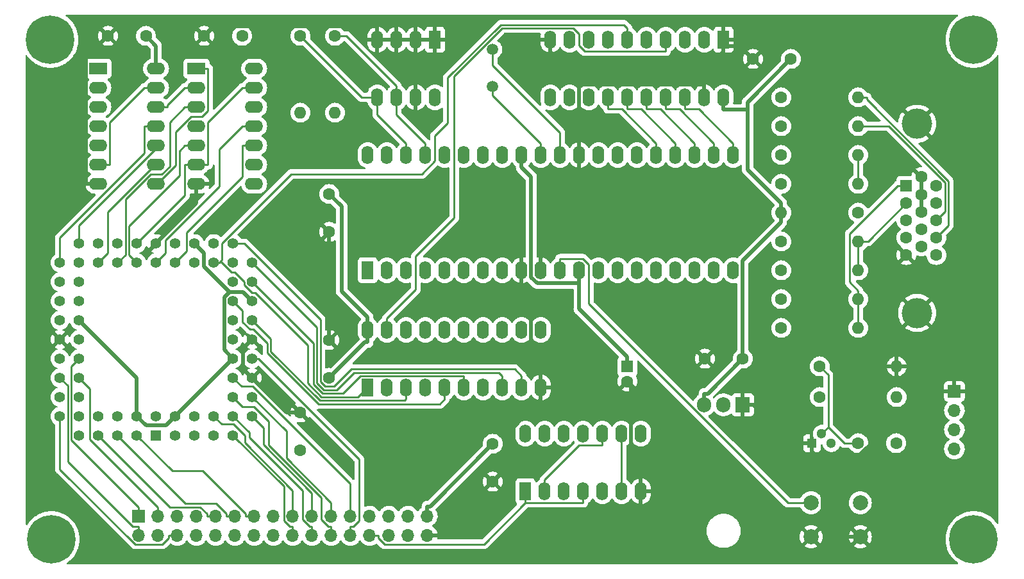
<source format=gbl>
G04 #@! TF.GenerationSoftware,KiCad,Pcbnew,(6.0.1)*
G04 #@! TF.CreationDate,2022-02-26T16:04:48+01:00*
G04 #@! TF.ProjectId,6502-vga,36353032-2d76-4676-912e-6b696361645f,rev?*
G04 #@! TF.SameCoordinates,Original*
G04 #@! TF.FileFunction,Copper,L2,Bot*
G04 #@! TF.FilePolarity,Positive*
%FSLAX46Y46*%
G04 Gerber Fmt 4.6, Leading zero omitted, Abs format (unit mm)*
G04 Created by KiCad (PCBNEW (6.0.1)) date 2022-02-26 16:04:48*
%MOMM*%
%LPD*%
G01*
G04 APERTURE LIST*
G04 #@! TA.AperFunction,ComponentPad*
%ADD10C,1.600000*%
G04 #@! TD*
G04 #@! TA.AperFunction,ComponentPad*
%ADD11R,1.700000X1.700000*%
G04 #@! TD*
G04 #@! TA.AperFunction,ComponentPad*
%ADD12O,1.700000X1.700000*%
G04 #@! TD*
G04 #@! TA.AperFunction,ComponentPad*
%ADD13C,4.000000*%
G04 #@! TD*
G04 #@! TA.AperFunction,ComponentPad*
%ADD14R,1.600000X1.600000*%
G04 #@! TD*
G04 #@! TA.AperFunction,ComponentPad*
%ADD15R,1.300000X1.300000*%
G04 #@! TD*
G04 #@! TA.AperFunction,ComponentPad*
%ADD16C,1.300000*%
G04 #@! TD*
G04 #@! TA.AperFunction,ComponentPad*
%ADD17O,1.600000X1.600000*%
G04 #@! TD*
G04 #@! TA.AperFunction,ComponentPad*
%ADD18R,1.422400X1.422400*%
G04 #@! TD*
G04 #@! TA.AperFunction,ComponentPad*
%ADD19C,1.422400*%
G04 #@! TD*
G04 #@! TA.AperFunction,ComponentPad*
%ADD20R,1.600000X2.400000*%
G04 #@! TD*
G04 #@! TA.AperFunction,ComponentPad*
%ADD21O,1.600000X2.400000*%
G04 #@! TD*
G04 #@! TA.AperFunction,ComponentPad*
%ADD22R,2.400000X1.600000*%
G04 #@! TD*
G04 #@! TA.AperFunction,ComponentPad*
%ADD23O,2.400000X1.600000*%
G04 #@! TD*
G04 #@! TA.AperFunction,ComponentPad*
%ADD24C,1.500000*%
G04 #@! TD*
G04 #@! TA.AperFunction,ComponentPad*
%ADD25C,0.800000*%
G04 #@! TD*
G04 #@! TA.AperFunction,ComponentPad*
%ADD26C,6.400000*%
G04 #@! TD*
G04 #@! TA.AperFunction,ComponentPad*
%ADD27C,2.000000*%
G04 #@! TD*
G04 #@! TA.AperFunction,ComponentPad*
%ADD28R,1.905000X2.000000*%
G04 #@! TD*
G04 #@! TA.AperFunction,ComponentPad*
%ADD29O,1.905000X2.000000*%
G04 #@! TD*
G04 #@! TA.AperFunction,Conductor*
%ADD30C,0.500000*%
G04 #@! TD*
G04 #@! TA.AperFunction,Conductor*
%ADD31C,0.250000*%
G04 #@! TD*
G04 APERTURE END LIST*
D10*
X138684000Y-131572000D03*
X138684000Y-136572000D03*
X142494000Y-127000000D03*
X142494000Y-122000000D03*
X142494000Y-107696000D03*
X142494000Y-102696000D03*
X203454000Y-84836000D03*
X198454000Y-84836000D03*
X125984000Y-81788000D03*
X130984000Y-81788000D03*
X164084000Y-140716000D03*
X164084000Y-135716000D03*
D11*
X117348000Y-145288000D03*
D12*
X117348000Y-147828000D03*
X119888000Y-145288000D03*
X119888000Y-147828000D03*
X122428000Y-145288000D03*
X122428000Y-147828000D03*
X124968000Y-145288000D03*
X124968000Y-147828000D03*
X127508000Y-145288000D03*
X127508000Y-147828000D03*
X130048000Y-145288000D03*
X130048000Y-147828000D03*
X132588000Y-145288000D03*
X132588000Y-147828000D03*
X135128000Y-145288000D03*
X135128000Y-147828000D03*
X137668000Y-145288000D03*
X137668000Y-147828000D03*
X140208000Y-145288000D03*
X140208000Y-147828000D03*
X142748000Y-145288000D03*
X142748000Y-147828000D03*
X145288000Y-145288000D03*
X145288000Y-147828000D03*
X147828000Y-145288000D03*
X147828000Y-147828000D03*
X150368000Y-145288000D03*
X150368000Y-147828000D03*
X152908000Y-145288000D03*
X152908000Y-147828000D03*
X155448000Y-145288000D03*
X155448000Y-147828000D03*
D11*
X225044000Y-128778000D03*
D12*
X225044000Y-131318000D03*
X225044000Y-133858000D03*
X225044000Y-136398000D03*
D13*
X220114000Y-93415000D03*
X220114000Y-118415000D03*
D14*
X218694000Y-101600000D03*
D10*
X218694000Y-103890000D03*
X218694000Y-106180000D03*
X218694000Y-108470000D03*
X218694000Y-110760000D03*
X220674000Y-100455000D03*
X220674000Y-102745000D03*
X220674000Y-105035000D03*
X220674000Y-107325000D03*
X220674000Y-109615000D03*
X222654000Y-101600000D03*
X222654000Y-103890000D03*
X222654000Y-106180000D03*
X222654000Y-108470000D03*
X222654000Y-110760000D03*
D15*
X206248000Y-135636000D03*
D16*
X207518000Y-134366000D03*
X208788000Y-135636000D03*
D10*
X207264000Y-129540000D03*
D17*
X217424000Y-129540000D03*
D10*
X207264000Y-125476000D03*
D17*
X217424000Y-125476000D03*
D10*
X202184000Y-89916000D03*
D17*
X212344000Y-89916000D03*
D10*
X202184000Y-97536000D03*
D17*
X212344000Y-97536000D03*
D10*
X202184000Y-101346000D03*
D17*
X212344000Y-101346000D03*
D10*
X202184000Y-112776000D03*
D17*
X212344000Y-112776000D03*
D10*
X202184000Y-116586000D03*
D17*
X212344000Y-116586000D03*
D10*
X202184000Y-120396000D03*
D17*
X212344000Y-120396000D03*
D10*
X143256000Y-81788000D03*
D17*
X143256000Y-91948000D03*
D18*
X119634000Y-134620000D03*
D19*
X119634000Y-132080000D03*
X122174000Y-134620000D03*
X122174000Y-132080000D03*
X124714000Y-134620000D03*
X124714000Y-132080000D03*
X127254000Y-134620000D03*
X127254000Y-132080000D03*
X129794000Y-134620000D03*
X132334000Y-132080000D03*
X129794000Y-132080000D03*
X132334000Y-129540000D03*
X129794000Y-129540000D03*
X132334000Y-127000000D03*
X129794000Y-127000000D03*
X132334000Y-124460000D03*
X129794000Y-124460000D03*
X132334000Y-121920000D03*
X129794000Y-121920000D03*
X132334000Y-119380000D03*
X129794000Y-119380000D03*
X132334000Y-116840000D03*
X129794000Y-116840000D03*
X132334000Y-114300000D03*
X129794000Y-114300000D03*
X132334000Y-111760000D03*
X129794000Y-109220000D03*
X129794000Y-111760000D03*
X127254000Y-109220000D03*
X127254000Y-111760000D03*
X124714000Y-109220000D03*
X124714000Y-111760000D03*
X122174000Y-109220000D03*
X122174000Y-111760000D03*
X119634000Y-109220000D03*
X119634000Y-111760000D03*
X117094000Y-109220000D03*
X117094000Y-111760000D03*
X114554000Y-109220000D03*
X114554000Y-111760000D03*
X112014000Y-109220000D03*
X112014000Y-111760000D03*
X109474000Y-109220000D03*
X106934000Y-111760000D03*
X109474000Y-111760000D03*
X106934000Y-114300000D03*
X109474000Y-114300000D03*
X106934000Y-116840000D03*
X109474000Y-116840000D03*
X106934000Y-119380000D03*
X109474000Y-119380000D03*
X106934000Y-121920000D03*
X109474000Y-121920000D03*
X106934000Y-124460000D03*
X109474000Y-124460000D03*
X106934000Y-127000000D03*
X109474000Y-127000000D03*
X106934000Y-129540000D03*
X109474000Y-129540000D03*
X106934000Y-132080000D03*
X109474000Y-134620000D03*
X109474000Y-132080000D03*
X112014000Y-134620000D03*
X112014000Y-132080000D03*
X114554000Y-134620000D03*
X114554000Y-132080000D03*
X117094000Y-134620000D03*
X117094000Y-132080000D03*
D20*
X168402000Y-141986000D03*
D21*
X170942000Y-141986000D03*
X173482000Y-141986000D03*
X176022000Y-141986000D03*
X178562000Y-141986000D03*
X181102000Y-141986000D03*
X183642000Y-141986000D03*
X183642000Y-134366000D03*
X181102000Y-134366000D03*
X178562000Y-134366000D03*
X176022000Y-134366000D03*
X173482000Y-134366000D03*
X170942000Y-134366000D03*
X168402000Y-134366000D03*
D20*
X147574000Y-128270000D03*
D21*
X150114000Y-128270000D03*
X152654000Y-128270000D03*
X155194000Y-128270000D03*
X157734000Y-128270000D03*
X160274000Y-128270000D03*
X162814000Y-128270000D03*
X165354000Y-128270000D03*
X167894000Y-128270000D03*
X170434000Y-128270000D03*
X170434000Y-120650000D03*
X167894000Y-120650000D03*
X165354000Y-120650000D03*
X162814000Y-120650000D03*
X160274000Y-120650000D03*
X157734000Y-120650000D03*
X155194000Y-120650000D03*
X152654000Y-120650000D03*
X150114000Y-120650000D03*
X147574000Y-120650000D03*
D22*
X112014000Y-86106000D03*
D23*
X112014000Y-88646000D03*
X112014000Y-91186000D03*
X112014000Y-93726000D03*
X112014000Y-96266000D03*
X112014000Y-98806000D03*
X112014000Y-101346000D03*
X119634000Y-101346000D03*
X119634000Y-98806000D03*
X119634000Y-96266000D03*
X119634000Y-93726000D03*
X119634000Y-91186000D03*
X119634000Y-88646000D03*
X119634000Y-86106000D03*
D22*
X124968000Y-86106000D03*
D23*
X124968000Y-88646000D03*
X124968000Y-91186000D03*
X124968000Y-93726000D03*
X124968000Y-96266000D03*
X124968000Y-98806000D03*
X124968000Y-101346000D03*
X132588000Y-101346000D03*
X132588000Y-98806000D03*
X132588000Y-96266000D03*
X132588000Y-93726000D03*
X132588000Y-91186000D03*
X132588000Y-88646000D03*
X132588000Y-86106000D03*
D20*
X147574000Y-112776000D03*
D21*
X150114000Y-112776000D03*
X152654000Y-112776000D03*
X155194000Y-112776000D03*
X157734000Y-112776000D03*
X160274000Y-112776000D03*
X162814000Y-112776000D03*
X165354000Y-112776000D03*
X167894000Y-112776000D03*
X170434000Y-112776000D03*
X172974000Y-112776000D03*
X175514000Y-112776000D03*
X178054000Y-112776000D03*
X180594000Y-112776000D03*
X183134000Y-112776000D03*
X185674000Y-112776000D03*
X188214000Y-112776000D03*
X190754000Y-112776000D03*
X193294000Y-112776000D03*
X195834000Y-112776000D03*
X195834000Y-97536000D03*
X193294000Y-97536000D03*
X190754000Y-97536000D03*
X188214000Y-97536000D03*
X185674000Y-97536000D03*
X183134000Y-97536000D03*
X180594000Y-97536000D03*
X178054000Y-97536000D03*
X175514000Y-97536000D03*
X172974000Y-97536000D03*
X170434000Y-97536000D03*
X167894000Y-97536000D03*
X165354000Y-97536000D03*
X162814000Y-97536000D03*
X160274000Y-97536000D03*
X157734000Y-97536000D03*
X155194000Y-97536000D03*
X152654000Y-97536000D03*
X150114000Y-97536000D03*
X147574000Y-97536000D03*
D20*
X194564000Y-82296000D03*
D21*
X192024000Y-82296000D03*
X189484000Y-82296000D03*
X186944000Y-82296000D03*
X184404000Y-82296000D03*
X181864000Y-82296000D03*
X179324000Y-82296000D03*
X176784000Y-82296000D03*
X174244000Y-82296000D03*
X171704000Y-82296000D03*
X171704000Y-89916000D03*
X174244000Y-89916000D03*
X176784000Y-89916000D03*
X179324000Y-89916000D03*
X181864000Y-89916000D03*
X184404000Y-89916000D03*
X186944000Y-89916000D03*
X189484000Y-89916000D03*
X192024000Y-89916000D03*
X194564000Y-89916000D03*
D20*
X156464000Y-82296000D03*
D21*
X153924000Y-82296000D03*
X151384000Y-82296000D03*
X148844000Y-82296000D03*
X148844000Y-89916000D03*
X151384000Y-89916000D03*
X153924000Y-89916000D03*
X156464000Y-89916000D03*
D10*
X202184000Y-108966000D03*
D17*
X212344000Y-108966000D03*
D10*
X202184000Y-93726000D03*
D17*
X212344000Y-93726000D03*
D10*
X212344000Y-135636000D03*
X217344000Y-135636000D03*
X113284000Y-81788000D03*
X118284000Y-81788000D03*
X197104000Y-124460000D03*
X192104000Y-124460000D03*
X138684000Y-81788000D03*
D17*
X138684000Y-91948000D03*
D24*
X164084000Y-83566000D03*
X164084000Y-88446000D03*
D25*
X107361056Y-80598944D03*
X108064000Y-82296000D03*
X103264000Y-82296000D03*
X105664000Y-84696000D03*
X103966944Y-83993056D03*
X107361056Y-83993056D03*
X103966944Y-80598944D03*
D26*
X105664000Y-82296000D03*
D25*
X105664000Y-79896000D03*
X225886944Y-80598944D03*
X227584000Y-79896000D03*
X229281056Y-80598944D03*
X227584000Y-84696000D03*
X225184000Y-82296000D03*
D26*
X227584000Y-82296000D03*
D25*
X225886944Y-83993056D03*
X229984000Y-82296000D03*
X229281056Y-83993056D03*
X229984000Y-148336000D03*
X229281056Y-146638944D03*
X225886944Y-150033056D03*
X227584000Y-150736000D03*
X225886944Y-146638944D03*
D26*
X227584000Y-148336000D03*
D25*
X229281056Y-150033056D03*
X227584000Y-145936000D03*
X225184000Y-148336000D03*
D26*
X105804000Y-148336000D03*
D25*
X105804000Y-150736000D03*
X105804000Y-145936000D03*
X104106944Y-146638944D03*
X103404000Y-148336000D03*
X104106944Y-150033056D03*
X107501056Y-146638944D03*
X108204000Y-148336000D03*
X107501056Y-150033056D03*
D10*
X212344000Y-105156000D03*
D17*
X202184000Y-105156000D03*
D27*
X206121000Y-143510000D03*
X212621000Y-143510000D03*
X206121000Y-148010000D03*
X212621000Y-148010000D03*
D14*
X181864000Y-125476000D03*
D10*
X181864000Y-127476000D03*
D28*
X197104000Y-130556000D03*
D29*
X194564000Y-130556000D03*
X192024000Y-130556000D03*
D30*
X125984000Y-112277000D02*
X129343300Y-115636300D01*
X125984000Y-110490000D02*
X125984000Y-112277000D01*
X197735300Y-90554700D02*
X203454000Y-84836000D01*
X155812300Y-143987700D02*
X164084000Y-135716000D01*
X155448000Y-145288000D02*
X155448000Y-143987700D01*
X202184000Y-103905700D02*
X197735300Y-99457000D01*
X202184000Y-105156000D02*
X202184000Y-103905700D01*
X117094000Y-127000000D02*
X109474000Y-119380000D01*
X128612600Y-116367000D02*
X129343300Y-115636300D01*
X124714000Y-109220000D02*
X125984000Y-110490000D01*
X192024000Y-129105700D02*
X192458300Y-129105700D01*
X129794000Y-124460000D02*
X128612600Y-123278600D01*
X202184000Y-105156000D02*
X202184000Y-106406300D01*
X118300100Y-133286100D02*
X117094000Y-132080000D01*
X155448000Y-143987700D02*
X155812300Y-143987700D01*
X197735300Y-91566300D02*
X194564000Y-91566300D01*
X117094000Y-132080000D02*
X117094000Y-127000000D01*
X192024000Y-130556000D02*
X192024000Y-129105700D01*
X197104000Y-124460000D02*
X197104000Y-111486300D01*
X122174000Y-132080000D02*
X120967900Y-133286100D01*
X131130300Y-115636300D02*
X132334000Y-116840000D01*
X118284000Y-81788000D02*
X119634000Y-83138000D01*
X192458300Y-129105700D02*
X197104000Y-124460000D01*
X119634000Y-83138000D02*
X119634000Y-86106000D01*
X194564000Y-89916000D02*
X194564000Y-91566300D01*
X129794000Y-124460000D02*
X122174000Y-132080000D01*
X197735300Y-99457000D02*
X197735300Y-91566300D01*
X197735300Y-91566300D02*
X197735300Y-90554700D01*
X120967900Y-133286100D02*
X118300100Y-133286100D01*
X128612600Y-123278600D02*
X128612600Y-116367000D01*
X129343300Y-115636300D02*
X131130300Y-115636300D01*
X197104000Y-111486300D02*
X202184000Y-106406300D01*
X182372000Y-127984000D02*
X182372000Y-139065700D01*
X198506800Y-130556000D02*
X203586800Y-135636000D01*
X175514000Y-106045700D02*
X170434000Y-111125700D01*
X131143400Y-123110600D02*
X131143400Y-125809400D01*
X167894000Y-115588800D02*
X169164000Y-116858800D01*
X219475700Y-128778000D02*
X219475700Y-130278500D01*
X112014000Y-101346000D02*
X110363700Y-101346000D01*
X170434000Y-129920300D02*
X166506600Y-133847700D01*
X148723200Y-80524900D02*
X148844000Y-80645700D01*
X217424000Y-125476000D02*
X217424000Y-126726300D01*
X170434000Y-128270000D02*
X170434000Y-129920300D01*
X175514000Y-88265700D02*
X192024000Y-88265700D01*
X183642000Y-141986000D02*
X183642000Y-140335700D01*
X194564000Y-83121100D02*
X196739100Y-83121100D01*
X127247100Y-80524900D02*
X148723200Y-80524900D01*
X196739100Y-83121100D02*
X198454000Y-84836000D01*
X211620100Y-138134100D02*
X207645800Y-138134100D01*
X166506600Y-138293400D02*
X164084000Y-140716000D01*
X166506600Y-133847700D02*
X166506600Y-138293400D01*
X169164000Y-116858800D02*
X169164000Y-125349700D01*
X171704000Y-82296000D02*
X171704000Y-83946300D01*
X225044000Y-128778000D02*
X223743700Y-128778000D01*
X203586800Y-135636000D02*
X206248000Y-135636000D01*
X131143400Y-125809400D02*
X132334000Y-127000000D01*
X207645800Y-138134100D02*
X207645800Y-146485200D01*
X155448000Y-147828000D02*
X156972000Y-147828000D01*
X206248000Y-135636000D02*
X206248000Y-136736300D01*
X125984000Y-81788000D02*
X127247100Y-80524900D01*
X167894000Y-112776000D02*
X167894000Y-115588800D01*
X153924000Y-89916000D02*
X153924000Y-82296000D01*
X192024000Y-89916000D02*
X192024000Y-88265700D01*
X209170600Y-148010000D02*
X207645800Y-146485200D01*
X220674000Y-105035000D02*
X220674000Y-102745000D01*
X219475700Y-130278500D02*
X211620100Y-138134100D01*
X197104000Y-130556000D02*
X198506800Y-130556000D01*
X206248000Y-136736300D02*
X207645800Y-138134100D01*
X148844000Y-82296000D02*
X148844000Y-80645700D01*
X207645800Y-146485200D02*
X206121000Y-148010000D01*
X110363700Y-84708300D02*
X110363700Y-101346000D01*
X182372000Y-139065700D02*
X183642000Y-140335700D01*
X169164000Y-125349700D02*
X170434000Y-126619700D01*
X136906000Y-131572000D02*
X132334000Y-127000000D01*
X175514000Y-97536000D02*
X175514000Y-106045700D01*
X192024000Y-86486300D02*
X194564000Y-83946300D01*
X113284000Y-81788000D02*
X110363700Y-84708300D01*
X170434000Y-112776000D02*
X170434000Y-111125700D01*
X192024000Y-88265700D02*
X192024000Y-86486300D01*
X181864000Y-127476000D02*
X182372000Y-127984000D01*
X220674000Y-102745000D02*
X220674000Y-100455000D01*
X138684000Y-131572000D02*
X136906000Y-131572000D01*
X194564000Y-82296000D02*
X194564000Y-83121100D01*
X124968000Y-103886000D02*
X119634000Y-109220000D01*
X170434000Y-127836500D02*
X170434000Y-126619700D01*
X124968000Y-101346000D02*
X124968000Y-103886000D01*
X175514000Y-87756300D02*
X175514000Y-88265700D01*
X170434000Y-127836500D02*
X170434000Y-128270000D01*
X217424000Y-126726300D02*
X219475700Y-128778000D01*
X194564000Y-83121100D02*
X194564000Y-83946300D01*
X212621000Y-148010000D02*
X209170600Y-148010000D01*
X142494000Y-107696000D02*
X142494000Y-122000000D01*
X156972000Y-147828000D02*
X164084000Y-140716000D01*
X219475700Y-128778000D02*
X223743700Y-128778000D01*
X132334000Y-121920000D02*
X131143400Y-123110600D01*
X171704000Y-83946300D02*
X175514000Y-87756300D01*
X175514000Y-88265700D02*
X175514000Y-97536000D01*
X147574000Y-120650000D02*
X147574000Y-118999700D01*
X175514000Y-114466700D02*
X169954500Y-114466700D01*
X175514000Y-117875700D02*
X175514000Y-114466700D01*
X181864000Y-124225700D02*
X175514000Y-117875700D01*
X147193700Y-122300300D02*
X142494000Y-127000000D01*
X144133900Y-115559600D02*
X147574000Y-118999700D01*
X167894000Y-97536000D02*
X167894000Y-99186300D01*
X142494000Y-102696000D02*
X144133900Y-104335900D01*
X169164000Y-100456300D02*
X167894000Y-99186300D01*
X147574000Y-120650000D02*
X147574000Y-122300300D01*
X169164000Y-113676200D02*
X169164000Y-100456300D01*
X144133900Y-104335900D02*
X144133900Y-115559600D01*
X147574000Y-122300300D02*
X147193700Y-122300300D01*
X175514000Y-114466700D02*
X175514000Y-112776000D01*
X181864000Y-125476000D02*
X181864000Y-124225700D01*
X169954500Y-114466700D02*
X169164000Y-113676200D01*
D31*
X210536800Y-135636000D02*
X208392400Y-133491600D01*
X208392400Y-133491600D02*
X207518000Y-134366000D01*
X208392400Y-126604400D02*
X208392400Y-133491600D01*
X207264000Y-125476000D02*
X208392400Y-126604400D01*
X212344000Y-135636000D02*
X210536800Y-135636000D01*
X149003300Y-147828000D02*
X149003300Y-148195300D01*
X168402000Y-143398700D02*
X168402000Y-143511300D01*
X176022000Y-143511300D02*
X168402000Y-143511300D01*
X149003300Y-148195300D02*
X149820700Y-149012700D01*
X168402000Y-141986000D02*
X168402000Y-143398700D01*
X149820700Y-149012700D02*
X162900600Y-149012700D01*
X162900600Y-149012700D02*
X168402000Y-143511300D01*
X147828000Y-147828000D02*
X149003300Y-147828000D01*
X176022000Y-141986000D02*
X176022000Y-143511300D01*
X175511400Y-135891300D02*
X170942000Y-140460700D01*
X178562000Y-134366000D02*
X178562000Y-135891300D01*
X178562000Y-135891300D02*
X175511400Y-135891300D01*
X170942000Y-141986000D02*
X170942000Y-140460700D01*
X146463300Y-137758500D02*
X146463300Y-145844800D01*
X132334000Y-124460000D02*
X133164800Y-124460000D01*
X133164800Y-124460000D02*
X146463300Y-137758500D01*
X145655400Y-146652700D02*
X145288000Y-146652700D01*
X145288000Y-147828000D02*
X145288000Y-146652700D01*
X146463300Y-145844800D02*
X145655400Y-146652700D01*
X145288000Y-141006100D02*
X145288000Y-145288000D01*
X130904600Y-128110600D02*
X132392500Y-128110600D01*
X129794000Y-127000000D02*
X130904600Y-128110600D01*
X132392500Y-128110600D02*
X145288000Y-141006100D01*
X134502800Y-135867500D02*
X134502800Y-132772900D01*
X141478100Y-145750100D02*
X141478100Y-142842800D01*
X141478100Y-142842800D02*
X134502800Y-135867500D01*
X142748000Y-147828000D02*
X142748000Y-146652700D01*
X131064000Y-130810000D02*
X129794000Y-129540000D01*
X142748000Y-146652700D02*
X142380700Y-146652700D01*
X134502800Y-132772900D02*
X132539900Y-130810000D01*
X132539900Y-130810000D02*
X131064000Y-130810000D01*
X142380700Y-146652700D02*
X141478100Y-145750100D01*
X142748000Y-143475800D02*
X136832600Y-137560400D01*
X142748000Y-145288000D02*
X142748000Y-144112700D01*
X142748000Y-144112700D02*
X142748000Y-143475800D01*
X136832600Y-134038600D02*
X132334000Y-129540000D01*
X136832600Y-137560400D02*
X136832600Y-134038600D01*
X131939100Y-134225100D02*
X131939100Y-134861900D01*
X129794000Y-132080000D02*
X131939100Y-134225100D01*
X139891600Y-146652700D02*
X140208000Y-146652700D01*
X138978200Y-141901000D02*
X138978200Y-145739300D01*
X138978200Y-145739300D02*
X139891600Y-146652700D01*
X131939100Y-134861900D02*
X138978200Y-141901000D01*
X140208000Y-147828000D02*
X140208000Y-146652700D01*
X133827400Y-135829000D02*
X140208000Y-142209600D01*
X132334000Y-132080000D02*
X133827400Y-133573400D01*
X133827400Y-133573400D02*
X133827400Y-135829000D01*
X140208000Y-142209600D02*
X140208000Y-145288000D01*
X137300600Y-146652700D02*
X137668000Y-146652700D01*
X136492700Y-145844800D02*
X137300600Y-146652700D01*
X129794000Y-134620000D02*
X129794000Y-134627400D01*
X136492700Y-141326100D02*
X136492700Y-145844800D01*
X137668000Y-147828000D02*
X137668000Y-146652700D01*
X129794000Y-134627400D02*
X136492700Y-141326100D01*
X128305200Y-133131200D02*
X129810400Y-133131200D01*
X127254000Y-132080000D02*
X128305200Y-133131200D01*
X129810400Y-133131200D02*
X131329500Y-134650300D01*
X137668000Y-141864500D02*
X137668000Y-145288000D01*
X131329500Y-135526000D02*
X137668000Y-141864500D01*
X131329500Y-134650300D02*
X131329500Y-135526000D01*
X132588000Y-145288000D02*
X131412700Y-145288000D01*
X131412700Y-144920700D02*
X125809500Y-139317500D01*
X125809500Y-139317500D02*
X121791500Y-139317500D01*
X121791500Y-139317500D02*
X117094000Y-134620000D01*
X131412700Y-145288000D02*
X131412700Y-144920700D01*
X128872700Y-144920700D02*
X128872700Y-145288000D01*
X123523400Y-143589400D02*
X127541400Y-143589400D01*
X127541400Y-143589400D02*
X128872700Y-144920700D01*
X114554000Y-134620000D02*
X123523400Y-143589400D01*
X130048000Y-145288000D02*
X128872700Y-145288000D01*
X112014000Y-134620000D02*
X121466400Y-144072400D01*
X127508000Y-145288000D02*
X126332700Y-145288000D01*
X125414700Y-144072400D02*
X126332700Y-144990400D01*
X126332700Y-144990400D02*
X126332700Y-145288000D01*
X121466400Y-144072400D02*
X125414700Y-144072400D01*
X121252700Y-148195400D02*
X121252700Y-147828000D01*
X106934000Y-139094100D02*
X116843200Y-149003300D01*
X122428000Y-147828000D02*
X121252700Y-147828000D01*
X120444800Y-149003300D02*
X121252700Y-148195400D01*
X106934000Y-132080000D02*
X106934000Y-139094100D01*
X116843200Y-149003300D02*
X120444800Y-149003300D01*
X110896500Y-135121200D02*
X119888000Y-144112700D01*
X110896500Y-128422500D02*
X110896500Y-135121200D01*
X119888000Y-145288000D02*
X119888000Y-144112700D01*
X109474000Y-127000000D02*
X110896500Y-128422500D01*
X116540000Y-146652700D02*
X117348000Y-146652700D01*
X107984600Y-128050600D02*
X107984600Y-138097300D01*
X107984600Y-138097300D02*
X116540000Y-146652700D01*
X106934000Y-127000000D02*
X107984600Y-128050600D01*
X117348000Y-147828000D02*
X117348000Y-146652700D01*
X109474000Y-124460000D02*
X108435000Y-125499000D01*
X108435000Y-125499000D02*
X108435000Y-135199700D01*
X117348000Y-145288000D02*
X117348000Y-144112700D01*
X108435000Y-135199700D02*
X117348000Y-144112700D01*
X212344000Y-120396000D02*
X212344000Y-116586000D01*
X211218700Y-114335400D02*
X212344000Y-115460700D01*
X212344000Y-116586000D02*
X212344000Y-115460700D01*
X217568700Y-101600000D02*
X211218700Y-107950000D01*
X218694000Y-101600000D02*
X217568700Y-101600000D01*
X211218700Y-107950000D02*
X211218700Y-114335400D01*
X212344000Y-108966000D02*
X213618000Y-108966000D01*
X212344000Y-112776000D02*
X212344000Y-108966000D01*
X213618000Y-108966000D02*
X218694000Y-103890000D01*
X212344000Y-101346000D02*
X212344000Y-97536000D01*
X212344000Y-93726000D02*
X216391500Y-93726000D01*
X223818600Y-101153100D02*
X223818600Y-105015400D01*
X223818600Y-105015400D02*
X222654000Y-106180000D01*
X216391500Y-93726000D02*
X223818600Y-101153100D01*
X224273200Y-100970800D02*
X224273200Y-106850800D01*
X213469300Y-89916000D02*
X213469300Y-90166900D01*
X212344000Y-89916000D02*
X213469300Y-89916000D01*
X224273200Y-106850800D02*
X222654000Y-108470000D01*
X213469300Y-90166900D02*
X224273200Y-100970800D01*
X176784000Y-117212000D02*
X203082000Y-143510000D01*
X203082000Y-143510000D02*
X206121000Y-143510000D01*
X176008500Y-111250700D02*
X176784000Y-112026200D01*
X176784000Y-112026200D02*
X176784000Y-117212000D01*
X172974000Y-111250700D02*
X176008500Y-111250700D01*
X172974000Y-112776000D02*
X172974000Y-111250700D01*
X146812000Y-89916000D02*
X148844000Y-89916000D01*
X148844000Y-92200700D02*
X152654000Y-96010700D01*
X138684000Y-81788000D02*
X146812000Y-89916000D01*
X152654000Y-97536000D02*
X152654000Y-96010700D01*
X148844000Y-89916000D02*
X148844000Y-92200700D01*
X144781300Y-81788000D02*
X143256000Y-81788000D01*
X155194000Y-96010700D02*
X151384000Y-92200700D01*
X151384000Y-92200700D02*
X151384000Y-89916000D01*
X151384000Y-88390700D02*
X144781300Y-81788000D01*
X151384000Y-89916000D02*
X151384000Y-88390700D01*
X155194000Y-97536000D02*
X155194000Y-96010700D01*
X113539300Y-93215400D02*
X113539300Y-98806000D01*
X112014000Y-98806000D02*
X113539300Y-98806000D01*
X119634000Y-88646000D02*
X118108700Y-88646000D01*
X118108700Y-88646000D02*
X113539300Y-93215400D01*
X119634000Y-96266000D02*
X119634000Y-96698600D01*
X119634000Y-96698600D02*
X109474000Y-106858600D01*
X109474000Y-106858600D02*
X109474000Y-109220000D01*
X124227100Y-92456000D02*
X122210900Y-94472200D01*
X122210900Y-98888900D02*
X119753800Y-101346000D01*
X119753800Y-101346000D02*
X119634000Y-101346000D01*
X125724700Y-92456000D02*
X124227100Y-92456000D01*
X126493300Y-86106000D02*
X126493300Y-91687400D01*
X122210900Y-94472200D02*
X122210900Y-98888900D01*
X124968000Y-86106000D02*
X126493300Y-86106000D01*
X126493300Y-91687400D02*
X125724700Y-92456000D01*
X131062700Y-88646000D02*
X126493300Y-93215400D01*
X123442700Y-98806000D02*
X123442700Y-102871300D01*
X126493300Y-93215400D02*
X126493300Y-98806000D01*
X132588000Y-88646000D02*
X131062700Y-88646000D01*
X123442700Y-102871300D02*
X117094000Y-109220000D01*
X124968000Y-98806000D02*
X126493300Y-98806000D01*
X124968000Y-98806000D02*
X123442700Y-98806000D01*
X141967200Y-128125800D02*
X141325000Y-127483600D01*
X145419000Y-125816000D02*
X143109200Y-128125800D01*
X143109200Y-128125800D02*
X141967200Y-128125800D01*
X131285500Y-109220000D02*
X129794000Y-109220000D01*
X141325000Y-127483600D02*
X141325000Y-119259500D01*
X141325000Y-119259500D02*
X131285500Y-109220000D01*
X167894000Y-126744700D02*
X166965300Y-125816000D01*
X166965300Y-125816000D02*
X145419000Y-125816000D01*
X167894000Y-128270000D02*
X167894000Y-126744700D01*
X106934000Y-108459200D02*
X118108700Y-97284500D01*
X118108700Y-97284500D02*
X118108700Y-93726000D01*
X106934000Y-111760000D02*
X106934000Y-108459200D01*
X119634000Y-93726000D02*
X118108700Y-93726000D01*
X119634000Y-98806000D02*
X119522000Y-98806000D01*
X119522000Y-98806000D02*
X113284000Y-105044000D01*
X113284000Y-110490000D02*
X112014000Y-111760000D01*
X113284000Y-105044000D02*
X113284000Y-110490000D01*
X118888900Y-100076000D02*
X120378600Y-100076000D01*
X124968000Y-91186000D02*
X123442700Y-91186000D01*
X115601800Y-110712200D02*
X115601800Y-103363100D01*
X121417700Y-93211000D02*
X123442700Y-91186000D01*
X120378600Y-100076000D02*
X121417700Y-99036900D01*
X115601800Y-103363100D02*
X118888900Y-100076000D01*
X121417700Y-99036900D02*
X121417700Y-93211000D01*
X114554000Y-111760000D02*
X115601800Y-110712200D01*
X116052200Y-106919400D02*
X122685500Y-100286100D01*
X116052200Y-110718200D02*
X116052200Y-106919400D01*
X122685500Y-97023200D02*
X123442700Y-96266000D01*
X117094000Y-111760000D02*
X116052200Y-110718200D01*
X124968000Y-96266000D02*
X123442700Y-96266000D01*
X122685500Y-100286100D02*
X122685500Y-97023200D01*
X120904000Y-110490000D02*
X119634000Y-111760000D01*
X131062700Y-93726000D02*
X128003700Y-96785000D01*
X120904000Y-108763700D02*
X120904000Y-110490000D01*
X128003700Y-101664000D02*
X120904000Y-108763700D01*
X128003700Y-96785000D02*
X128003700Y-101664000D01*
X132588000Y-93726000D02*
X131062700Y-93726000D01*
X123669200Y-110264800D02*
X122174000Y-111760000D01*
X131062700Y-100422700D02*
X123669200Y-107816200D01*
X131062700Y-96266000D02*
X131062700Y-100422700D01*
X123669200Y-107816200D02*
X123669200Y-110264800D01*
X132588000Y-96266000D02*
X131062700Y-96266000D01*
X150114000Y-119124700D02*
X153924000Y-115314700D01*
X153924000Y-110956800D02*
X159003800Y-105877000D01*
X175499300Y-83059300D02*
X176261300Y-83821300D01*
X165319300Y-80770700D02*
X174712600Y-80770700D01*
X176261300Y-83821300D02*
X186944000Y-83821300D01*
X153924000Y-115314700D02*
X153924000Y-110956800D01*
X174712600Y-80770700D02*
X175499300Y-81557400D01*
X150114000Y-120650000D02*
X150114000Y-119124700D01*
X186944000Y-82296000D02*
X186944000Y-83821300D01*
X159003800Y-105877000D02*
X159003800Y-87086200D01*
X175499300Y-81557400D02*
X175499300Y-83059300D01*
X159003800Y-87086200D02*
X165319300Y-80770700D01*
X131297400Y-114731100D02*
X132295600Y-115729300D01*
X132689200Y-115729300D02*
X139625000Y-122665100D01*
X128292400Y-111405600D02*
X128118300Y-111579700D01*
X181413600Y-80320300D02*
X165132800Y-80320300D01*
X156464000Y-94983600D02*
X156464000Y-98296800D01*
X139625000Y-127708700D02*
X141462800Y-129546500D01*
X146297500Y-129546500D02*
X147574000Y-128270000D01*
X137441200Y-100065900D02*
X128292400Y-109214700D01*
X128118300Y-111579700D02*
X127938000Y-111760000D01*
X156464000Y-98296800D02*
X154694900Y-100065900D01*
X158158400Y-93289200D02*
X156464000Y-94983600D01*
X128118300Y-111579700D02*
X129568600Y-113030000D01*
X154694900Y-100065900D02*
X137441200Y-100065900D01*
X141462800Y-129546500D02*
X146297500Y-129546500D01*
X129568600Y-113030000D02*
X130032500Y-113030000D01*
X181864000Y-80770700D02*
X181413600Y-80320300D01*
X130032500Y-113030000D02*
X131297400Y-114294900D01*
X139625000Y-122665100D02*
X139625000Y-127708700D01*
X132295600Y-115729300D02*
X132689200Y-115729300D01*
X158158400Y-87294700D02*
X158158400Y-93289200D01*
X131297400Y-114294900D02*
X131297400Y-114731100D01*
X127938000Y-111760000D02*
X127254000Y-111760000D01*
X181864000Y-82296000D02*
X181864000Y-80770700D01*
X165132800Y-80320300D02*
X158158400Y-87294700D01*
X128292400Y-109214700D02*
X128292400Y-111405600D01*
X165354000Y-128270000D02*
X165354000Y-126744700D01*
X140874600Y-127670100D02*
X140874600Y-120300600D01*
X145725400Y-126294400D02*
X143443700Y-128576100D01*
X140874600Y-120300600D02*
X132334000Y-111760000D01*
X141780600Y-128576100D02*
X140874600Y-127670100D01*
X165354000Y-126744700D02*
X164903700Y-126294400D01*
X143443700Y-128576100D02*
X141780600Y-128576100D01*
X164903700Y-126294400D02*
X145725400Y-126294400D01*
X140424200Y-127871000D02*
X140424200Y-122390200D01*
X144338500Y-129033200D02*
X141586400Y-129033200D01*
X146627000Y-126744700D02*
X144338500Y-129033200D01*
X160274000Y-126744700D02*
X146627000Y-126744700D01*
X160274000Y-128270000D02*
X160274000Y-126744700D01*
X140424200Y-122390200D02*
X132334000Y-114300000D01*
X141586400Y-129033200D02*
X140424200Y-127871000D01*
X141276300Y-129996900D02*
X134778000Y-123498600D01*
X152654000Y-129795300D02*
X152452400Y-129996900D01*
X134778000Y-123498600D02*
X134778000Y-121824000D01*
X152452400Y-129996900D02*
X141276300Y-129996900D01*
X134778000Y-121824000D02*
X132334000Y-119380000D01*
X152654000Y-128270000D02*
X152654000Y-129795300D01*
X157073200Y-130456100D02*
X141098600Y-130456100D01*
X131064000Y-119615900D02*
X131064000Y-118110000D01*
X132466300Y-120579900D02*
X132028000Y-120579900D01*
X157734000Y-128270000D02*
X157734000Y-129795300D01*
X134327600Y-122441200D02*
X132466300Y-120579900D01*
X134327600Y-123685100D02*
X134327600Y-122441200D01*
X131064000Y-118110000D02*
X129794000Y-116840000D01*
X132028000Y-120579900D02*
X131064000Y-119615900D01*
X157734000Y-129795300D02*
X157073200Y-130456100D01*
X141098600Y-130456100D02*
X134327600Y-123685100D01*
X181102000Y-134366000D02*
X181102000Y-141986000D01*
X119634000Y-91186000D02*
X121159300Y-91186000D01*
X123442700Y-88646000D02*
X121159300Y-90929400D01*
X124968000Y-88646000D02*
X123442700Y-88646000D01*
X121159300Y-90929400D02*
X121159300Y-91186000D01*
X170434000Y-97536000D02*
X170434000Y-96010700D01*
X164084000Y-88446000D02*
X164084000Y-89660700D01*
X164084000Y-89660700D02*
X170434000Y-96010700D01*
X164084000Y-83566000D02*
X164084000Y-85664800D01*
X172974000Y-94554800D02*
X172974000Y-97536000D01*
X164084000Y-85664800D02*
X172974000Y-94554800D01*
X179324000Y-89916000D02*
X179324000Y-91441300D01*
X179324000Y-91441300D02*
X181104600Y-91441300D01*
X185674000Y-97536000D02*
X185674000Y-96010700D01*
X181104600Y-91441300D02*
X185674000Y-96010700D01*
X188214000Y-97536000D02*
X188214000Y-96010700D01*
X183644600Y-91441300D02*
X188214000Y-96010700D01*
X181864000Y-89916000D02*
X181864000Y-91441300D01*
X181864000Y-91441300D02*
X183644600Y-91441300D01*
X184404000Y-89916000D02*
X184404000Y-91441300D01*
X184404000Y-91441300D02*
X186184600Y-91441300D01*
X186184600Y-91441300D02*
X190754000Y-96010700D01*
X190754000Y-97536000D02*
X190754000Y-96010700D01*
X186944000Y-91441300D02*
X188724600Y-91441300D01*
X186944000Y-89916000D02*
X186944000Y-91441300D01*
X188724600Y-91441300D02*
X193294000Y-96010700D01*
X193294000Y-97536000D02*
X193294000Y-96010700D01*
X195834000Y-97536000D02*
X195834000Y-96010700D01*
X191264600Y-91441300D02*
X195834000Y-96010700D01*
X189484000Y-89916000D02*
X189484000Y-91441300D01*
X189484000Y-91441300D02*
X191264600Y-91441300D01*
G04 #@! TA.AperFunction,Conductor*
G36*
X225502289Y-79014002D02*
G01*
X225548782Y-79067658D01*
X225558886Y-79137932D01*
X225529392Y-79202512D01*
X225502792Y-79225673D01*
X225401207Y-79291643D01*
X225099124Y-79536266D01*
X224824266Y-79811124D01*
X224822194Y-79813682D01*
X224822191Y-79813686D01*
X224780382Y-79865316D01*
X224579643Y-80113207D01*
X224577848Y-80115970D01*
X224577848Y-80115971D01*
X224406817Y-80379338D01*
X224367938Y-80439206D01*
X224366443Y-80442140D01*
X224366439Y-80442147D01*
X224214535Y-80740276D01*
X224191468Y-80785547D01*
X224132255Y-80939803D01*
X224060399Y-81126994D01*
X224052167Y-81148438D01*
X223951562Y-81523901D01*
X223942669Y-81580050D01*
X223892423Y-81897289D01*
X223890754Y-81907824D01*
X223870411Y-82296000D01*
X223890754Y-82684176D01*
X223891267Y-82687416D01*
X223891268Y-82687424D01*
X223913385Y-82827064D01*
X223951562Y-83068099D01*
X224052167Y-83443562D01*
X224053352Y-83446650D01*
X224053353Y-83446652D01*
X224092060Y-83547486D01*
X224191468Y-83806453D01*
X224192966Y-83809393D01*
X224352733Y-84122952D01*
X224367938Y-84152794D01*
X224369734Y-84155560D01*
X224369736Y-84155563D01*
X224564425Y-84455359D01*
X224579643Y-84478793D01*
X224581718Y-84481355D01*
X224808142Y-84760964D01*
X224824266Y-84780876D01*
X225099124Y-85055734D01*
X225101682Y-85057806D01*
X225101686Y-85057809D01*
X225250166Y-85178046D01*
X225401207Y-85300357D01*
X225403970Y-85302152D01*
X225403971Y-85302152D01*
X225704021Y-85497006D01*
X225727205Y-85512062D01*
X225730139Y-85513557D01*
X225730146Y-85513561D01*
X226001407Y-85651775D01*
X226073547Y-85688532D01*
X226291762Y-85772297D01*
X226404909Y-85815730D01*
X226436438Y-85827833D01*
X226811901Y-85928438D01*
X227015793Y-85960732D01*
X227192576Y-85988732D01*
X227192584Y-85988733D01*
X227195824Y-85989246D01*
X227584000Y-86009589D01*
X227972176Y-85989246D01*
X227975416Y-85988733D01*
X227975424Y-85988732D01*
X228152207Y-85960732D01*
X228356099Y-85928438D01*
X228731562Y-85827833D01*
X228763092Y-85815730D01*
X228876238Y-85772297D01*
X229094453Y-85688532D01*
X229166593Y-85651775D01*
X229437854Y-85513561D01*
X229437861Y-85513557D01*
X229440795Y-85512062D01*
X229463980Y-85497006D01*
X229764029Y-85302152D01*
X229764030Y-85302152D01*
X229766793Y-85300357D01*
X229917834Y-85178046D01*
X230066314Y-85057809D01*
X230066318Y-85057806D01*
X230068876Y-85055734D01*
X230343734Y-84780876D01*
X230359859Y-84760964D01*
X230586282Y-84481355D01*
X230588357Y-84478793D01*
X230600873Y-84459520D01*
X230654327Y-84377208D01*
X230708204Y-84330971D01*
X230778525Y-84321201D01*
X230842965Y-84351001D01*
X230881064Y-84410910D01*
X230886000Y-84445832D01*
X230886000Y-146186168D01*
X230865998Y-146254289D01*
X230812342Y-146300782D01*
X230742068Y-146310886D01*
X230677488Y-146281392D01*
X230654327Y-146254792D01*
X230590152Y-146155971D01*
X230590152Y-146155970D01*
X230588357Y-146153207D01*
X230460238Y-145994994D01*
X230345809Y-145853686D01*
X230345806Y-145853682D01*
X230343734Y-145851124D01*
X230068876Y-145576266D01*
X229766793Y-145331643D01*
X229704770Y-145291365D01*
X229443564Y-145121736D01*
X229443561Y-145121734D01*
X229440795Y-145119938D01*
X229437861Y-145118443D01*
X229437854Y-145118439D01*
X229097393Y-144944966D01*
X229094453Y-144943468D01*
X228860652Y-144853720D01*
X228734652Y-144805353D01*
X228734650Y-144805352D01*
X228731562Y-144804167D01*
X228356099Y-144703562D01*
X228152207Y-144671268D01*
X227975424Y-144643268D01*
X227975416Y-144643267D01*
X227972176Y-144642754D01*
X227584000Y-144622411D01*
X227195824Y-144642754D01*
X227192584Y-144643267D01*
X227192576Y-144643268D01*
X227015793Y-144671268D01*
X226811901Y-144703562D01*
X226436438Y-144804167D01*
X226433350Y-144805352D01*
X226433348Y-144805353D01*
X226307348Y-144853720D01*
X226073547Y-144943468D01*
X226070607Y-144944966D01*
X225730147Y-145118439D01*
X225730140Y-145118443D01*
X225727206Y-145119938D01*
X225724440Y-145121734D01*
X225724437Y-145121736D01*
X225520678Y-145254058D01*
X225401207Y-145331643D01*
X225099124Y-145576266D01*
X224824266Y-145851124D01*
X224822194Y-145853682D01*
X224822191Y-145853686D01*
X224707762Y-145994994D01*
X224579643Y-146153207D01*
X224577848Y-146155970D01*
X224577848Y-146155971D01*
X224388544Y-146447476D01*
X224367938Y-146479206D01*
X224366443Y-146482140D01*
X224366439Y-146482147D01*
X224197989Y-146812748D01*
X224191468Y-146825547D01*
X224134325Y-146974409D01*
X224058239Y-147172621D01*
X224052167Y-147188438D01*
X223951562Y-147563901D01*
X223930006Y-147700000D01*
X223899186Y-147894590D01*
X223890754Y-147947824D01*
X223870411Y-148336000D01*
X223890754Y-148724176D01*
X223891267Y-148727416D01*
X223891268Y-148727424D01*
X223914185Y-148872113D01*
X223951562Y-149108099D01*
X224052167Y-149483562D01*
X224053352Y-149486650D01*
X224053353Y-149486652D01*
X224101252Y-149611432D01*
X224191468Y-149846453D01*
X224367938Y-150192794D01*
X224579643Y-150518793D01*
X224824266Y-150820876D01*
X225099124Y-151095734D01*
X225401207Y-151340357D01*
X225431760Y-151360199D01*
X225502816Y-151406343D01*
X225549052Y-151460219D01*
X225558822Y-151530540D01*
X225529022Y-151594980D01*
X225469113Y-151633079D01*
X225434192Y-151638015D01*
X167221697Y-151638410D01*
X107952583Y-151638812D01*
X107884462Y-151618810D01*
X107837969Y-151565155D01*
X107827864Y-151494881D01*
X107857357Y-151430300D01*
X107883957Y-151407140D01*
X107984024Y-151342156D01*
X107984034Y-151342149D01*
X107986793Y-151340357D01*
X108288876Y-151095734D01*
X108563734Y-150820876D01*
X108808357Y-150518793D01*
X109020062Y-150192794D01*
X109196532Y-149846453D01*
X109286748Y-149611432D01*
X109334647Y-149486652D01*
X109334648Y-149486650D01*
X109335833Y-149483562D01*
X109436438Y-149108099D01*
X109473815Y-148872113D01*
X109496732Y-148727424D01*
X109496733Y-148727416D01*
X109497246Y-148724176D01*
X109517589Y-148336000D01*
X109497246Y-147947824D01*
X109488815Y-147894590D01*
X109457994Y-147700000D01*
X109436438Y-147563901D01*
X109335833Y-147188438D01*
X109329762Y-147172621D01*
X109253675Y-146974409D01*
X109196532Y-146825547D01*
X109190011Y-146812748D01*
X109021561Y-146482147D01*
X109021557Y-146482140D01*
X109020062Y-146479206D01*
X108999457Y-146447476D01*
X108810152Y-146155971D01*
X108810152Y-146155970D01*
X108808357Y-146153207D01*
X108680238Y-145994994D01*
X108565809Y-145853686D01*
X108565806Y-145853682D01*
X108563734Y-145851124D01*
X108288876Y-145576266D01*
X107986793Y-145331643D01*
X107924770Y-145291365D01*
X107663564Y-145121736D01*
X107663561Y-145121734D01*
X107660795Y-145119938D01*
X107657861Y-145118443D01*
X107657854Y-145118439D01*
X107317393Y-144944966D01*
X107314453Y-144943468D01*
X107080652Y-144853720D01*
X106954652Y-144805353D01*
X106954650Y-144805352D01*
X106951562Y-144804167D01*
X106576099Y-144703562D01*
X106372207Y-144671268D01*
X106195424Y-144643268D01*
X106195416Y-144643267D01*
X106192176Y-144642754D01*
X105804000Y-144622411D01*
X105415824Y-144642754D01*
X105412584Y-144643267D01*
X105412576Y-144643268D01*
X105235793Y-144671268D01*
X105031901Y-144703562D01*
X104656438Y-144804167D01*
X104653350Y-144805352D01*
X104653348Y-144805353D01*
X104527348Y-144853720D01*
X104293547Y-144943468D01*
X104290607Y-144944966D01*
X103950147Y-145118439D01*
X103950140Y-145118443D01*
X103947206Y-145119938D01*
X103944440Y-145121734D01*
X103944437Y-145121736D01*
X103740678Y-145254058D01*
X103621207Y-145331643D01*
X103319124Y-145576266D01*
X103044266Y-145851124D01*
X103042194Y-145853682D01*
X103042191Y-145853686D01*
X102927762Y-145994994D01*
X102799643Y-146153207D01*
X102654768Y-146376297D01*
X102639891Y-146399205D01*
X102586014Y-146445442D01*
X102515693Y-146455212D01*
X102451253Y-146425412D01*
X102413154Y-146365504D01*
X102408218Y-146330670D01*
X102398116Y-132080000D01*
X105709641Y-132080000D01*
X105728242Y-132292608D01*
X105729666Y-132297921D01*
X105729666Y-132297923D01*
X105766997Y-132437242D01*
X105783479Y-132498755D01*
X105785801Y-132503736D01*
X105785802Y-132503737D01*
X105871348Y-132687192D01*
X105871351Y-132687197D01*
X105873674Y-132692179D01*
X105876830Y-132696686D01*
X105876831Y-132696688D01*
X105989677Y-132857848D01*
X105996087Y-132867003D01*
X106146997Y-133017913D01*
X106151505Y-133021070D01*
X106151508Y-133021072D01*
X106246771Y-133087776D01*
X106291099Y-133143233D01*
X106300500Y-133190989D01*
X106300500Y-139015333D01*
X106299973Y-139026516D01*
X106298298Y-139034009D01*
X106298547Y-139041935D01*
X106298547Y-139041936D01*
X106300438Y-139102086D01*
X106300500Y-139106045D01*
X106300500Y-139133956D01*
X106300997Y-139137890D01*
X106300997Y-139137891D01*
X106301005Y-139137956D01*
X106301938Y-139149793D01*
X106303327Y-139193989D01*
X106308978Y-139213439D01*
X106312987Y-139232800D01*
X106315526Y-139252897D01*
X106318445Y-139260268D01*
X106318445Y-139260270D01*
X106331804Y-139294012D01*
X106335649Y-139305242D01*
X106347982Y-139347693D01*
X106352015Y-139354512D01*
X106352017Y-139354517D01*
X106358293Y-139365128D01*
X106366988Y-139382876D01*
X106374448Y-139401717D01*
X106379110Y-139408133D01*
X106379110Y-139408134D01*
X106400436Y-139437487D01*
X106406952Y-139447407D01*
X106429458Y-139485462D01*
X106443779Y-139499783D01*
X106456619Y-139514816D01*
X106468528Y-139531207D01*
X106474634Y-139536258D01*
X106502605Y-139559398D01*
X106511384Y-139567388D01*
X116339548Y-149395553D01*
X116347088Y-149403839D01*
X116351200Y-149410318D01*
X116356977Y-149415743D01*
X116400851Y-149456943D01*
X116403693Y-149459698D01*
X116423430Y-149479435D01*
X116426627Y-149481915D01*
X116435647Y-149489618D01*
X116467879Y-149519886D01*
X116474825Y-149523705D01*
X116474828Y-149523707D01*
X116485634Y-149529648D01*
X116502153Y-149540499D01*
X116518159Y-149552914D01*
X116525428Y-149556059D01*
X116525432Y-149556062D01*
X116558737Y-149570474D01*
X116569387Y-149575691D01*
X116608140Y-149596995D01*
X116615815Y-149598966D01*
X116615816Y-149598966D01*
X116627762Y-149602033D01*
X116646466Y-149608437D01*
X116656341Y-149612710D01*
X116665055Y-149616481D01*
X116672878Y-149617720D01*
X116672888Y-149617723D01*
X116708724Y-149623399D01*
X116720344Y-149625805D01*
X116751146Y-149633713D01*
X116763170Y-149636800D01*
X116783424Y-149636800D01*
X116803134Y-149638351D01*
X116823143Y-149641520D01*
X116831035Y-149640774D01*
X116849780Y-149639002D01*
X116867162Y-149637359D01*
X116879019Y-149636800D01*
X120366033Y-149636800D01*
X120377216Y-149637327D01*
X120384709Y-149639002D01*
X120392635Y-149638753D01*
X120392636Y-149638753D01*
X120452786Y-149636862D01*
X120456745Y-149636800D01*
X120484656Y-149636800D01*
X120488591Y-149636303D01*
X120488656Y-149636295D01*
X120500493Y-149635362D01*
X120532751Y-149634348D01*
X120536770Y-149634222D01*
X120544689Y-149633973D01*
X120564143Y-149628321D01*
X120583500Y-149624313D01*
X120595730Y-149622768D01*
X120595731Y-149622768D01*
X120603597Y-149621774D01*
X120610968Y-149618855D01*
X120610970Y-149618855D01*
X120644712Y-149605496D01*
X120655942Y-149601651D01*
X120690783Y-149591529D01*
X120690784Y-149591529D01*
X120698393Y-149589318D01*
X120705212Y-149585285D01*
X120705217Y-149585283D01*
X120715828Y-149579007D01*
X120733576Y-149570312D01*
X120752417Y-149562852D01*
X120788187Y-149536864D01*
X120798107Y-149530348D01*
X120829335Y-149511880D01*
X120829338Y-149511878D01*
X120836162Y-149507842D01*
X120850483Y-149493521D01*
X120865517Y-149480680D01*
X120875494Y-149473431D01*
X120881907Y-149468772D01*
X120910098Y-149434695D01*
X120918088Y-149425916D01*
X121430091Y-148913913D01*
X121492403Y-148879887D01*
X121563218Y-148884952D01*
X121599671Y-148906064D01*
X121646126Y-148944632D01*
X121839000Y-149057338D01*
X122047692Y-149137030D01*
X122052760Y-149138061D01*
X122052763Y-149138062D01*
X122160017Y-149159883D01*
X122266597Y-149181567D01*
X122271772Y-149181757D01*
X122271774Y-149181757D01*
X122484673Y-149189564D01*
X122484677Y-149189564D01*
X122489837Y-149189753D01*
X122494957Y-149189097D01*
X122494959Y-149189097D01*
X122706288Y-149162025D01*
X122706289Y-149162025D01*
X122711416Y-149161368D01*
X122716366Y-149159883D01*
X122920429Y-149098661D01*
X122920434Y-149098659D01*
X122925384Y-149097174D01*
X123125994Y-148998896D01*
X123307860Y-148869173D01*
X123363891Y-148813338D01*
X123450105Y-148727424D01*
X123466096Y-148711489D01*
X123596453Y-148530077D01*
X123597776Y-148531028D01*
X123644645Y-148487857D01*
X123714580Y-148475625D01*
X123780026Y-148503144D01*
X123807875Y-148534994D01*
X123867987Y-148633088D01*
X124014250Y-148801938D01*
X124186126Y-148944632D01*
X124379000Y-149057338D01*
X124587692Y-149137030D01*
X124592760Y-149138061D01*
X124592763Y-149138062D01*
X124700017Y-149159883D01*
X124806597Y-149181567D01*
X124811772Y-149181757D01*
X124811774Y-149181757D01*
X125024673Y-149189564D01*
X125024677Y-149189564D01*
X125029837Y-149189753D01*
X125034957Y-149189097D01*
X125034959Y-149189097D01*
X125246288Y-149162025D01*
X125246289Y-149162025D01*
X125251416Y-149161368D01*
X125256366Y-149159883D01*
X125460429Y-149098661D01*
X125460434Y-149098659D01*
X125465384Y-149097174D01*
X125665994Y-148998896D01*
X125847860Y-148869173D01*
X125903891Y-148813338D01*
X125990105Y-148727424D01*
X126006096Y-148711489D01*
X126136453Y-148530077D01*
X126137776Y-148531028D01*
X126184645Y-148487857D01*
X126254580Y-148475625D01*
X126320026Y-148503144D01*
X126347875Y-148534994D01*
X126407987Y-148633088D01*
X126554250Y-148801938D01*
X126726126Y-148944632D01*
X126919000Y-149057338D01*
X127127692Y-149137030D01*
X127132760Y-149138061D01*
X127132763Y-149138062D01*
X127240017Y-149159883D01*
X127346597Y-149181567D01*
X127351772Y-149181757D01*
X127351774Y-149181757D01*
X127564673Y-149189564D01*
X127564677Y-149189564D01*
X127569837Y-149189753D01*
X127574957Y-149189097D01*
X127574959Y-149189097D01*
X127786288Y-149162025D01*
X127786289Y-149162025D01*
X127791416Y-149161368D01*
X127796366Y-149159883D01*
X128000429Y-149098661D01*
X128000434Y-149098659D01*
X128005384Y-149097174D01*
X128205994Y-148998896D01*
X128387860Y-148869173D01*
X128443891Y-148813338D01*
X128530105Y-148727424D01*
X128546096Y-148711489D01*
X128676453Y-148530077D01*
X128677776Y-148531028D01*
X128724645Y-148487857D01*
X128794580Y-148475625D01*
X128860026Y-148503144D01*
X128887875Y-148534994D01*
X128947987Y-148633088D01*
X129094250Y-148801938D01*
X129266126Y-148944632D01*
X129459000Y-149057338D01*
X129667692Y-149137030D01*
X129672760Y-149138061D01*
X129672763Y-149138062D01*
X129780017Y-149159883D01*
X129886597Y-149181567D01*
X129891772Y-149181757D01*
X129891774Y-149181757D01*
X130104673Y-149189564D01*
X130104677Y-149189564D01*
X130109837Y-149189753D01*
X130114957Y-149189097D01*
X130114959Y-149189097D01*
X130326288Y-149162025D01*
X130326289Y-149162025D01*
X130331416Y-149161368D01*
X130336366Y-149159883D01*
X130540429Y-149098661D01*
X130540434Y-149098659D01*
X130545384Y-149097174D01*
X130745994Y-148998896D01*
X130927860Y-148869173D01*
X130983891Y-148813338D01*
X131070105Y-148727424D01*
X131086096Y-148711489D01*
X131216453Y-148530077D01*
X131217776Y-148531028D01*
X131264645Y-148487857D01*
X131334580Y-148475625D01*
X131400026Y-148503144D01*
X131427875Y-148534994D01*
X131487987Y-148633088D01*
X131634250Y-148801938D01*
X131806126Y-148944632D01*
X131999000Y-149057338D01*
X132207692Y-149137030D01*
X132212760Y-149138061D01*
X132212763Y-149138062D01*
X132320017Y-149159883D01*
X132426597Y-149181567D01*
X132431772Y-149181757D01*
X132431774Y-149181757D01*
X132644673Y-149189564D01*
X132644677Y-149189564D01*
X132649837Y-149189753D01*
X132654957Y-149189097D01*
X132654959Y-149189097D01*
X132866288Y-149162025D01*
X132866289Y-149162025D01*
X132871416Y-149161368D01*
X132876366Y-149159883D01*
X133080429Y-149098661D01*
X133080434Y-149098659D01*
X133085384Y-149097174D01*
X133285994Y-148998896D01*
X133467860Y-148869173D01*
X133523891Y-148813338D01*
X133610105Y-148727424D01*
X133626096Y-148711489D01*
X133756453Y-148530077D01*
X133757776Y-148531028D01*
X133804645Y-148487857D01*
X133874580Y-148475625D01*
X133940026Y-148503144D01*
X133967875Y-148534994D01*
X134027987Y-148633088D01*
X134174250Y-148801938D01*
X134346126Y-148944632D01*
X134539000Y-149057338D01*
X134747692Y-149137030D01*
X134752760Y-149138061D01*
X134752763Y-149138062D01*
X134860017Y-149159883D01*
X134966597Y-149181567D01*
X134971772Y-149181757D01*
X134971774Y-149181757D01*
X135184673Y-149189564D01*
X135184677Y-149189564D01*
X135189837Y-149189753D01*
X135194957Y-149189097D01*
X135194959Y-149189097D01*
X135406288Y-149162025D01*
X135406289Y-149162025D01*
X135411416Y-149161368D01*
X135416366Y-149159883D01*
X135620429Y-149098661D01*
X135620434Y-149098659D01*
X135625384Y-149097174D01*
X135825994Y-148998896D01*
X136007860Y-148869173D01*
X136063891Y-148813338D01*
X136150105Y-148727424D01*
X136166096Y-148711489D01*
X136296453Y-148530077D01*
X136297776Y-148531028D01*
X136344645Y-148487857D01*
X136414580Y-148475625D01*
X136480026Y-148503144D01*
X136507875Y-148534994D01*
X136567987Y-148633088D01*
X136714250Y-148801938D01*
X136886126Y-148944632D01*
X137079000Y-149057338D01*
X137287692Y-149137030D01*
X137292760Y-149138061D01*
X137292763Y-149138062D01*
X137400017Y-149159883D01*
X137506597Y-149181567D01*
X137511772Y-149181757D01*
X137511774Y-149181757D01*
X137724673Y-149189564D01*
X137724677Y-149189564D01*
X137729837Y-149189753D01*
X137734957Y-149189097D01*
X137734959Y-149189097D01*
X137946288Y-149162025D01*
X137946289Y-149162025D01*
X137951416Y-149161368D01*
X137956366Y-149159883D01*
X138160429Y-149098661D01*
X138160434Y-149098659D01*
X138165384Y-149097174D01*
X138365994Y-148998896D01*
X138547860Y-148869173D01*
X138603891Y-148813338D01*
X138690105Y-148727424D01*
X138706096Y-148711489D01*
X138836453Y-148530077D01*
X138837776Y-148531028D01*
X138884645Y-148487857D01*
X138954580Y-148475625D01*
X139020026Y-148503144D01*
X139047875Y-148534994D01*
X139107987Y-148633088D01*
X139254250Y-148801938D01*
X139426126Y-148944632D01*
X139619000Y-149057338D01*
X139827692Y-149137030D01*
X139832760Y-149138061D01*
X139832763Y-149138062D01*
X139940017Y-149159883D01*
X140046597Y-149181567D01*
X140051772Y-149181757D01*
X140051774Y-149181757D01*
X140264673Y-149189564D01*
X140264677Y-149189564D01*
X140269837Y-149189753D01*
X140274957Y-149189097D01*
X140274959Y-149189097D01*
X140486288Y-149162025D01*
X140486289Y-149162025D01*
X140491416Y-149161368D01*
X140496366Y-149159883D01*
X140700429Y-149098661D01*
X140700434Y-149098659D01*
X140705384Y-149097174D01*
X140905994Y-148998896D01*
X141087860Y-148869173D01*
X141143891Y-148813338D01*
X141230105Y-148727424D01*
X141246096Y-148711489D01*
X141376453Y-148530077D01*
X141377776Y-148531028D01*
X141424645Y-148487857D01*
X141494580Y-148475625D01*
X141560026Y-148503144D01*
X141587875Y-148534994D01*
X141647987Y-148633088D01*
X141794250Y-148801938D01*
X141966126Y-148944632D01*
X142159000Y-149057338D01*
X142367692Y-149137030D01*
X142372760Y-149138061D01*
X142372763Y-149138062D01*
X142480017Y-149159883D01*
X142586597Y-149181567D01*
X142591772Y-149181757D01*
X142591774Y-149181757D01*
X142804673Y-149189564D01*
X142804677Y-149189564D01*
X142809837Y-149189753D01*
X142814957Y-149189097D01*
X142814959Y-149189097D01*
X143026288Y-149162025D01*
X143026289Y-149162025D01*
X143031416Y-149161368D01*
X143036366Y-149159883D01*
X143240429Y-149098661D01*
X143240434Y-149098659D01*
X143245384Y-149097174D01*
X143445994Y-148998896D01*
X143627860Y-148869173D01*
X143683891Y-148813338D01*
X143770105Y-148727424D01*
X143786096Y-148711489D01*
X143916453Y-148530077D01*
X143917776Y-148531028D01*
X143964645Y-148487857D01*
X144034580Y-148475625D01*
X144100026Y-148503144D01*
X144127875Y-148534994D01*
X144187987Y-148633088D01*
X144334250Y-148801938D01*
X144506126Y-148944632D01*
X144699000Y-149057338D01*
X144907692Y-149137030D01*
X144912760Y-149138061D01*
X144912763Y-149138062D01*
X145020017Y-149159883D01*
X145126597Y-149181567D01*
X145131772Y-149181757D01*
X145131774Y-149181757D01*
X145344673Y-149189564D01*
X145344677Y-149189564D01*
X145349837Y-149189753D01*
X145354957Y-149189097D01*
X145354959Y-149189097D01*
X145566288Y-149162025D01*
X145566289Y-149162025D01*
X145571416Y-149161368D01*
X145576366Y-149159883D01*
X145780429Y-149098661D01*
X145780434Y-149098659D01*
X145785384Y-149097174D01*
X145985994Y-148998896D01*
X146167860Y-148869173D01*
X146223891Y-148813338D01*
X146310105Y-148727424D01*
X146326096Y-148711489D01*
X146456453Y-148530077D01*
X146457776Y-148531028D01*
X146504645Y-148487857D01*
X146574580Y-148475625D01*
X146640026Y-148503144D01*
X146667875Y-148534994D01*
X146727987Y-148633088D01*
X146874250Y-148801938D01*
X147046126Y-148944632D01*
X147239000Y-149057338D01*
X147447692Y-149137030D01*
X147452760Y-149138061D01*
X147452763Y-149138062D01*
X147560017Y-149159883D01*
X147666597Y-149181567D01*
X147671772Y-149181757D01*
X147671774Y-149181757D01*
X147884673Y-149189564D01*
X147884677Y-149189564D01*
X147889837Y-149189753D01*
X147894957Y-149189097D01*
X147894959Y-149189097D01*
X148106288Y-149162025D01*
X148106289Y-149162025D01*
X148111416Y-149161368D01*
X148116366Y-149159883D01*
X148320429Y-149098661D01*
X148320434Y-149098659D01*
X148325384Y-149097174D01*
X148525994Y-148998896D01*
X148602070Y-148944632D01*
X148663869Y-148900552D01*
X148730943Y-148877278D01*
X148799951Y-148893962D01*
X148826132Y-148914036D01*
X149317043Y-149404947D01*
X149324587Y-149413237D01*
X149328700Y-149419718D01*
X149334477Y-149425143D01*
X149378367Y-149466358D01*
X149381209Y-149469113D01*
X149400930Y-149488834D01*
X149404125Y-149491312D01*
X149413147Y-149499018D01*
X149445379Y-149529286D01*
X149454720Y-149534421D01*
X149463132Y-149539046D01*
X149479656Y-149549899D01*
X149495659Y-149562313D01*
X149536243Y-149579876D01*
X149546873Y-149585083D01*
X149585640Y-149606395D01*
X149593317Y-149608366D01*
X149593322Y-149608368D01*
X149605258Y-149611432D01*
X149623966Y-149617837D01*
X149642555Y-149625881D01*
X149650383Y-149627121D01*
X149650390Y-149627123D01*
X149686224Y-149632799D01*
X149697844Y-149635205D01*
X149729659Y-149643373D01*
X149740670Y-149646200D01*
X149760924Y-149646200D01*
X149780634Y-149647751D01*
X149800643Y-149650920D01*
X149808535Y-149650174D01*
X149827280Y-149648402D01*
X149844662Y-149646759D01*
X149856519Y-149646200D01*
X162821833Y-149646200D01*
X162833016Y-149646727D01*
X162840509Y-149648402D01*
X162848435Y-149648153D01*
X162848436Y-149648153D01*
X162908586Y-149646262D01*
X162912545Y-149646200D01*
X162940456Y-149646200D01*
X162944391Y-149645703D01*
X162944456Y-149645695D01*
X162956293Y-149644762D01*
X162988551Y-149643748D01*
X162992570Y-149643622D01*
X163000489Y-149643373D01*
X163019943Y-149637721D01*
X163039300Y-149633713D01*
X163051530Y-149632168D01*
X163051531Y-149632168D01*
X163059397Y-149631174D01*
X163066768Y-149628255D01*
X163066770Y-149628255D01*
X163100512Y-149614896D01*
X163111742Y-149611051D01*
X163146583Y-149600929D01*
X163146584Y-149600929D01*
X163154193Y-149598718D01*
X163161012Y-149594685D01*
X163161017Y-149594683D01*
X163171628Y-149588407D01*
X163189376Y-149579712D01*
X163208217Y-149572252D01*
X163228587Y-149557453D01*
X163243987Y-149546264D01*
X163253907Y-149539748D01*
X163285135Y-149521280D01*
X163285138Y-149521278D01*
X163291962Y-149517242D01*
X163306283Y-149502921D01*
X163321317Y-149490080D01*
X163326235Y-149486507D01*
X163337707Y-149478172D01*
X163365898Y-149444095D01*
X163373888Y-149435316D01*
X165593204Y-147216000D01*
X192300654Y-147216000D01*
X192300924Y-147220119D01*
X192307408Y-147319042D01*
X192320017Y-147511426D01*
X192320819Y-147515459D01*
X192320820Y-147515465D01*
X192357527Y-147700000D01*
X192377776Y-147801797D01*
X192379103Y-147805706D01*
X192379104Y-147805710D01*
X192450125Y-148014930D01*
X192472941Y-148082145D01*
X192534852Y-148207687D01*
X192601649Y-148343138D01*
X192603885Y-148347673D01*
X192606179Y-148351106D01*
X192729049Y-148534994D01*
X192768367Y-148593838D01*
X192771081Y-148596932D01*
X192771085Y-148596938D01*
X192885519Y-148727424D01*
X192963573Y-148816427D01*
X192966662Y-148819136D01*
X193183062Y-149008915D01*
X193183068Y-149008919D01*
X193186162Y-149011633D01*
X193189588Y-149013922D01*
X193189593Y-149013926D01*
X193314183Y-149097174D01*
X193432327Y-149176115D01*
X193436026Y-149177939D01*
X193436031Y-149177942D01*
X193566152Y-149242110D01*
X193697855Y-149307059D01*
X193701760Y-149308384D01*
X193701761Y-149308385D01*
X193974290Y-149400896D01*
X193974294Y-149400897D01*
X193978203Y-149402224D01*
X193982247Y-149403028D01*
X193982253Y-149403030D01*
X194264535Y-149459180D01*
X194264541Y-149459181D01*
X194268574Y-149459983D01*
X194272679Y-149460252D01*
X194272686Y-149460253D01*
X194559881Y-149479076D01*
X194564000Y-149479346D01*
X194568119Y-149479076D01*
X194855314Y-149460253D01*
X194855321Y-149460252D01*
X194859426Y-149459983D01*
X194863459Y-149459181D01*
X194863465Y-149459180D01*
X195145747Y-149403030D01*
X195145753Y-149403028D01*
X195149797Y-149402224D01*
X195153706Y-149400897D01*
X195153710Y-149400896D01*
X195426239Y-149308385D01*
X195426240Y-149308384D01*
X195430145Y-149307059D01*
X195560712Y-149242670D01*
X205253160Y-149242670D01*
X205258887Y-149250320D01*
X205430042Y-149355205D01*
X205438837Y-149359687D01*
X205648988Y-149446734D01*
X205658373Y-149449783D01*
X205879554Y-149502885D01*
X205889301Y-149504428D01*
X206116070Y-149522275D01*
X206125930Y-149522275D01*
X206352699Y-149504428D01*
X206362446Y-149502885D01*
X206583627Y-149449783D01*
X206593012Y-149446734D01*
X206803163Y-149359687D01*
X206811958Y-149355205D01*
X206979445Y-149252568D01*
X206988400Y-149242670D01*
X211753160Y-149242670D01*
X211758887Y-149250320D01*
X211930042Y-149355205D01*
X211938837Y-149359687D01*
X212148988Y-149446734D01*
X212158373Y-149449783D01*
X212379554Y-149502885D01*
X212389301Y-149504428D01*
X212616070Y-149522275D01*
X212625930Y-149522275D01*
X212852699Y-149504428D01*
X212862446Y-149502885D01*
X213083627Y-149449783D01*
X213093012Y-149446734D01*
X213303163Y-149359687D01*
X213311958Y-149355205D01*
X213479445Y-149252568D01*
X213488907Y-149242110D01*
X213485124Y-149233334D01*
X212633812Y-148382022D01*
X212619868Y-148374408D01*
X212618035Y-148374539D01*
X212611420Y-148378790D01*
X211759920Y-149230290D01*
X211753160Y-149242670D01*
X206988400Y-149242670D01*
X206988907Y-149242110D01*
X206985124Y-149233334D01*
X206133812Y-148382022D01*
X206119868Y-148374408D01*
X206118035Y-148374539D01*
X206111420Y-148378790D01*
X205259920Y-149230290D01*
X205253160Y-149242670D01*
X195560712Y-149242670D01*
X195561848Y-149242110D01*
X195691969Y-149177942D01*
X195691974Y-149177939D01*
X195695673Y-149176115D01*
X195813817Y-149097174D01*
X195938407Y-149013926D01*
X195938412Y-149013922D01*
X195941838Y-149011633D01*
X195944932Y-149008919D01*
X195944938Y-149008915D01*
X196161338Y-148819136D01*
X196164427Y-148816427D01*
X196242481Y-148727424D01*
X196356915Y-148596938D01*
X196356919Y-148596932D01*
X196359633Y-148593838D01*
X196398952Y-148534994D01*
X196521821Y-148351106D01*
X196524115Y-148347673D01*
X196526352Y-148343138D01*
X196593148Y-148207687D01*
X196655059Y-148082145D01*
X196677875Y-148014930D01*
X204608725Y-148014930D01*
X204626572Y-148241699D01*
X204628115Y-148251446D01*
X204681217Y-148472627D01*
X204684266Y-148482012D01*
X204771313Y-148692163D01*
X204775795Y-148700958D01*
X204878432Y-148868445D01*
X204888890Y-148877907D01*
X204897666Y-148874124D01*
X205748978Y-148022812D01*
X205755356Y-148011132D01*
X206485408Y-148011132D01*
X206485539Y-148012965D01*
X206489790Y-148019580D01*
X207341290Y-148871080D01*
X207353670Y-148877840D01*
X207361320Y-148872113D01*
X207466205Y-148700958D01*
X207470687Y-148692163D01*
X207557734Y-148482012D01*
X207560783Y-148472627D01*
X207613885Y-148251446D01*
X207615428Y-148241699D01*
X207633275Y-148014930D01*
X211108725Y-148014930D01*
X211126572Y-148241699D01*
X211128115Y-148251446D01*
X211181217Y-148472627D01*
X211184266Y-148482012D01*
X211271313Y-148692163D01*
X211275795Y-148700958D01*
X211378432Y-148868445D01*
X211388890Y-148877907D01*
X211397666Y-148874124D01*
X212248978Y-148022812D01*
X212255356Y-148011132D01*
X212985408Y-148011132D01*
X212985539Y-148012965D01*
X212989790Y-148019580D01*
X213841290Y-148871080D01*
X213853670Y-148877840D01*
X213861320Y-148872113D01*
X213966205Y-148700958D01*
X213970687Y-148692163D01*
X214057734Y-148482012D01*
X214060783Y-148472627D01*
X214113885Y-148251446D01*
X214115428Y-148241699D01*
X214133275Y-148014930D01*
X214133275Y-148005070D01*
X214115428Y-147778301D01*
X214113885Y-147768554D01*
X214060783Y-147547373D01*
X214057734Y-147537988D01*
X213970687Y-147327837D01*
X213966205Y-147319042D01*
X213863568Y-147151555D01*
X213853110Y-147142093D01*
X213844334Y-147145876D01*
X212993022Y-147997188D01*
X212985408Y-148011132D01*
X212255356Y-148011132D01*
X212256592Y-148008868D01*
X212256461Y-148007035D01*
X212252210Y-148000420D01*
X211400710Y-147148920D01*
X211388330Y-147142160D01*
X211380680Y-147147887D01*
X211275795Y-147319042D01*
X211271313Y-147327837D01*
X211184266Y-147537988D01*
X211181217Y-147547373D01*
X211128115Y-147768554D01*
X211126572Y-147778301D01*
X211108725Y-148005070D01*
X211108725Y-148014930D01*
X207633275Y-148014930D01*
X207633275Y-148005070D01*
X207615428Y-147778301D01*
X207613885Y-147768554D01*
X207560783Y-147547373D01*
X207557734Y-147537988D01*
X207470687Y-147327837D01*
X207466205Y-147319042D01*
X207363568Y-147151555D01*
X207353110Y-147142093D01*
X207344334Y-147145876D01*
X206493022Y-147997188D01*
X206485408Y-148011132D01*
X205755356Y-148011132D01*
X205756592Y-148008868D01*
X205756461Y-148007035D01*
X205752210Y-148000420D01*
X204900710Y-147148920D01*
X204888330Y-147142160D01*
X204880680Y-147147887D01*
X204775795Y-147319042D01*
X204771313Y-147327837D01*
X204684266Y-147537988D01*
X204681217Y-147547373D01*
X204628115Y-147768554D01*
X204626572Y-147778301D01*
X204608725Y-148005070D01*
X204608725Y-148014930D01*
X196677875Y-148014930D01*
X196748896Y-147805710D01*
X196748897Y-147805706D01*
X196750224Y-147801797D01*
X196770473Y-147700000D01*
X196807180Y-147515465D01*
X196807181Y-147515459D01*
X196807983Y-147511426D01*
X196820593Y-147319042D01*
X196827076Y-147220119D01*
X196827346Y-147216000D01*
X196817103Y-147059718D01*
X196808253Y-146924686D01*
X196808252Y-146924679D01*
X196807983Y-146920574D01*
X196790936Y-146834870D01*
X196779602Y-146777890D01*
X205253093Y-146777890D01*
X205256876Y-146786666D01*
X206108188Y-147637978D01*
X206122132Y-147645592D01*
X206123965Y-147645461D01*
X206130580Y-147641210D01*
X206982080Y-146789710D01*
X206988534Y-146777890D01*
X211753093Y-146777890D01*
X211756876Y-146786666D01*
X212608188Y-147637978D01*
X212622132Y-147645592D01*
X212623965Y-147645461D01*
X212630580Y-147641210D01*
X213482080Y-146789710D01*
X213488840Y-146777330D01*
X213483113Y-146769680D01*
X213311958Y-146664795D01*
X213303163Y-146660313D01*
X213093012Y-146573266D01*
X213083627Y-146570217D01*
X212862446Y-146517115D01*
X212852699Y-146515572D01*
X212625930Y-146497725D01*
X212616070Y-146497725D01*
X212389301Y-146515572D01*
X212379554Y-146517115D01*
X212158373Y-146570217D01*
X212148988Y-146573266D01*
X211938837Y-146660313D01*
X211930042Y-146664795D01*
X211762555Y-146767432D01*
X211753093Y-146777890D01*
X206988534Y-146777890D01*
X206988840Y-146777330D01*
X206983113Y-146769680D01*
X206811958Y-146664795D01*
X206803163Y-146660313D01*
X206593012Y-146573266D01*
X206583627Y-146570217D01*
X206362446Y-146517115D01*
X206352699Y-146515572D01*
X206125930Y-146497725D01*
X206116070Y-146497725D01*
X205889301Y-146515572D01*
X205879554Y-146517115D01*
X205658373Y-146570217D01*
X205648988Y-146573266D01*
X205438837Y-146660313D01*
X205430042Y-146664795D01*
X205262555Y-146767432D01*
X205253093Y-146777890D01*
X196779602Y-146777890D01*
X196751030Y-146634253D01*
X196751028Y-146634247D01*
X196750224Y-146630203D01*
X196746655Y-146619687D01*
X196656385Y-146353761D01*
X196656384Y-146353760D01*
X196655059Y-146349855D01*
X196581714Y-146201126D01*
X196525942Y-146088031D01*
X196525939Y-146088026D01*
X196524115Y-146084327D01*
X196368294Y-145851124D01*
X196361926Y-145841593D01*
X196361922Y-145841588D01*
X196359633Y-145838162D01*
X196356919Y-145835068D01*
X196356915Y-145835062D01*
X196167136Y-145618662D01*
X196164427Y-145615573D01*
X196161338Y-145612864D01*
X195944938Y-145423085D01*
X195944932Y-145423081D01*
X195941838Y-145420367D01*
X195938412Y-145418078D01*
X195938407Y-145418074D01*
X195699106Y-145258179D01*
X195695673Y-145255885D01*
X195691974Y-145254061D01*
X195691969Y-145254058D01*
X195555687Y-145186852D01*
X195430145Y-145124941D01*
X195426239Y-145123615D01*
X195153710Y-145031104D01*
X195153706Y-145031103D01*
X195149797Y-145029776D01*
X195145753Y-145028972D01*
X195145747Y-145028970D01*
X194863465Y-144972820D01*
X194863459Y-144972819D01*
X194859426Y-144972017D01*
X194855321Y-144971748D01*
X194855314Y-144971747D01*
X194568119Y-144952924D01*
X194564000Y-144952654D01*
X194559881Y-144952924D01*
X194272686Y-144971747D01*
X194272679Y-144971748D01*
X194268574Y-144972017D01*
X194264541Y-144972819D01*
X194264535Y-144972820D01*
X193982253Y-145028970D01*
X193982247Y-145028972D01*
X193978203Y-145029776D01*
X193974294Y-145031103D01*
X193974290Y-145031104D01*
X193701761Y-145123615D01*
X193697855Y-145124941D01*
X193572313Y-145186852D01*
X193436031Y-145254058D01*
X193436026Y-145254061D01*
X193432327Y-145255885D01*
X193428894Y-145258179D01*
X193189593Y-145418074D01*
X193189588Y-145418078D01*
X193186162Y-145420367D01*
X193183068Y-145423081D01*
X193183062Y-145423085D01*
X192966662Y-145612864D01*
X192963573Y-145615573D01*
X192960864Y-145618662D01*
X192771085Y-145835062D01*
X192771081Y-145835068D01*
X192768367Y-145838162D01*
X192766078Y-145841588D01*
X192766074Y-145841593D01*
X192759706Y-145851124D01*
X192603885Y-146084327D01*
X192602061Y-146088026D01*
X192602058Y-146088031D01*
X192546286Y-146201126D01*
X192472941Y-146349855D01*
X192471616Y-146353760D01*
X192471615Y-146353761D01*
X192381346Y-146619687D01*
X192377776Y-146630203D01*
X192376972Y-146634247D01*
X192376970Y-146634253D01*
X192337065Y-146834870D01*
X192320017Y-146920574D01*
X192319748Y-146924679D01*
X192319747Y-146924686D01*
X192310897Y-147059718D01*
X192300654Y-147216000D01*
X165593204Y-147216000D01*
X168627499Y-144181705D01*
X168689811Y-144147679D01*
X168716594Y-144144800D01*
X175950207Y-144144800D01*
X175973816Y-144147032D01*
X175974119Y-144147090D01*
X175974123Y-144147090D01*
X175981906Y-144148575D01*
X176037951Y-144145049D01*
X176045862Y-144144800D01*
X176061856Y-144144800D01*
X176077730Y-144142794D01*
X176085590Y-144142052D01*
X176113049Y-144140324D01*
X176133737Y-144139023D01*
X176133738Y-144139023D01*
X176141650Y-144138525D01*
X176149191Y-144136075D01*
X176149487Y-144135979D01*
X176172631Y-144130806D01*
X176172935Y-144130768D01*
X176172940Y-144130767D01*
X176180797Y-144129774D01*
X176188162Y-144126858D01*
X176188166Y-144126857D01*
X176233011Y-144109101D01*
X176240430Y-144106429D01*
X176293875Y-144089064D01*
X176300572Y-144084814D01*
X176300831Y-144084650D01*
X176321958Y-144073885D01*
X176322246Y-144073771D01*
X176322251Y-144073768D01*
X176329617Y-144070852D01*
X176336025Y-144066196D01*
X176336031Y-144066193D01*
X176375052Y-144037842D01*
X176381589Y-144033399D01*
X176429018Y-144003300D01*
X176434659Y-143997293D01*
X176452446Y-143981612D01*
X176452691Y-143981434D01*
X176452693Y-143981432D01*
X176459107Y-143976772D01*
X176464162Y-143970662D01*
X176494903Y-143933504D01*
X176500134Y-143927570D01*
X176533158Y-143892402D01*
X176533160Y-143892399D01*
X176538586Y-143886621D01*
X176542558Y-143879397D01*
X176555881Y-143859794D01*
X176556080Y-143859554D01*
X176556084Y-143859547D01*
X176561133Y-143853444D01*
X176585047Y-143802624D01*
X176588629Y-143795592D01*
X176615695Y-143746360D01*
X176617665Y-143738685D01*
X176617668Y-143738679D01*
X176617744Y-143738381D01*
X176625776Y-143716072D01*
X176625906Y-143715797D01*
X176625909Y-143715789D01*
X176629283Y-143708618D01*
X176639806Y-143653451D01*
X176641532Y-143645729D01*
X176655500Y-143591330D01*
X176655500Y-143588773D01*
X176682928Y-143525887D01*
X176707280Y-143503545D01*
X176736018Y-143483423D01*
X176780739Y-143452108D01*
X176861789Y-143395357D01*
X176861792Y-143395355D01*
X176866300Y-143392198D01*
X177028198Y-143230300D01*
X177032208Y-143224574D01*
X177103685Y-143122493D01*
X177159523Y-143042749D01*
X177161846Y-143037767D01*
X177161849Y-143037762D01*
X177177805Y-143003543D01*
X177224722Y-142950258D01*
X177292999Y-142930797D01*
X177360959Y-142951339D01*
X177406195Y-143003543D01*
X177422151Y-143037762D01*
X177422154Y-143037767D01*
X177424477Y-143042749D01*
X177480315Y-143122493D01*
X177551793Y-143224574D01*
X177555802Y-143230300D01*
X177717700Y-143392198D01*
X177722208Y-143395355D01*
X177722211Y-143395357D01*
X177783939Y-143438579D01*
X177905251Y-143523523D01*
X177910233Y-143525846D01*
X177910238Y-143525849D01*
X178067130Y-143599008D01*
X178112757Y-143620284D01*
X178118065Y-143621706D01*
X178118067Y-143621707D01*
X178328598Y-143678119D01*
X178328600Y-143678119D01*
X178333913Y-143679543D01*
X178562000Y-143699498D01*
X178790087Y-143679543D01*
X178795400Y-143678119D01*
X178795402Y-143678119D01*
X179005933Y-143621707D01*
X179005935Y-143621706D01*
X179011243Y-143620284D01*
X179056870Y-143599008D01*
X179213762Y-143525849D01*
X179213767Y-143525846D01*
X179218749Y-143523523D01*
X179340061Y-143438579D01*
X179401789Y-143395357D01*
X179401792Y-143395355D01*
X179406300Y-143392198D01*
X179568198Y-143230300D01*
X179572208Y-143224574D01*
X179643685Y-143122493D01*
X179699523Y-143042749D01*
X179701846Y-143037767D01*
X179701849Y-143037762D01*
X179717805Y-143003543D01*
X179764722Y-142950258D01*
X179832999Y-142930797D01*
X179900959Y-142951339D01*
X179946195Y-143003543D01*
X179962151Y-143037762D01*
X179962154Y-143037767D01*
X179964477Y-143042749D01*
X180020315Y-143122493D01*
X180091793Y-143224574D01*
X180095802Y-143230300D01*
X180257700Y-143392198D01*
X180262208Y-143395355D01*
X180262211Y-143395357D01*
X180323939Y-143438579D01*
X180445251Y-143523523D01*
X180450233Y-143525846D01*
X180450238Y-143525849D01*
X180607130Y-143599008D01*
X180652757Y-143620284D01*
X180658065Y-143621706D01*
X180658067Y-143621707D01*
X180868598Y-143678119D01*
X180868600Y-143678119D01*
X180873913Y-143679543D01*
X181102000Y-143699498D01*
X181330087Y-143679543D01*
X181335400Y-143678119D01*
X181335402Y-143678119D01*
X181545933Y-143621707D01*
X181545935Y-143621706D01*
X181551243Y-143620284D01*
X181596870Y-143599008D01*
X181753762Y-143525849D01*
X181753767Y-143525846D01*
X181758749Y-143523523D01*
X181880061Y-143438579D01*
X181941789Y-143395357D01*
X181941792Y-143395355D01*
X181946300Y-143392198D01*
X182108198Y-143230300D01*
X182112208Y-143224574D01*
X182183685Y-143122493D01*
X182239523Y-143042749D01*
X182241846Y-143037767D01*
X182241849Y-143037762D01*
X182258081Y-143002951D01*
X182304998Y-142949666D01*
X182373275Y-142930205D01*
X182441235Y-142950747D01*
X182486471Y-143002951D01*
X182502586Y-143037511D01*
X182508069Y-143047007D01*
X182633028Y-143225467D01*
X182640084Y-143233875D01*
X182794125Y-143387916D01*
X182802533Y-143394972D01*
X182980993Y-143519931D01*
X182990489Y-143525414D01*
X183187947Y-143617490D01*
X183198239Y-143621236D01*
X183370503Y-143667394D01*
X183384599Y-143667058D01*
X183388000Y-143659116D01*
X183388000Y-143653967D01*
X183896000Y-143653967D01*
X183899973Y-143667498D01*
X183908522Y-143668727D01*
X184085761Y-143621236D01*
X184096053Y-143617490D01*
X184293511Y-143525414D01*
X184303007Y-143519931D01*
X184481467Y-143394972D01*
X184489875Y-143387916D01*
X184643916Y-143233875D01*
X184650972Y-143225467D01*
X184775931Y-143047007D01*
X184781414Y-143037511D01*
X184873490Y-142840053D01*
X184877236Y-142829761D01*
X184933625Y-142619312D01*
X184935528Y-142608519D01*
X184949762Y-142445830D01*
X184950000Y-142440365D01*
X184950000Y-142258115D01*
X184945525Y-142242876D01*
X184944135Y-142241671D01*
X184936452Y-142240000D01*
X183914115Y-142240000D01*
X183898876Y-142244475D01*
X183897671Y-142245865D01*
X183896000Y-142253548D01*
X183896000Y-143653967D01*
X183388000Y-143653967D01*
X183388000Y-141713885D01*
X183896000Y-141713885D01*
X183900475Y-141729124D01*
X183901865Y-141730329D01*
X183909548Y-141732000D01*
X184931885Y-141732000D01*
X184947124Y-141727525D01*
X184948329Y-141726135D01*
X184950000Y-141718452D01*
X184950000Y-141531635D01*
X184949762Y-141526170D01*
X184935528Y-141363481D01*
X184933625Y-141352688D01*
X184877236Y-141142239D01*
X184873490Y-141131947D01*
X184781414Y-140934489D01*
X184775931Y-140924993D01*
X184650972Y-140746533D01*
X184643916Y-140738125D01*
X184489875Y-140584084D01*
X184481467Y-140577028D01*
X184303007Y-140452069D01*
X184293511Y-140446586D01*
X184096053Y-140354510D01*
X184085761Y-140350764D01*
X183913497Y-140304606D01*
X183899401Y-140304942D01*
X183896000Y-140312884D01*
X183896000Y-141713885D01*
X183388000Y-141713885D01*
X183388000Y-140318033D01*
X183384027Y-140304502D01*
X183375478Y-140303273D01*
X183198239Y-140350764D01*
X183187947Y-140354510D01*
X182990489Y-140446586D01*
X182980993Y-140452069D01*
X182802533Y-140577028D01*
X182794125Y-140584084D01*
X182640084Y-140738125D01*
X182633028Y-140746533D01*
X182508069Y-140924993D01*
X182502586Y-140934489D01*
X182486471Y-140969049D01*
X182439554Y-141022334D01*
X182371277Y-141041795D01*
X182303317Y-141021253D01*
X182258081Y-140969049D01*
X182241849Y-140934238D01*
X182241846Y-140934233D01*
X182239523Y-140929251D01*
X182108198Y-140741700D01*
X181946300Y-140579802D01*
X181941792Y-140576645D01*
X181941789Y-140576643D01*
X181789229Y-140469819D01*
X181744901Y-140414362D01*
X181735500Y-140366606D01*
X181735500Y-135985394D01*
X181755502Y-135917273D01*
X181789229Y-135882181D01*
X181941789Y-135775357D01*
X181941792Y-135775355D01*
X181946300Y-135772198D01*
X182108198Y-135610300D01*
X182111529Y-135605544D01*
X182190057Y-135493393D01*
X182239523Y-135422749D01*
X182241846Y-135417767D01*
X182241849Y-135417762D01*
X182257805Y-135383543D01*
X182304722Y-135330258D01*
X182372999Y-135310797D01*
X182440959Y-135331339D01*
X182486195Y-135383543D01*
X182502151Y-135417762D01*
X182502154Y-135417767D01*
X182504477Y-135422749D01*
X182553943Y-135493393D01*
X182632472Y-135605544D01*
X182635802Y-135610300D01*
X182797700Y-135772198D01*
X182802208Y-135775355D01*
X182802211Y-135775357D01*
X182874875Y-135826237D01*
X182985251Y-135903523D01*
X182990233Y-135905846D01*
X182990238Y-135905849D01*
X183187775Y-135997961D01*
X183192757Y-136000284D01*
X183198065Y-136001706D01*
X183198067Y-136001707D01*
X183408598Y-136058119D01*
X183408600Y-136058119D01*
X183413913Y-136059543D01*
X183642000Y-136079498D01*
X183870087Y-136059543D01*
X183875400Y-136058119D01*
X183875402Y-136058119D01*
X184085933Y-136001707D01*
X184085935Y-136001706D01*
X184091243Y-136000284D01*
X184096225Y-135997961D01*
X184293762Y-135905849D01*
X184293767Y-135905846D01*
X184298749Y-135903523D01*
X184409125Y-135826237D01*
X184481789Y-135775357D01*
X184481792Y-135775355D01*
X184486300Y-135772198D01*
X184648198Y-135610300D01*
X184651529Y-135605544D01*
X184730057Y-135493393D01*
X184779523Y-135422749D01*
X184781846Y-135417767D01*
X184781849Y-135417762D01*
X184873961Y-135220225D01*
X184873961Y-135220224D01*
X184876284Y-135215243D01*
X184883112Y-135189763D01*
X184934119Y-134999402D01*
X184934119Y-134999400D01*
X184935543Y-134994087D01*
X184945856Y-134876211D01*
X184950262Y-134825851D01*
X184950262Y-134825844D01*
X184950500Y-134823127D01*
X184950500Y-133908873D01*
X184948674Y-133887994D01*
X184941358Y-133804383D01*
X184935543Y-133737913D01*
X184934048Y-133732333D01*
X184877707Y-133522067D01*
X184877706Y-133522065D01*
X184876284Y-133516757D01*
X184843566Y-133446592D01*
X184781849Y-133314238D01*
X184781846Y-133314233D01*
X184779523Y-133309251D01*
X184686923Y-133177005D01*
X184651357Y-133126211D01*
X184651355Y-133126208D01*
X184648198Y-133121700D01*
X184486300Y-132959802D01*
X184481792Y-132956645D01*
X184481789Y-132956643D01*
X184359335Y-132870900D01*
X184298749Y-132828477D01*
X184293767Y-132826154D01*
X184293762Y-132826151D01*
X184096225Y-132734039D01*
X184096224Y-132734039D01*
X184091243Y-132731716D01*
X184085935Y-132730294D01*
X184085933Y-132730293D01*
X183875402Y-132673881D01*
X183875400Y-132673881D01*
X183870087Y-132672457D01*
X183642000Y-132652502D01*
X183413913Y-132672457D01*
X183408600Y-132673881D01*
X183408598Y-132673881D01*
X183198067Y-132730293D01*
X183198065Y-132730294D01*
X183192757Y-132731716D01*
X183187776Y-132734039D01*
X183187775Y-132734039D01*
X182990238Y-132826151D01*
X182990233Y-132826154D01*
X182985251Y-132828477D01*
X182924665Y-132870900D01*
X182802211Y-132956643D01*
X182802208Y-132956645D01*
X182797700Y-132959802D01*
X182635802Y-133121700D01*
X182632645Y-133126208D01*
X182632643Y-133126211D01*
X182597077Y-133177005D01*
X182504477Y-133309251D01*
X182502154Y-133314233D01*
X182502151Y-133314238D01*
X182486195Y-133348457D01*
X182439278Y-133401742D01*
X182371001Y-133421203D01*
X182303041Y-133400661D01*
X182257805Y-133348457D01*
X182241849Y-133314238D01*
X182241846Y-133314233D01*
X182239523Y-133309251D01*
X182146923Y-133177005D01*
X182111357Y-133126211D01*
X182111355Y-133126208D01*
X182108198Y-133121700D01*
X181946300Y-132959802D01*
X181941792Y-132956645D01*
X181941789Y-132956643D01*
X181819335Y-132870900D01*
X181758749Y-132828477D01*
X181753767Y-132826154D01*
X181753762Y-132826151D01*
X181556225Y-132734039D01*
X181556224Y-132734039D01*
X181551243Y-132731716D01*
X181545935Y-132730294D01*
X181545933Y-132730293D01*
X181335402Y-132673881D01*
X181335400Y-132673881D01*
X181330087Y-132672457D01*
X181102000Y-132652502D01*
X180873913Y-132672457D01*
X180868600Y-132673881D01*
X180868598Y-132673881D01*
X180658067Y-132730293D01*
X180658065Y-132730294D01*
X180652757Y-132731716D01*
X180647776Y-132734039D01*
X180647775Y-132734039D01*
X180450238Y-132826151D01*
X180450233Y-132826154D01*
X180445251Y-132828477D01*
X180384665Y-132870900D01*
X180262211Y-132956643D01*
X180262208Y-132956645D01*
X180257700Y-132959802D01*
X180095802Y-133121700D01*
X180092645Y-133126208D01*
X180092643Y-133126211D01*
X180057077Y-133177005D01*
X179964477Y-133309251D01*
X179962154Y-133314233D01*
X179962151Y-133314238D01*
X179946195Y-133348457D01*
X179899278Y-133401742D01*
X179831001Y-133421203D01*
X179763041Y-133400661D01*
X179717805Y-133348457D01*
X179701849Y-133314238D01*
X179701846Y-133314233D01*
X179699523Y-133309251D01*
X179606923Y-133177005D01*
X179571357Y-133126211D01*
X179571355Y-133126208D01*
X179568198Y-133121700D01*
X179406300Y-132959802D01*
X179401792Y-132956645D01*
X179401789Y-132956643D01*
X179279335Y-132870900D01*
X179218749Y-132828477D01*
X179213767Y-132826154D01*
X179213762Y-132826151D01*
X179016225Y-132734039D01*
X179016224Y-132734039D01*
X179011243Y-132731716D01*
X179005935Y-132730294D01*
X179005933Y-132730293D01*
X178795402Y-132673881D01*
X178795400Y-132673881D01*
X178790087Y-132672457D01*
X178562000Y-132652502D01*
X178333913Y-132672457D01*
X178328600Y-132673881D01*
X178328598Y-132673881D01*
X178118067Y-132730293D01*
X178118065Y-132730294D01*
X178112757Y-132731716D01*
X178107776Y-132734039D01*
X178107775Y-132734039D01*
X177910238Y-132826151D01*
X177910233Y-132826154D01*
X177905251Y-132828477D01*
X177844665Y-132870900D01*
X177722211Y-132956643D01*
X177722208Y-132956645D01*
X177717700Y-132959802D01*
X177555802Y-133121700D01*
X177552645Y-133126208D01*
X177552643Y-133126211D01*
X177517077Y-133177005D01*
X177424477Y-133309251D01*
X177422154Y-133314233D01*
X177422151Y-133314238D01*
X177406195Y-133348457D01*
X177359278Y-133401742D01*
X177291001Y-133421203D01*
X177223041Y-133400661D01*
X177177805Y-133348457D01*
X177161849Y-133314238D01*
X177161846Y-133314233D01*
X177159523Y-133309251D01*
X177066923Y-133177005D01*
X177031357Y-133126211D01*
X177031355Y-133126208D01*
X177028198Y-133121700D01*
X176866300Y-132959802D01*
X176861792Y-132956645D01*
X176861789Y-132956643D01*
X176739335Y-132870900D01*
X176678749Y-132828477D01*
X176673767Y-132826154D01*
X176673762Y-132826151D01*
X176476225Y-132734039D01*
X176476224Y-132734039D01*
X176471243Y-132731716D01*
X176465935Y-132730294D01*
X176465933Y-132730293D01*
X176255402Y-132673881D01*
X176255400Y-132673881D01*
X176250087Y-132672457D01*
X176022000Y-132652502D01*
X175793913Y-132672457D01*
X175788600Y-132673881D01*
X175788598Y-132673881D01*
X175578067Y-132730293D01*
X175578065Y-132730294D01*
X175572757Y-132731716D01*
X175567776Y-132734039D01*
X175567775Y-132734039D01*
X175370238Y-132826151D01*
X175370233Y-132826154D01*
X175365251Y-132828477D01*
X175304665Y-132870900D01*
X175182211Y-132956643D01*
X175182208Y-132956645D01*
X175177700Y-132959802D01*
X175015802Y-133121700D01*
X175012645Y-133126208D01*
X175012643Y-133126211D01*
X174977077Y-133177005D01*
X174884477Y-133309251D01*
X174882154Y-133314233D01*
X174882151Y-133314238D01*
X174866195Y-133348457D01*
X174819278Y-133401742D01*
X174751001Y-133421203D01*
X174683041Y-133400661D01*
X174637805Y-133348457D01*
X174621849Y-133314238D01*
X174621846Y-133314233D01*
X174619523Y-133309251D01*
X174526923Y-133177005D01*
X174491357Y-133126211D01*
X174491355Y-133126208D01*
X174488198Y-133121700D01*
X174326300Y-132959802D01*
X174321792Y-132956645D01*
X174321789Y-132956643D01*
X174199335Y-132870900D01*
X174138749Y-132828477D01*
X174133767Y-132826154D01*
X174133762Y-132826151D01*
X173936225Y-132734039D01*
X173936224Y-132734039D01*
X173931243Y-132731716D01*
X173925935Y-132730294D01*
X173925933Y-132730293D01*
X173715402Y-132673881D01*
X173715400Y-132673881D01*
X173710087Y-132672457D01*
X173482000Y-132652502D01*
X173253913Y-132672457D01*
X173248600Y-132673881D01*
X173248598Y-132673881D01*
X173038067Y-132730293D01*
X173038065Y-132730294D01*
X173032757Y-132731716D01*
X173027776Y-132734039D01*
X173027775Y-132734039D01*
X172830238Y-132826151D01*
X172830233Y-132826154D01*
X172825251Y-132828477D01*
X172764665Y-132870900D01*
X172642211Y-132956643D01*
X172642208Y-132956645D01*
X172637700Y-132959802D01*
X172475802Y-133121700D01*
X172472645Y-133126208D01*
X172472643Y-133126211D01*
X172437077Y-133177005D01*
X172344477Y-133309251D01*
X172342154Y-133314233D01*
X172342151Y-133314238D01*
X172326195Y-133348457D01*
X172279278Y-133401742D01*
X172211001Y-133421203D01*
X172143041Y-133400661D01*
X172097805Y-133348457D01*
X172081849Y-133314238D01*
X172081846Y-133314233D01*
X172079523Y-133309251D01*
X171986923Y-133177005D01*
X171951357Y-133126211D01*
X171951355Y-133126208D01*
X171948198Y-133121700D01*
X171786300Y-132959802D01*
X171781792Y-132956645D01*
X171781789Y-132956643D01*
X171659335Y-132870900D01*
X171598749Y-132828477D01*
X171593767Y-132826154D01*
X171593762Y-132826151D01*
X171396225Y-132734039D01*
X171396224Y-132734039D01*
X171391243Y-132731716D01*
X171385935Y-132730294D01*
X171385933Y-132730293D01*
X171175402Y-132673881D01*
X171175400Y-132673881D01*
X171170087Y-132672457D01*
X170942000Y-132652502D01*
X170713913Y-132672457D01*
X170708600Y-132673881D01*
X170708598Y-132673881D01*
X170498067Y-132730293D01*
X170498065Y-132730294D01*
X170492757Y-132731716D01*
X170487776Y-132734039D01*
X170487775Y-132734039D01*
X170290238Y-132826151D01*
X170290233Y-132826154D01*
X170285251Y-132828477D01*
X170224665Y-132870900D01*
X170102211Y-132956643D01*
X170102208Y-132956645D01*
X170097700Y-132959802D01*
X169935802Y-133121700D01*
X169932645Y-133126208D01*
X169932643Y-133126211D01*
X169897077Y-133177005D01*
X169804477Y-133309251D01*
X169802154Y-133314233D01*
X169802151Y-133314238D01*
X169786195Y-133348457D01*
X169739278Y-133401742D01*
X169671001Y-133421203D01*
X169603041Y-133400661D01*
X169557805Y-133348457D01*
X169541849Y-133314238D01*
X169541846Y-133314233D01*
X169539523Y-133309251D01*
X169446923Y-133177005D01*
X169411357Y-133126211D01*
X169411355Y-133126208D01*
X169408198Y-133121700D01*
X169246300Y-132959802D01*
X169241792Y-132956645D01*
X169241789Y-132956643D01*
X169119335Y-132870900D01*
X169058749Y-132828477D01*
X169053767Y-132826154D01*
X169053762Y-132826151D01*
X168856225Y-132734039D01*
X168856224Y-132734039D01*
X168851243Y-132731716D01*
X168845935Y-132730294D01*
X168845933Y-132730293D01*
X168635402Y-132673881D01*
X168635400Y-132673881D01*
X168630087Y-132672457D01*
X168402000Y-132652502D01*
X168173913Y-132672457D01*
X168168600Y-132673881D01*
X168168598Y-132673881D01*
X167958067Y-132730293D01*
X167958065Y-132730294D01*
X167952757Y-132731716D01*
X167947776Y-132734039D01*
X167947775Y-132734039D01*
X167750238Y-132826151D01*
X167750233Y-132826154D01*
X167745251Y-132828477D01*
X167684665Y-132870900D01*
X167562211Y-132956643D01*
X167562208Y-132956645D01*
X167557700Y-132959802D01*
X167395802Y-133121700D01*
X167392645Y-133126208D01*
X167392643Y-133126211D01*
X167357077Y-133177005D01*
X167264477Y-133309251D01*
X167262154Y-133314233D01*
X167262151Y-133314238D01*
X167200434Y-133446592D01*
X167167716Y-133516757D01*
X167166294Y-133522065D01*
X167166293Y-133522067D01*
X167109952Y-133732333D01*
X167108457Y-133737913D01*
X167102642Y-133804383D01*
X167095327Y-133887994D01*
X167093500Y-133908873D01*
X167093500Y-134823127D01*
X167093738Y-134825844D01*
X167093738Y-134825851D01*
X167098144Y-134876211D01*
X167108457Y-134994087D01*
X167109881Y-134999400D01*
X167109881Y-134999402D01*
X167160889Y-135189763D01*
X167167716Y-135215243D01*
X167170039Y-135220224D01*
X167170039Y-135220225D01*
X167262151Y-135417762D01*
X167262154Y-135417767D01*
X167264477Y-135422749D01*
X167313943Y-135493393D01*
X167392472Y-135605544D01*
X167395802Y-135610300D01*
X167557700Y-135772198D01*
X167562208Y-135775355D01*
X167562211Y-135775357D01*
X167634875Y-135826237D01*
X167745251Y-135903523D01*
X167750233Y-135905846D01*
X167750238Y-135905849D01*
X167947775Y-135997961D01*
X167952757Y-136000284D01*
X167958065Y-136001706D01*
X167958067Y-136001707D01*
X168168598Y-136058119D01*
X168168600Y-136058119D01*
X168173913Y-136059543D01*
X168402000Y-136079498D01*
X168630087Y-136059543D01*
X168635400Y-136058119D01*
X168635402Y-136058119D01*
X168845933Y-136001707D01*
X168845935Y-136001706D01*
X168851243Y-136000284D01*
X168856225Y-135997961D01*
X169053762Y-135905849D01*
X169053767Y-135905846D01*
X169058749Y-135903523D01*
X169169125Y-135826237D01*
X169241789Y-135775357D01*
X169241792Y-135775355D01*
X169246300Y-135772198D01*
X169408198Y-135610300D01*
X169411529Y-135605544D01*
X169490057Y-135493393D01*
X169539523Y-135422749D01*
X169541846Y-135417767D01*
X169541849Y-135417762D01*
X169557805Y-135383543D01*
X169604722Y-135330258D01*
X169672999Y-135310797D01*
X169740959Y-135331339D01*
X169786195Y-135383543D01*
X169802151Y-135417762D01*
X169802154Y-135417767D01*
X169804477Y-135422749D01*
X169853943Y-135493393D01*
X169932472Y-135605544D01*
X169935802Y-135610300D01*
X170097700Y-135772198D01*
X170102208Y-135775355D01*
X170102211Y-135775357D01*
X170174875Y-135826237D01*
X170285251Y-135903523D01*
X170290233Y-135905846D01*
X170290238Y-135905849D01*
X170487775Y-135997961D01*
X170492757Y-136000284D01*
X170498065Y-136001706D01*
X170498067Y-136001707D01*
X170708598Y-136058119D01*
X170708600Y-136058119D01*
X170713913Y-136059543D01*
X170942000Y-136079498D01*
X171170087Y-136059543D01*
X171175400Y-136058119D01*
X171175402Y-136058119D01*
X171385933Y-136001707D01*
X171385935Y-136001706D01*
X171391243Y-136000284D01*
X171396225Y-135997961D01*
X171593762Y-135905849D01*
X171593767Y-135905846D01*
X171598749Y-135903523D01*
X171709125Y-135826237D01*
X171781789Y-135775357D01*
X171781792Y-135775355D01*
X171786300Y-135772198D01*
X171948198Y-135610300D01*
X171951529Y-135605544D01*
X172030057Y-135493393D01*
X172079523Y-135422749D01*
X172081846Y-135417767D01*
X172081849Y-135417762D01*
X172097805Y-135383543D01*
X172144722Y-135330258D01*
X172212999Y-135310797D01*
X172280959Y-135331339D01*
X172326195Y-135383543D01*
X172342151Y-135417762D01*
X172342154Y-135417767D01*
X172344477Y-135422749D01*
X172393943Y-135493393D01*
X172472472Y-135605544D01*
X172475802Y-135610300D01*
X172637700Y-135772198D01*
X172642208Y-135775355D01*
X172642211Y-135775357D01*
X172714875Y-135826237D01*
X172825251Y-135903523D01*
X172830233Y-135905846D01*
X172830238Y-135905849D01*
X173027775Y-135997961D01*
X173032757Y-136000284D01*
X173038065Y-136001706D01*
X173038067Y-136001707D01*
X173248598Y-136058119D01*
X173248600Y-136058119D01*
X173253913Y-136059543D01*
X173482000Y-136079498D01*
X173710087Y-136059543D01*
X173715400Y-136058119D01*
X173715402Y-136058119D01*
X173925933Y-136001707D01*
X173925935Y-136001706D01*
X173931243Y-136000284D01*
X173936225Y-135997961D01*
X174133762Y-135905849D01*
X174133767Y-135905846D01*
X174138749Y-135903523D01*
X174249125Y-135826237D01*
X174321789Y-135775357D01*
X174321792Y-135775355D01*
X174326300Y-135772198D01*
X174488198Y-135610300D01*
X174491529Y-135605544D01*
X174570057Y-135493393D01*
X174619523Y-135422749D01*
X174621846Y-135417767D01*
X174621849Y-135417762D01*
X174637805Y-135383543D01*
X174684722Y-135330258D01*
X174752999Y-135310797D01*
X174820959Y-135331339D01*
X174866195Y-135383543D01*
X174882151Y-135417762D01*
X174882154Y-135417767D01*
X174884477Y-135422749D01*
X174887634Y-135427257D01*
X174887635Y-135427259D01*
X174906024Y-135453521D01*
X174928713Y-135520795D01*
X174911429Y-135589655D01*
X174891907Y-135614888D01*
X170549747Y-139957048D01*
X170541461Y-139964588D01*
X170534982Y-139968700D01*
X170529557Y-139974477D01*
X170488357Y-140018351D01*
X170485602Y-140021193D01*
X170465865Y-140040930D01*
X170463385Y-140044127D01*
X170455682Y-140053147D01*
X170425414Y-140085379D01*
X170421595Y-140092325D01*
X170421593Y-140092328D01*
X170415652Y-140103134D01*
X170404801Y-140119653D01*
X170392386Y-140135659D01*
X170389241Y-140142928D01*
X170389238Y-140142932D01*
X170374826Y-140176237D01*
X170369609Y-140186887D01*
X170348305Y-140225640D01*
X170346334Y-140233315D01*
X170346334Y-140233316D01*
X170343267Y-140245262D01*
X170336863Y-140263966D01*
X170328819Y-140282555D01*
X170327580Y-140290378D01*
X170327577Y-140290388D01*
X170321901Y-140326224D01*
X170319495Y-140337844D01*
X170315934Y-140351716D01*
X170308500Y-140380670D01*
X170308500Y-140383223D01*
X170281075Y-140446108D01*
X170256721Y-140468454D01*
X170183261Y-140519892D01*
X170102211Y-140576643D01*
X170102208Y-140576645D01*
X170097700Y-140579802D01*
X169935802Y-140741700D01*
X169932643Y-140746211D01*
X169929108Y-140750424D01*
X169927974Y-140749473D01*
X169877929Y-140789471D01*
X169807310Y-140796776D01*
X169743951Y-140764742D01*
X169707970Y-140703538D01*
X169704918Y-140686483D01*
X169703745Y-140675684D01*
X169652615Y-140539295D01*
X169565261Y-140422739D01*
X169448705Y-140335385D01*
X169312316Y-140284255D01*
X169250134Y-140277500D01*
X167553866Y-140277500D01*
X167491684Y-140284255D01*
X167355295Y-140335385D01*
X167238739Y-140422739D01*
X167151385Y-140539295D01*
X167100255Y-140675684D01*
X167093500Y-140737866D01*
X167093500Y-143234134D01*
X167100255Y-143296316D01*
X167151385Y-143432705D01*
X167238739Y-143549261D01*
X167253569Y-143560375D01*
X167296083Y-143617232D01*
X167301110Y-143688050D01*
X167267099Y-143750296D01*
X162675100Y-148342295D01*
X162612788Y-148376321D01*
X162586005Y-148379200D01*
X156869871Y-148379200D01*
X156801750Y-148359198D01*
X156755257Y-148305542D01*
X156745153Y-148235268D01*
X156749312Y-148216572D01*
X156778379Y-148120903D01*
X156780555Y-148110837D01*
X156781986Y-148099962D01*
X156779775Y-148085778D01*
X156766617Y-148082000D01*
X155320000Y-148082000D01*
X155251879Y-148061998D01*
X155205386Y-148008342D01*
X155194000Y-147956000D01*
X155194000Y-147700000D01*
X155214002Y-147631879D01*
X155267658Y-147585386D01*
X155320000Y-147574000D01*
X156766344Y-147574000D01*
X156779875Y-147570027D01*
X156781180Y-147560947D01*
X156739214Y-147393875D01*
X156735894Y-147384124D01*
X156650972Y-147188814D01*
X156646105Y-147179739D01*
X156530426Y-147000926D01*
X156524136Y-146992757D01*
X156380806Y-146835240D01*
X156373273Y-146828215D01*
X156206139Y-146696222D01*
X156197556Y-146690520D01*
X156160602Y-146670120D01*
X156110631Y-146619687D01*
X156095859Y-146550245D01*
X156120975Y-146483839D01*
X156148327Y-146457232D01*
X156192937Y-146425412D01*
X156327860Y-146329173D01*
X156356351Y-146300782D01*
X156456355Y-146201126D01*
X156486096Y-146171489D01*
X156616453Y-145990077D01*
X156637320Y-145947857D01*
X156713136Y-145794453D01*
X156713137Y-145794451D01*
X156715430Y-145789811D01*
X156780370Y-145576069D01*
X156809529Y-145354590D01*
X156811156Y-145288000D01*
X156792852Y-145065361D01*
X156738431Y-144848702D01*
X156649354Y-144643840D01*
X156539495Y-144474024D01*
X156519288Y-144405964D01*
X156539084Y-144337783D01*
X156556192Y-144316489D01*
X159070619Y-141802062D01*
X163362493Y-141802062D01*
X163371789Y-141814077D01*
X163422994Y-141849931D01*
X163432489Y-141855414D01*
X163629947Y-141947490D01*
X163640239Y-141951236D01*
X163850688Y-142007625D01*
X163861481Y-142009528D01*
X164078525Y-142028517D01*
X164089475Y-142028517D01*
X164306519Y-142009528D01*
X164317312Y-142007625D01*
X164527761Y-141951236D01*
X164538053Y-141947490D01*
X164735511Y-141855414D01*
X164745006Y-141849931D01*
X164797048Y-141813491D01*
X164805424Y-141803012D01*
X164798356Y-141789566D01*
X164096812Y-141088022D01*
X164082868Y-141080408D01*
X164081035Y-141080539D01*
X164074420Y-141084790D01*
X163368923Y-141790287D01*
X163362493Y-141802062D01*
X159070619Y-141802062D01*
X160151206Y-140721475D01*
X162771483Y-140721475D01*
X162790472Y-140938519D01*
X162792375Y-140949312D01*
X162848764Y-141159761D01*
X162852510Y-141170053D01*
X162944586Y-141367511D01*
X162950069Y-141377006D01*
X162986509Y-141429048D01*
X162996988Y-141437424D01*
X163010434Y-141430356D01*
X163711978Y-140728812D01*
X163718356Y-140717132D01*
X164448408Y-140717132D01*
X164448539Y-140718965D01*
X164452790Y-140725580D01*
X165158287Y-141431077D01*
X165170062Y-141437507D01*
X165182077Y-141428211D01*
X165217931Y-141377006D01*
X165223414Y-141367511D01*
X165315490Y-141170053D01*
X165319236Y-141159761D01*
X165375625Y-140949312D01*
X165377528Y-140938519D01*
X165396517Y-140721475D01*
X165396517Y-140710525D01*
X165377528Y-140493481D01*
X165375625Y-140482688D01*
X165319236Y-140272239D01*
X165315490Y-140261947D01*
X165223414Y-140064489D01*
X165217931Y-140054994D01*
X165181491Y-140002952D01*
X165171012Y-139994576D01*
X165157566Y-140001644D01*
X164456022Y-140703188D01*
X164448408Y-140717132D01*
X163718356Y-140717132D01*
X163719592Y-140714868D01*
X163719461Y-140713035D01*
X163715210Y-140706420D01*
X163009713Y-140000923D01*
X162997938Y-139994493D01*
X162985923Y-140003789D01*
X162950069Y-140054994D01*
X162944586Y-140064489D01*
X162852510Y-140261947D01*
X162848764Y-140272239D01*
X162792375Y-140482688D01*
X162790472Y-140493481D01*
X162771483Y-140710525D01*
X162771483Y-140721475D01*
X160151206Y-140721475D01*
X161243693Y-139628988D01*
X163362576Y-139628988D01*
X163369644Y-139642434D01*
X164071188Y-140343978D01*
X164085132Y-140351592D01*
X164086965Y-140351461D01*
X164093580Y-140347210D01*
X164799077Y-139641713D01*
X164805507Y-139629938D01*
X164796211Y-139617923D01*
X164745006Y-139582069D01*
X164735511Y-139576586D01*
X164538053Y-139484510D01*
X164527761Y-139480764D01*
X164317312Y-139424375D01*
X164306519Y-139422472D01*
X164089475Y-139403483D01*
X164078525Y-139403483D01*
X163861481Y-139422472D01*
X163850688Y-139424375D01*
X163640239Y-139480764D01*
X163629947Y-139484510D01*
X163432489Y-139576586D01*
X163422994Y-139582069D01*
X163370952Y-139618509D01*
X163362576Y-139628988D01*
X161243693Y-139628988D01*
X163821010Y-137051671D01*
X163883322Y-137017645D01*
X163921087Y-137015245D01*
X164078525Y-137029019D01*
X164084000Y-137029498D01*
X164312087Y-137009543D01*
X164317400Y-137008119D01*
X164317402Y-137008119D01*
X164527933Y-136951707D01*
X164527935Y-136951706D01*
X164533243Y-136950284D01*
X164538225Y-136947961D01*
X164735762Y-136855849D01*
X164735767Y-136855846D01*
X164740749Y-136853523D01*
X164869739Y-136763203D01*
X164923789Y-136725357D01*
X164923792Y-136725355D01*
X164928300Y-136722198D01*
X165090198Y-136560300D01*
X165107106Y-136536154D01*
X165164791Y-136453771D01*
X165221523Y-136372749D01*
X165223846Y-136367767D01*
X165223849Y-136367762D01*
X165315961Y-136170225D01*
X165315961Y-136170224D01*
X165318284Y-136165243D01*
X165321676Y-136152586D01*
X165376119Y-135949402D01*
X165376119Y-135949400D01*
X165377543Y-135944087D01*
X165397498Y-135716000D01*
X165377543Y-135487913D01*
X165368328Y-135453521D01*
X165319707Y-135272067D01*
X165319706Y-135272065D01*
X165318284Y-135266757D01*
X165306795Y-135242118D01*
X165223849Y-135064238D01*
X165223846Y-135064233D01*
X165221523Y-135059251D01*
X165109435Y-134899173D01*
X165093357Y-134876211D01*
X165093355Y-134876208D01*
X165090198Y-134871700D01*
X164928300Y-134709802D01*
X164923792Y-134706645D01*
X164923789Y-134706643D01*
X164800050Y-134620000D01*
X164740749Y-134578477D01*
X164735767Y-134576154D01*
X164735762Y-134576151D01*
X164538225Y-134484039D01*
X164538224Y-134484039D01*
X164533243Y-134481716D01*
X164527935Y-134480294D01*
X164527933Y-134480293D01*
X164317402Y-134423881D01*
X164317400Y-134423881D01*
X164312087Y-134422457D01*
X164084000Y-134402502D01*
X163855913Y-134422457D01*
X163850600Y-134423881D01*
X163850598Y-134423881D01*
X163640067Y-134480293D01*
X163640065Y-134480294D01*
X163634757Y-134481716D01*
X163629776Y-134484039D01*
X163629775Y-134484039D01*
X163432238Y-134576151D01*
X163432233Y-134576154D01*
X163427251Y-134578477D01*
X163367950Y-134620000D01*
X163244211Y-134706643D01*
X163244208Y-134706645D01*
X163239700Y-134709802D01*
X163077802Y-134871700D01*
X163074645Y-134876208D01*
X163074643Y-134876211D01*
X163058565Y-134899173D01*
X162946477Y-135059251D01*
X162944154Y-135064233D01*
X162944151Y-135064238D01*
X162861205Y-135242118D01*
X162849716Y-135266757D01*
X162848294Y-135272065D01*
X162848293Y-135272067D01*
X162799672Y-135453521D01*
X162790457Y-135487913D01*
X162770502Y-135716000D01*
X162770981Y-135721475D01*
X162784755Y-135878913D01*
X162770766Y-135948518D01*
X162748329Y-135978990D01*
X155536771Y-143190548D01*
X155474459Y-143224574D01*
X155439874Y-143227211D01*
X155406702Y-143225153D01*
X155343111Y-143236080D01*
X155336390Y-143237048D01*
X155315465Y-143239488D01*
X155279589Y-143243670D01*
X155279586Y-143243671D01*
X155272319Y-143244518D01*
X155263393Y-143247758D01*
X155241742Y-143253499D01*
X155232386Y-143255106D01*
X155173004Y-143280373D01*
X155166711Y-143282852D01*
X155106063Y-143304867D01*
X155099941Y-143308881D01*
X155098122Y-143310073D01*
X155078385Y-143320633D01*
X155076377Y-143321487D01*
X155076365Y-143321494D01*
X155069636Y-143324357D01*
X155063744Y-143328693D01*
X155063739Y-143328696D01*
X155017668Y-143362600D01*
X155012072Y-143366490D01*
X154958148Y-143401844D01*
X154953111Y-143407161D01*
X154951616Y-143408739D01*
X154934834Y-143423561D01*
X154927182Y-143429192D01*
X154922447Y-143434765D01*
X154922440Y-143434772D01*
X154885419Y-143478349D01*
X154880867Y-143483423D01*
X154842880Y-143523523D01*
X154836510Y-143530247D01*
X154832835Y-143536574D01*
X154832828Y-143536583D01*
X154831733Y-143538468D01*
X154818815Y-143556747D01*
X154817406Y-143558406D01*
X154812667Y-143563985D01*
X154809341Y-143570499D01*
X154809338Y-143570503D01*
X154783330Y-143621436D01*
X154780068Y-143627419D01*
X154752087Y-143675593D01*
X154747674Y-143683190D01*
X154745553Y-143690194D01*
X154745551Y-143690198D01*
X154744922Y-143692275D01*
X154736549Y-143713051D01*
X154732231Y-143721508D01*
X154716892Y-143784195D01*
X154715109Y-143790712D01*
X154696405Y-143852467D01*
X154695952Y-143859778D01*
X154695817Y-143861946D01*
X154692449Y-143884083D01*
X154691526Y-143887854D01*
X154691524Y-143887866D01*
X154690192Y-143893310D01*
X154689845Y-143898911D01*
X154689638Y-143902247D01*
X154689500Y-143904464D01*
X154689500Y-143959865D01*
X154689258Y-143967666D01*
X154685453Y-144028998D01*
X154687537Y-144041123D01*
X154687680Y-144041957D01*
X154689500Y-144063296D01*
X154689500Y-144095655D01*
X154669498Y-144163776D01*
X154639153Y-144196415D01*
X154547100Y-144265530D01*
X154542965Y-144268635D01*
X154539393Y-144272373D01*
X154431729Y-144385037D01*
X154388629Y-144430138D01*
X154281201Y-144587621D01*
X154226293Y-144632621D01*
X154155768Y-144640792D01*
X154092021Y-144609538D01*
X154071324Y-144585054D01*
X153990822Y-144460617D01*
X153990820Y-144460614D01*
X153988014Y-144456277D01*
X153837670Y-144291051D01*
X153833619Y-144287852D01*
X153833615Y-144287848D01*
X153666414Y-144155800D01*
X153666410Y-144155798D01*
X153662359Y-144152598D01*
X153657831Y-144150098D01*
X153594500Y-144115138D01*
X153466789Y-144044638D01*
X153461920Y-144042914D01*
X153461916Y-144042912D01*
X153261087Y-143971795D01*
X153261083Y-143971794D01*
X153256212Y-143970069D01*
X153251119Y-143969162D01*
X153251116Y-143969161D01*
X153041373Y-143931800D01*
X153041367Y-143931799D01*
X153036284Y-143930894D01*
X152962452Y-143929992D01*
X152818081Y-143928228D01*
X152818079Y-143928228D01*
X152812911Y-143928165D01*
X152592091Y-143961955D01*
X152379756Y-144031357D01*
X152349443Y-144047137D01*
X152188717Y-144130806D01*
X152181607Y-144134507D01*
X152177474Y-144137610D01*
X152177471Y-144137612D01*
X152007100Y-144265530D01*
X152002965Y-144268635D01*
X151999393Y-144272373D01*
X151891729Y-144385037D01*
X151848629Y-144430138D01*
X151741201Y-144587621D01*
X151686293Y-144632621D01*
X151615768Y-144640792D01*
X151552021Y-144609538D01*
X151531324Y-144585054D01*
X151450822Y-144460617D01*
X151450820Y-144460614D01*
X151448014Y-144456277D01*
X151297670Y-144291051D01*
X151293619Y-144287852D01*
X151293615Y-144287848D01*
X151126414Y-144155800D01*
X151126410Y-144155798D01*
X151122359Y-144152598D01*
X151117831Y-144150098D01*
X151054500Y-144115138D01*
X150926789Y-144044638D01*
X150921920Y-144042914D01*
X150921916Y-144042912D01*
X150721087Y-143971795D01*
X150721083Y-143971794D01*
X150716212Y-143970069D01*
X150711119Y-143969162D01*
X150711116Y-143969161D01*
X150501373Y-143931800D01*
X150501367Y-143931799D01*
X150496284Y-143930894D01*
X150422452Y-143929992D01*
X150278081Y-143928228D01*
X150278079Y-143928228D01*
X150272911Y-143928165D01*
X150052091Y-143961955D01*
X149839756Y-144031357D01*
X149809443Y-144047137D01*
X149648717Y-144130806D01*
X149641607Y-144134507D01*
X149637474Y-144137610D01*
X149637471Y-144137612D01*
X149467100Y-144265530D01*
X149462965Y-144268635D01*
X149459393Y-144272373D01*
X149351729Y-144385037D01*
X149308629Y-144430138D01*
X149201201Y-144587621D01*
X149146293Y-144632621D01*
X149075768Y-144640792D01*
X149012021Y-144609538D01*
X148991324Y-144585054D01*
X148910822Y-144460617D01*
X148910820Y-144460614D01*
X148908014Y-144456277D01*
X148757670Y-144291051D01*
X148753619Y-144287852D01*
X148753615Y-144287848D01*
X148586414Y-144155800D01*
X148586410Y-144155798D01*
X148582359Y-144152598D01*
X148577831Y-144150098D01*
X148514500Y-144115138D01*
X148386789Y-144044638D01*
X148381920Y-144042914D01*
X148381916Y-144042912D01*
X148181087Y-143971795D01*
X148181083Y-143971794D01*
X148176212Y-143970069D01*
X148171119Y-143969162D01*
X148171116Y-143969161D01*
X147961373Y-143931800D01*
X147961367Y-143931799D01*
X147956284Y-143930894D01*
X147882452Y-143929992D01*
X147738081Y-143928228D01*
X147738079Y-143928228D01*
X147732911Y-143928165D01*
X147512091Y-143961955D01*
X147299756Y-144031357D01*
X147280977Y-144041132D01*
X147211320Y-144054844D01*
X147145305Y-144028718D01*
X147103894Y-143971050D01*
X147096800Y-143929368D01*
X147096800Y-137837267D01*
X147097327Y-137826084D01*
X147099002Y-137818591D01*
X147097147Y-137759564D01*
X147096862Y-137750514D01*
X147096800Y-137746555D01*
X147096800Y-137718644D01*
X147096295Y-137714644D01*
X147095362Y-137702801D01*
X147094222Y-137666530D01*
X147093973Y-137658611D01*
X147088321Y-137639157D01*
X147084313Y-137619800D01*
X147082768Y-137607570D01*
X147082768Y-137607569D01*
X147081774Y-137599703D01*
X147078855Y-137592330D01*
X147065496Y-137558588D01*
X147061651Y-137547358D01*
X147051529Y-137512517D01*
X147051529Y-137512516D01*
X147049318Y-137504907D01*
X147045285Y-137498088D01*
X147045283Y-137498083D01*
X147039007Y-137487472D01*
X147030312Y-137469724D01*
X147022852Y-137450883D01*
X147016523Y-137442171D01*
X146996864Y-137415113D01*
X146990348Y-137405193D01*
X146971880Y-137373965D01*
X146971878Y-137373962D01*
X146967842Y-137367138D01*
X146953521Y-137352817D01*
X146940680Y-137337783D01*
X146933431Y-137327806D01*
X146928772Y-137321393D01*
X146894695Y-137293202D01*
X146885916Y-137285212D01*
X140901919Y-131301214D01*
X140867893Y-131238902D01*
X140872958Y-131168087D01*
X140915505Y-131111251D01*
X140982025Y-131086440D01*
X141006805Y-131087112D01*
X141010889Y-131087628D01*
X141018570Y-131089600D01*
X141038824Y-131089600D01*
X141058534Y-131091151D01*
X141078543Y-131094320D01*
X141086435Y-131093574D01*
X141105180Y-131091802D01*
X141122562Y-131090159D01*
X141134419Y-131089600D01*
X156994433Y-131089600D01*
X157005616Y-131090127D01*
X157013109Y-131091802D01*
X157021035Y-131091553D01*
X157021036Y-131091553D01*
X157081186Y-131089662D01*
X157085145Y-131089600D01*
X157113056Y-131089600D01*
X157116991Y-131089103D01*
X157117056Y-131089095D01*
X157128893Y-131088162D01*
X157161151Y-131087148D01*
X157165170Y-131087022D01*
X157173089Y-131086773D01*
X157192543Y-131081121D01*
X157211900Y-131077113D01*
X157224130Y-131075568D01*
X157224131Y-131075568D01*
X157231997Y-131074574D01*
X157239368Y-131071655D01*
X157239370Y-131071655D01*
X157273112Y-131058296D01*
X157284342Y-131054451D01*
X157319183Y-131044329D01*
X157319184Y-131044329D01*
X157326793Y-131042118D01*
X157333612Y-131038085D01*
X157333617Y-131038083D01*
X157344228Y-131031807D01*
X157361976Y-131023112D01*
X157380817Y-131015652D01*
X157416587Y-130989664D01*
X157426507Y-130983148D01*
X157457735Y-130964680D01*
X157457738Y-130964678D01*
X157464562Y-130960642D01*
X157478883Y-130946321D01*
X157493917Y-130933480D01*
X157495631Y-130932235D01*
X157510307Y-130921572D01*
X157538498Y-130887495D01*
X157546488Y-130878716D01*
X158126247Y-130298957D01*
X158134537Y-130291413D01*
X158141018Y-130287300D01*
X158187659Y-130237632D01*
X158190413Y-130234791D01*
X158210134Y-130215070D01*
X158212612Y-130211875D01*
X158220318Y-130202853D01*
X158245158Y-130176401D01*
X158250586Y-130170621D01*
X158260346Y-130152868D01*
X158271199Y-130136345D01*
X158278753Y-130126606D01*
X158283613Y-130120341D01*
X158301176Y-130079757D01*
X158306383Y-130069127D01*
X158327695Y-130030360D01*
X158329666Y-130022683D01*
X158329668Y-130022678D01*
X158332732Y-130010742D01*
X158339138Y-129992030D01*
X158339171Y-129991955D01*
X158347181Y-129973445D01*
X158348421Y-129965617D01*
X158348423Y-129965610D01*
X158354099Y-129929776D01*
X158356505Y-129918156D01*
X158365528Y-129883011D01*
X158365528Y-129883010D01*
X158367500Y-129875330D01*
X158367500Y-129872777D01*
X158394925Y-129809892D01*
X158419280Y-129787545D01*
X158430676Y-129779566D01*
X158500962Y-129730351D01*
X158573789Y-129679357D01*
X158573792Y-129679355D01*
X158578300Y-129676198D01*
X158740198Y-129514300D01*
X158871523Y-129326749D01*
X158873846Y-129321767D01*
X158873849Y-129321762D01*
X158889805Y-129287543D01*
X158936722Y-129234258D01*
X159004999Y-129214797D01*
X159072959Y-129235339D01*
X159118195Y-129287543D01*
X159134151Y-129321762D01*
X159134154Y-129321767D01*
X159136477Y-129326749D01*
X159267802Y-129514300D01*
X159429700Y-129676198D01*
X159434208Y-129679355D01*
X159434211Y-129679357D01*
X159507038Y-129730351D01*
X159617251Y-129807523D01*
X159622233Y-129809846D01*
X159622238Y-129809849D01*
X159818765Y-129901490D01*
X159824757Y-129904284D01*
X159830065Y-129905706D01*
X159830067Y-129905707D01*
X160040598Y-129962119D01*
X160040600Y-129962119D01*
X160045913Y-129963543D01*
X160274000Y-129983498D01*
X160502087Y-129963543D01*
X160507400Y-129962119D01*
X160507402Y-129962119D01*
X160717933Y-129905707D01*
X160717935Y-129905706D01*
X160723243Y-129904284D01*
X160729235Y-129901490D01*
X160925762Y-129809849D01*
X160925767Y-129809846D01*
X160930749Y-129807523D01*
X161040962Y-129730351D01*
X161113789Y-129679357D01*
X161113792Y-129679355D01*
X161118300Y-129676198D01*
X161280198Y-129514300D01*
X161411523Y-129326749D01*
X161413846Y-129321767D01*
X161413849Y-129321762D01*
X161429805Y-129287543D01*
X161476722Y-129234258D01*
X161544999Y-129214797D01*
X161612959Y-129235339D01*
X161658195Y-129287543D01*
X161674151Y-129321762D01*
X161674154Y-129321767D01*
X161676477Y-129326749D01*
X161807802Y-129514300D01*
X161969700Y-129676198D01*
X161974208Y-129679355D01*
X161974211Y-129679357D01*
X162047038Y-129730351D01*
X162157251Y-129807523D01*
X162162233Y-129809846D01*
X162162238Y-129809849D01*
X162358765Y-129901490D01*
X162364757Y-129904284D01*
X162370065Y-129905706D01*
X162370067Y-129905707D01*
X162580598Y-129962119D01*
X162580600Y-129962119D01*
X162585913Y-129963543D01*
X162814000Y-129983498D01*
X163042087Y-129963543D01*
X163047400Y-129962119D01*
X163047402Y-129962119D01*
X163257933Y-129905707D01*
X163257935Y-129905706D01*
X163263243Y-129904284D01*
X163269235Y-129901490D01*
X163465762Y-129809849D01*
X163465767Y-129809846D01*
X163470749Y-129807523D01*
X163580962Y-129730351D01*
X163653789Y-129679357D01*
X163653792Y-129679355D01*
X163658300Y-129676198D01*
X163820198Y-129514300D01*
X163951523Y-129326749D01*
X163953846Y-129321767D01*
X163953849Y-129321762D01*
X163969805Y-129287543D01*
X164016722Y-129234258D01*
X164084999Y-129214797D01*
X164152959Y-129235339D01*
X164198195Y-129287543D01*
X164214151Y-129321762D01*
X164214154Y-129321767D01*
X164216477Y-129326749D01*
X164347802Y-129514300D01*
X164509700Y-129676198D01*
X164514208Y-129679355D01*
X164514211Y-129679357D01*
X164587038Y-129730351D01*
X164697251Y-129807523D01*
X164702233Y-129809846D01*
X164702238Y-129809849D01*
X164898765Y-129901490D01*
X164904757Y-129904284D01*
X164910065Y-129905706D01*
X164910067Y-129905707D01*
X165120598Y-129962119D01*
X165120600Y-129962119D01*
X165125913Y-129963543D01*
X165354000Y-129983498D01*
X165582087Y-129963543D01*
X165587400Y-129962119D01*
X165587402Y-129962119D01*
X165797933Y-129905707D01*
X165797935Y-129905706D01*
X165803243Y-129904284D01*
X165809235Y-129901490D01*
X166005762Y-129809849D01*
X166005767Y-129809846D01*
X166010749Y-129807523D01*
X166120962Y-129730351D01*
X166193789Y-129679357D01*
X166193792Y-129679355D01*
X166198300Y-129676198D01*
X166360198Y-129514300D01*
X166491523Y-129326749D01*
X166493846Y-129321767D01*
X166493849Y-129321762D01*
X166509805Y-129287543D01*
X166556722Y-129234258D01*
X166624999Y-129214797D01*
X166692959Y-129235339D01*
X166738195Y-129287543D01*
X166754151Y-129321762D01*
X166754154Y-129321767D01*
X166756477Y-129326749D01*
X166887802Y-129514300D01*
X167049700Y-129676198D01*
X167054208Y-129679355D01*
X167054211Y-129679357D01*
X167127038Y-129730351D01*
X167237251Y-129807523D01*
X167242233Y-129809846D01*
X167242238Y-129809849D01*
X167438765Y-129901490D01*
X167444757Y-129904284D01*
X167450065Y-129905706D01*
X167450067Y-129905707D01*
X167660598Y-129962119D01*
X167660600Y-129962119D01*
X167665913Y-129963543D01*
X167894000Y-129983498D01*
X168122087Y-129963543D01*
X168127400Y-129962119D01*
X168127402Y-129962119D01*
X168337933Y-129905707D01*
X168337935Y-129905706D01*
X168343243Y-129904284D01*
X168349235Y-129901490D01*
X168545762Y-129809849D01*
X168545767Y-129809846D01*
X168550749Y-129807523D01*
X168660962Y-129730351D01*
X168733789Y-129679357D01*
X168733792Y-129679355D01*
X168738300Y-129676198D01*
X168900198Y-129514300D01*
X169031523Y-129326749D01*
X169033846Y-129321767D01*
X169033849Y-129321762D01*
X169050081Y-129286951D01*
X169096998Y-129233666D01*
X169165275Y-129214205D01*
X169233235Y-129234747D01*
X169278471Y-129286951D01*
X169294586Y-129321511D01*
X169300069Y-129331007D01*
X169425028Y-129509467D01*
X169432084Y-129517875D01*
X169586125Y-129671916D01*
X169594533Y-129678972D01*
X169772993Y-129803931D01*
X169782489Y-129809414D01*
X169979947Y-129901490D01*
X169990239Y-129905236D01*
X170162503Y-129951394D01*
X170176599Y-129951058D01*
X170180000Y-129943116D01*
X170180000Y-129937967D01*
X170688000Y-129937967D01*
X170691973Y-129951498D01*
X170700522Y-129952727D01*
X170877761Y-129905236D01*
X170888053Y-129901490D01*
X171085511Y-129809414D01*
X171095007Y-129803931D01*
X171273467Y-129678972D01*
X171281875Y-129671916D01*
X171435916Y-129517875D01*
X171442972Y-129509467D01*
X171567931Y-129331007D01*
X171573414Y-129321511D01*
X171665490Y-129124053D01*
X171669236Y-129113761D01*
X171725625Y-128903312D01*
X171727528Y-128892519D01*
X171741762Y-128729830D01*
X171742000Y-128724365D01*
X171742000Y-128562062D01*
X181142493Y-128562062D01*
X181151789Y-128574077D01*
X181202994Y-128609931D01*
X181212489Y-128615414D01*
X181409947Y-128707490D01*
X181420239Y-128711236D01*
X181630688Y-128767625D01*
X181641481Y-128769528D01*
X181858525Y-128788517D01*
X181869475Y-128788517D01*
X182086519Y-128769528D01*
X182097312Y-128767625D01*
X182307761Y-128711236D01*
X182318053Y-128707490D01*
X182515511Y-128615414D01*
X182525006Y-128609931D01*
X182577048Y-128573491D01*
X182585424Y-128563012D01*
X182578356Y-128549566D01*
X181876812Y-127848022D01*
X181862868Y-127840408D01*
X181861035Y-127840539D01*
X181854420Y-127844790D01*
X181148923Y-128550287D01*
X181142493Y-128562062D01*
X171742000Y-128562062D01*
X171742000Y-128542115D01*
X171737525Y-128526876D01*
X171736135Y-128525671D01*
X171728452Y-128524000D01*
X170706115Y-128524000D01*
X170690876Y-128528475D01*
X170689671Y-128529865D01*
X170688000Y-128537548D01*
X170688000Y-129937967D01*
X170180000Y-129937967D01*
X170180000Y-127997885D01*
X170688000Y-127997885D01*
X170692475Y-128013124D01*
X170693865Y-128014329D01*
X170701548Y-128016000D01*
X171723885Y-128016000D01*
X171739124Y-128011525D01*
X171740329Y-128010135D01*
X171742000Y-128002452D01*
X171742000Y-127815635D01*
X171741762Y-127810170D01*
X171727528Y-127647481D01*
X171725625Y-127636688D01*
X171669236Y-127426239D01*
X171665490Y-127415947D01*
X171573414Y-127218489D01*
X171567931Y-127208993D01*
X171442972Y-127030533D01*
X171435916Y-127022125D01*
X171281875Y-126868084D01*
X171273467Y-126861028D01*
X171095007Y-126736069D01*
X171085511Y-126730586D01*
X170888053Y-126638510D01*
X170877761Y-126634764D01*
X170705497Y-126588606D01*
X170691401Y-126588942D01*
X170688000Y-126596884D01*
X170688000Y-127997885D01*
X170180000Y-127997885D01*
X170180000Y-126602033D01*
X170176027Y-126588502D01*
X170167478Y-126587273D01*
X169990239Y-126634764D01*
X169979947Y-126638510D01*
X169782489Y-126730586D01*
X169772993Y-126736069D01*
X169594533Y-126861028D01*
X169586125Y-126868084D01*
X169432084Y-127022125D01*
X169425028Y-127030533D01*
X169300069Y-127208993D01*
X169294586Y-127218489D01*
X169278471Y-127253049D01*
X169231554Y-127306334D01*
X169163277Y-127325795D01*
X169095317Y-127305253D01*
X169050081Y-127253049D01*
X169033849Y-127218238D01*
X169033846Y-127218233D01*
X169031523Y-127213251D01*
X168923443Y-127058897D01*
X168903357Y-127030211D01*
X168903355Y-127030208D01*
X168900198Y-127025700D01*
X168738300Y-126863802D01*
X168733792Y-126860645D01*
X168733789Y-126860643D01*
X168604369Y-126770022D01*
X168578588Y-126751970D01*
X168534261Y-126696514D01*
X168526580Y-126660498D01*
X168526163Y-126660564D01*
X168524922Y-126652730D01*
X168524673Y-126644810D01*
X168519022Y-126625358D01*
X168515014Y-126606006D01*
X168513467Y-126593763D01*
X168512474Y-126585903D01*
X168509556Y-126578532D01*
X168496200Y-126544797D01*
X168492355Y-126533570D01*
X168486755Y-126514297D01*
X168480018Y-126491107D01*
X168472445Y-126478301D01*
X168469707Y-126473672D01*
X168461012Y-126455924D01*
X168453552Y-126437083D01*
X168427564Y-126401313D01*
X168421048Y-126391393D01*
X168402580Y-126360165D01*
X168402578Y-126360162D01*
X168398542Y-126353338D01*
X168384221Y-126339017D01*
X168371380Y-126323983D01*
X168368704Y-126320300D01*
X168359472Y-126307593D01*
X168353367Y-126302542D01*
X168353362Y-126302537D01*
X168325396Y-126279401D01*
X168316618Y-126271413D01*
X167468952Y-125423747D01*
X167461412Y-125415461D01*
X167457300Y-125408982D01*
X167407648Y-125362356D01*
X167404807Y-125359602D01*
X167385070Y-125339865D01*
X167381873Y-125337385D01*
X167372851Y-125329680D01*
X167346400Y-125304841D01*
X167340621Y-125299414D01*
X167333675Y-125295595D01*
X167333672Y-125295593D01*
X167322866Y-125289652D01*
X167306347Y-125278801D01*
X167305883Y-125278441D01*
X167290341Y-125266386D01*
X167283072Y-125263241D01*
X167283068Y-125263238D01*
X167249763Y-125248826D01*
X167239113Y-125243609D01*
X167200360Y-125222305D01*
X167192665Y-125220329D01*
X167180738Y-125217267D01*
X167162034Y-125210863D01*
X167150720Y-125205967D01*
X167150719Y-125205967D01*
X167143445Y-125202819D01*
X167135622Y-125201580D01*
X167135612Y-125201577D01*
X167099776Y-125195901D01*
X167088156Y-125193495D01*
X167053011Y-125184472D01*
X167053010Y-125184472D01*
X167045330Y-125182500D01*
X167025076Y-125182500D01*
X167005365Y-125180949D01*
X166993186Y-125179020D01*
X166985357Y-125177780D01*
X166977465Y-125178526D01*
X166941339Y-125181941D01*
X166929481Y-125182500D01*
X145688371Y-125182500D01*
X145620250Y-125162498D01*
X145573757Y-125108842D01*
X145563653Y-125038568D01*
X145593147Y-124973988D01*
X145599276Y-124967405D01*
X147470164Y-123096517D01*
X147532476Y-123062491D01*
X147567059Y-123059854D01*
X147615298Y-123062847D01*
X147678889Y-123051920D01*
X147685610Y-123050952D01*
X147706535Y-123048512D01*
X147742411Y-123044330D01*
X147742414Y-123044329D01*
X147749681Y-123043482D01*
X147758607Y-123040242D01*
X147780258Y-123034501D01*
X147789614Y-123032894D01*
X147848996Y-123007627D01*
X147855289Y-123005148D01*
X147915937Y-122983133D01*
X147922739Y-122978674D01*
X147923878Y-122977927D01*
X147943615Y-122967367D01*
X147945623Y-122966513D01*
X147945635Y-122966506D01*
X147952364Y-122963643D01*
X147958256Y-122959307D01*
X147958261Y-122959304D01*
X148004332Y-122925400D01*
X148009928Y-122921510D01*
X148014986Y-122918194D01*
X148063852Y-122886156D01*
X148070384Y-122879261D01*
X148087166Y-122864439D01*
X148094818Y-122858808D01*
X148099553Y-122853235D01*
X148099560Y-122853228D01*
X148136581Y-122809651D01*
X148141133Y-122804577D01*
X148180457Y-122763066D01*
X148180458Y-122763065D01*
X148185490Y-122757753D01*
X148189165Y-122751426D01*
X148189172Y-122751417D01*
X148190267Y-122749532D01*
X148203185Y-122731253D01*
X148204594Y-122729594D01*
X148204596Y-122729591D01*
X148209333Y-122724015D01*
X148212659Y-122717501D01*
X148212662Y-122717497D01*
X148238670Y-122666564D01*
X148241932Y-122660581D01*
X148270649Y-122611141D01*
X148270650Y-122611139D01*
X148274326Y-122604810D01*
X148276447Y-122597806D01*
X148276449Y-122597802D01*
X148277078Y-122595725D01*
X148285451Y-122574949D01*
X148289769Y-122566492D01*
X148305108Y-122503805D01*
X148306891Y-122497288D01*
X148325595Y-122435533D01*
X148326183Y-122426054D01*
X148329551Y-122403917D01*
X148330474Y-122400146D01*
X148330476Y-122400134D01*
X148331808Y-122394690D01*
X148332500Y-122383536D01*
X148332500Y-122328135D01*
X148332742Y-122320333D01*
X148334890Y-122285707D01*
X148336547Y-122259002D01*
X148334320Y-122246040D01*
X148332500Y-122224704D01*
X148332500Y-122181867D01*
X148352502Y-122113746D01*
X148386228Y-122078655D01*
X148418300Y-122056198D01*
X148580198Y-121894300D01*
X148587347Y-121884091D01*
X148669553Y-121766688D01*
X148711523Y-121706749D01*
X148713846Y-121701767D01*
X148713849Y-121701762D01*
X148729805Y-121667543D01*
X148776722Y-121614258D01*
X148844999Y-121594797D01*
X148912959Y-121615339D01*
X148958195Y-121667543D01*
X148974151Y-121701762D01*
X148974154Y-121701767D01*
X148976477Y-121706749D01*
X149018447Y-121766688D01*
X149100654Y-121884091D01*
X149107802Y-121894300D01*
X149269700Y-122056198D01*
X149274208Y-122059355D01*
X149274211Y-122059357D01*
X149351887Y-122113746D01*
X149457251Y-122187523D01*
X149462233Y-122189846D01*
X149462238Y-122189849D01*
X149648036Y-122276487D01*
X149664757Y-122284284D01*
X149670065Y-122285706D01*
X149670067Y-122285707D01*
X149880598Y-122342119D01*
X149880600Y-122342119D01*
X149885913Y-122343543D01*
X150114000Y-122363498D01*
X150342087Y-122343543D01*
X150347400Y-122342119D01*
X150347402Y-122342119D01*
X150557933Y-122285707D01*
X150557935Y-122285706D01*
X150563243Y-122284284D01*
X150579964Y-122276487D01*
X150765762Y-122189849D01*
X150765767Y-122189846D01*
X150770749Y-122187523D01*
X150876113Y-122113746D01*
X150953789Y-122059357D01*
X150953792Y-122059355D01*
X150958300Y-122056198D01*
X151120198Y-121894300D01*
X151127347Y-121884091D01*
X151209553Y-121766688D01*
X151251523Y-121706749D01*
X151253846Y-121701767D01*
X151253849Y-121701762D01*
X151269805Y-121667543D01*
X151316722Y-121614258D01*
X151384999Y-121594797D01*
X151452959Y-121615339D01*
X151498195Y-121667543D01*
X151514151Y-121701762D01*
X151514154Y-121701767D01*
X151516477Y-121706749D01*
X151558447Y-121766688D01*
X151640654Y-121884091D01*
X151647802Y-121894300D01*
X151809700Y-122056198D01*
X151814208Y-122059355D01*
X151814211Y-122059357D01*
X151891887Y-122113746D01*
X151997251Y-122187523D01*
X152002233Y-122189846D01*
X152002238Y-122189849D01*
X152188036Y-122276487D01*
X152204757Y-122284284D01*
X152210065Y-122285706D01*
X152210067Y-122285707D01*
X152420598Y-122342119D01*
X152420600Y-122342119D01*
X152425913Y-122343543D01*
X152654000Y-122363498D01*
X152882087Y-122343543D01*
X152887400Y-122342119D01*
X152887402Y-122342119D01*
X153097933Y-122285707D01*
X153097935Y-122285706D01*
X153103243Y-122284284D01*
X153119964Y-122276487D01*
X153305762Y-122189849D01*
X153305767Y-122189846D01*
X153310749Y-122187523D01*
X153416113Y-122113746D01*
X153493789Y-122059357D01*
X153493792Y-122059355D01*
X153498300Y-122056198D01*
X153660198Y-121894300D01*
X153667347Y-121884091D01*
X153749553Y-121766688D01*
X153791523Y-121706749D01*
X153793846Y-121701767D01*
X153793849Y-121701762D01*
X153809805Y-121667543D01*
X153856722Y-121614258D01*
X153924999Y-121594797D01*
X153992959Y-121615339D01*
X154038195Y-121667543D01*
X154054151Y-121701762D01*
X154054154Y-121701767D01*
X154056477Y-121706749D01*
X154098447Y-121766688D01*
X154180654Y-121884091D01*
X154187802Y-121894300D01*
X154349700Y-122056198D01*
X154354208Y-122059355D01*
X154354211Y-122059357D01*
X154431887Y-122113746D01*
X154537251Y-122187523D01*
X154542233Y-122189846D01*
X154542238Y-122189849D01*
X154728036Y-122276487D01*
X154744757Y-122284284D01*
X154750065Y-122285706D01*
X154750067Y-122285707D01*
X154960598Y-122342119D01*
X154960600Y-122342119D01*
X154965913Y-122343543D01*
X155194000Y-122363498D01*
X155422087Y-122343543D01*
X155427400Y-122342119D01*
X155427402Y-122342119D01*
X155637933Y-122285707D01*
X155637935Y-122285706D01*
X155643243Y-122284284D01*
X155659964Y-122276487D01*
X155845762Y-122189849D01*
X155845767Y-122189846D01*
X155850749Y-122187523D01*
X155956113Y-122113746D01*
X156033789Y-122059357D01*
X156033792Y-122059355D01*
X156038300Y-122056198D01*
X156200198Y-121894300D01*
X156207347Y-121884091D01*
X156289553Y-121766688D01*
X156331523Y-121706749D01*
X156333846Y-121701767D01*
X156333849Y-121701762D01*
X156349805Y-121667543D01*
X156396722Y-121614258D01*
X156464999Y-121594797D01*
X156532959Y-121615339D01*
X156578195Y-121667543D01*
X156594151Y-121701762D01*
X156594154Y-121701767D01*
X156596477Y-121706749D01*
X156638447Y-121766688D01*
X156720654Y-121884091D01*
X156727802Y-121894300D01*
X156889700Y-122056198D01*
X156894208Y-122059355D01*
X156894211Y-122059357D01*
X156971887Y-122113746D01*
X157077251Y-122187523D01*
X157082233Y-122189846D01*
X157082238Y-122189849D01*
X157268036Y-122276487D01*
X157284757Y-122284284D01*
X157290065Y-122285706D01*
X157290067Y-122285707D01*
X157500598Y-122342119D01*
X157500600Y-122342119D01*
X157505913Y-122343543D01*
X157734000Y-122363498D01*
X157962087Y-122343543D01*
X157967400Y-122342119D01*
X157967402Y-122342119D01*
X158177933Y-122285707D01*
X158177935Y-122285706D01*
X158183243Y-122284284D01*
X158199964Y-122276487D01*
X158385762Y-122189849D01*
X158385767Y-122189846D01*
X158390749Y-122187523D01*
X158496113Y-122113746D01*
X158573789Y-122059357D01*
X158573792Y-122059355D01*
X158578300Y-122056198D01*
X158740198Y-121894300D01*
X158747347Y-121884091D01*
X158829553Y-121766688D01*
X158871523Y-121706749D01*
X158873846Y-121701767D01*
X158873849Y-121701762D01*
X158889805Y-121667543D01*
X158936722Y-121614258D01*
X159004999Y-121594797D01*
X159072959Y-121615339D01*
X159118195Y-121667543D01*
X159134151Y-121701762D01*
X159134154Y-121701767D01*
X159136477Y-121706749D01*
X159178447Y-121766688D01*
X159260654Y-121884091D01*
X159267802Y-121894300D01*
X159429700Y-122056198D01*
X159434208Y-122059355D01*
X159434211Y-122059357D01*
X159511887Y-122113746D01*
X159617251Y-122187523D01*
X159622233Y-122189846D01*
X159622238Y-122189849D01*
X159808036Y-122276487D01*
X159824757Y-122284284D01*
X159830065Y-122285706D01*
X159830067Y-122285707D01*
X160040598Y-122342119D01*
X160040600Y-122342119D01*
X160045913Y-122343543D01*
X160274000Y-122363498D01*
X160502087Y-122343543D01*
X160507400Y-122342119D01*
X160507402Y-122342119D01*
X160717933Y-122285707D01*
X160717935Y-122285706D01*
X160723243Y-122284284D01*
X160739964Y-122276487D01*
X160925762Y-122189849D01*
X160925767Y-122189846D01*
X160930749Y-122187523D01*
X161036113Y-122113746D01*
X161113789Y-122059357D01*
X161113792Y-122059355D01*
X161118300Y-122056198D01*
X161280198Y-121894300D01*
X161287347Y-121884091D01*
X161369553Y-121766688D01*
X161411523Y-121706749D01*
X161413846Y-121701767D01*
X161413849Y-121701762D01*
X161429805Y-121667543D01*
X161476722Y-121614258D01*
X161544999Y-121594797D01*
X161612959Y-121615339D01*
X161658195Y-121667543D01*
X161674151Y-121701762D01*
X161674154Y-121701767D01*
X161676477Y-121706749D01*
X161718447Y-121766688D01*
X161800654Y-121884091D01*
X161807802Y-121894300D01*
X161969700Y-122056198D01*
X161974208Y-122059355D01*
X161974211Y-122059357D01*
X162051887Y-122113746D01*
X162157251Y-122187523D01*
X162162233Y-122189846D01*
X162162238Y-122189849D01*
X162348036Y-122276487D01*
X162364757Y-122284284D01*
X162370065Y-122285706D01*
X162370067Y-122285707D01*
X162580598Y-122342119D01*
X162580600Y-122342119D01*
X162585913Y-122343543D01*
X162814000Y-122363498D01*
X163042087Y-122343543D01*
X163047400Y-122342119D01*
X163047402Y-122342119D01*
X163257933Y-122285707D01*
X163257935Y-122285706D01*
X163263243Y-122284284D01*
X163279964Y-122276487D01*
X163465762Y-122189849D01*
X163465767Y-122189846D01*
X163470749Y-122187523D01*
X163576113Y-122113746D01*
X163653789Y-122059357D01*
X163653792Y-122059355D01*
X163658300Y-122056198D01*
X163820198Y-121894300D01*
X163827347Y-121884091D01*
X163909553Y-121766688D01*
X163951523Y-121706749D01*
X163953846Y-121701767D01*
X163953849Y-121701762D01*
X163969805Y-121667543D01*
X164016722Y-121614258D01*
X164084999Y-121594797D01*
X164152959Y-121615339D01*
X164198195Y-121667543D01*
X164214151Y-121701762D01*
X164214154Y-121701767D01*
X164216477Y-121706749D01*
X164258447Y-121766688D01*
X164340654Y-121884091D01*
X164347802Y-121894300D01*
X164509700Y-122056198D01*
X164514208Y-122059355D01*
X164514211Y-122059357D01*
X164591887Y-122113746D01*
X164697251Y-122187523D01*
X164702233Y-122189846D01*
X164702238Y-122189849D01*
X164888036Y-122276487D01*
X164904757Y-122284284D01*
X164910065Y-122285706D01*
X164910067Y-122285707D01*
X165120598Y-122342119D01*
X165120600Y-122342119D01*
X165125913Y-122343543D01*
X165354000Y-122363498D01*
X165582087Y-122343543D01*
X165587400Y-122342119D01*
X165587402Y-122342119D01*
X165797933Y-122285707D01*
X165797935Y-122285706D01*
X165803243Y-122284284D01*
X165819964Y-122276487D01*
X166005762Y-122189849D01*
X166005767Y-122189846D01*
X166010749Y-122187523D01*
X166116113Y-122113746D01*
X166193789Y-122059357D01*
X166193792Y-122059355D01*
X166198300Y-122056198D01*
X166360198Y-121894300D01*
X166367347Y-121884091D01*
X166449553Y-121766688D01*
X166491523Y-121706749D01*
X166493846Y-121701767D01*
X166493849Y-121701762D01*
X166509805Y-121667543D01*
X166556722Y-121614258D01*
X166624999Y-121594797D01*
X166692959Y-121615339D01*
X166738195Y-121667543D01*
X166754151Y-121701762D01*
X166754154Y-121701767D01*
X166756477Y-121706749D01*
X166798447Y-121766688D01*
X166880654Y-121884091D01*
X166887802Y-121894300D01*
X167049700Y-122056198D01*
X167054208Y-122059355D01*
X167054211Y-122059357D01*
X167131887Y-122113746D01*
X167237251Y-122187523D01*
X167242233Y-122189846D01*
X167242238Y-122189849D01*
X167428036Y-122276487D01*
X167444757Y-122284284D01*
X167450065Y-122285706D01*
X167450067Y-122285707D01*
X167660598Y-122342119D01*
X167660600Y-122342119D01*
X167665913Y-122343543D01*
X167894000Y-122363498D01*
X168122087Y-122343543D01*
X168127400Y-122342119D01*
X168127402Y-122342119D01*
X168337933Y-122285707D01*
X168337935Y-122285706D01*
X168343243Y-122284284D01*
X168359964Y-122276487D01*
X168545762Y-122189849D01*
X168545767Y-122189846D01*
X168550749Y-122187523D01*
X168656113Y-122113746D01*
X168733789Y-122059357D01*
X168733792Y-122059355D01*
X168738300Y-122056198D01*
X168900198Y-121894300D01*
X168907347Y-121884091D01*
X168989553Y-121766688D01*
X169031523Y-121706749D01*
X169033846Y-121701767D01*
X169033849Y-121701762D01*
X169049805Y-121667543D01*
X169096722Y-121614258D01*
X169164999Y-121594797D01*
X169232959Y-121615339D01*
X169278195Y-121667543D01*
X169294151Y-121701762D01*
X169294154Y-121701767D01*
X169296477Y-121706749D01*
X169338447Y-121766688D01*
X169420654Y-121884091D01*
X169427802Y-121894300D01*
X169589700Y-122056198D01*
X169594208Y-122059355D01*
X169594211Y-122059357D01*
X169671887Y-122113746D01*
X169777251Y-122187523D01*
X169782233Y-122189846D01*
X169782238Y-122189849D01*
X169968036Y-122276487D01*
X169984757Y-122284284D01*
X169990065Y-122285706D01*
X169990067Y-122285707D01*
X170200598Y-122342119D01*
X170200600Y-122342119D01*
X170205913Y-122343543D01*
X170434000Y-122363498D01*
X170662087Y-122343543D01*
X170667400Y-122342119D01*
X170667402Y-122342119D01*
X170877933Y-122285707D01*
X170877935Y-122285706D01*
X170883243Y-122284284D01*
X170899964Y-122276487D01*
X171085762Y-122189849D01*
X171085767Y-122189846D01*
X171090749Y-122187523D01*
X171196113Y-122113746D01*
X171273789Y-122059357D01*
X171273792Y-122059355D01*
X171278300Y-122056198D01*
X171440198Y-121894300D01*
X171447347Y-121884091D01*
X171529553Y-121766688D01*
X171571523Y-121706749D01*
X171573846Y-121701767D01*
X171573849Y-121701762D01*
X171665961Y-121504225D01*
X171665961Y-121504224D01*
X171668284Y-121499243D01*
X171674564Y-121475808D01*
X171726119Y-121283402D01*
X171726119Y-121283400D01*
X171727543Y-121278087D01*
X171740348Y-121131724D01*
X171742262Y-121109851D01*
X171742262Y-121109844D01*
X171742500Y-121107127D01*
X171742500Y-120192873D01*
X171740317Y-120167913D01*
X171728022Y-120027393D01*
X171727543Y-120021913D01*
X171718466Y-119988038D01*
X171669707Y-119806067D01*
X171669706Y-119806065D01*
X171668284Y-119800757D01*
X171665961Y-119795775D01*
X171573849Y-119598238D01*
X171573846Y-119598233D01*
X171571523Y-119593251D01*
X171498098Y-119488389D01*
X171443357Y-119410211D01*
X171443355Y-119410208D01*
X171440198Y-119405700D01*
X171278300Y-119243802D01*
X171273792Y-119240645D01*
X171273789Y-119240643D01*
X171177002Y-119172872D01*
X171090749Y-119112477D01*
X171085767Y-119110154D01*
X171085762Y-119110151D01*
X170888225Y-119018039D01*
X170888224Y-119018039D01*
X170883243Y-119015716D01*
X170877935Y-119014294D01*
X170877933Y-119014293D01*
X170667402Y-118957881D01*
X170667400Y-118957881D01*
X170662087Y-118956457D01*
X170434000Y-118936502D01*
X170205913Y-118956457D01*
X170200600Y-118957881D01*
X170200598Y-118957881D01*
X169990067Y-119014293D01*
X169990065Y-119014294D01*
X169984757Y-119015716D01*
X169979776Y-119018039D01*
X169979775Y-119018039D01*
X169782238Y-119110151D01*
X169782233Y-119110154D01*
X169777251Y-119112477D01*
X169690998Y-119172872D01*
X169594211Y-119240643D01*
X169594208Y-119240645D01*
X169589700Y-119243802D01*
X169427802Y-119405700D01*
X169424645Y-119410208D01*
X169424643Y-119410211D01*
X169369902Y-119488389D01*
X169296477Y-119593251D01*
X169294154Y-119598233D01*
X169294151Y-119598238D01*
X169278195Y-119632457D01*
X169231278Y-119685742D01*
X169163001Y-119705203D01*
X169095041Y-119684661D01*
X169049805Y-119632457D01*
X169033849Y-119598238D01*
X169033846Y-119598233D01*
X169031523Y-119593251D01*
X168958098Y-119488389D01*
X168903357Y-119410211D01*
X168903355Y-119410208D01*
X168900198Y-119405700D01*
X168738300Y-119243802D01*
X168733792Y-119240645D01*
X168733789Y-119240643D01*
X168637002Y-119172872D01*
X168550749Y-119112477D01*
X168545767Y-119110154D01*
X168545762Y-119110151D01*
X168348225Y-119018039D01*
X168348224Y-119018039D01*
X168343243Y-119015716D01*
X168337935Y-119014294D01*
X168337933Y-119014293D01*
X168127402Y-118957881D01*
X168127400Y-118957881D01*
X168122087Y-118956457D01*
X167894000Y-118936502D01*
X167665913Y-118956457D01*
X167660600Y-118957881D01*
X167660598Y-118957881D01*
X167450067Y-119014293D01*
X167450065Y-119014294D01*
X167444757Y-119015716D01*
X167439776Y-119018039D01*
X167439775Y-119018039D01*
X167242238Y-119110151D01*
X167242233Y-119110154D01*
X167237251Y-119112477D01*
X167150998Y-119172872D01*
X167054211Y-119240643D01*
X167054208Y-119240645D01*
X167049700Y-119243802D01*
X166887802Y-119405700D01*
X166884645Y-119410208D01*
X166884643Y-119410211D01*
X166829902Y-119488389D01*
X166756477Y-119593251D01*
X166754154Y-119598233D01*
X166754151Y-119598238D01*
X166738195Y-119632457D01*
X166691278Y-119685742D01*
X166623001Y-119705203D01*
X166555041Y-119684661D01*
X166509805Y-119632457D01*
X166493849Y-119598238D01*
X166493846Y-119598233D01*
X166491523Y-119593251D01*
X166418098Y-119488389D01*
X166363357Y-119410211D01*
X166363355Y-119410208D01*
X166360198Y-119405700D01*
X166198300Y-119243802D01*
X166193792Y-119240645D01*
X166193789Y-119240643D01*
X166097002Y-119172872D01*
X166010749Y-119112477D01*
X166005767Y-119110154D01*
X166005762Y-119110151D01*
X165808225Y-119018039D01*
X165808224Y-119018039D01*
X165803243Y-119015716D01*
X165797935Y-119014294D01*
X165797933Y-119014293D01*
X165587402Y-118957881D01*
X165587400Y-118957881D01*
X165582087Y-118956457D01*
X165354000Y-118936502D01*
X165125913Y-118956457D01*
X165120600Y-118957881D01*
X165120598Y-118957881D01*
X164910067Y-119014293D01*
X164910065Y-119014294D01*
X164904757Y-119015716D01*
X164899776Y-119018039D01*
X164899775Y-119018039D01*
X164702238Y-119110151D01*
X164702233Y-119110154D01*
X164697251Y-119112477D01*
X164610998Y-119172872D01*
X164514211Y-119240643D01*
X164514208Y-119240645D01*
X164509700Y-119243802D01*
X164347802Y-119405700D01*
X164344645Y-119410208D01*
X164344643Y-119410211D01*
X164289902Y-119488389D01*
X164216477Y-119593251D01*
X164214154Y-119598233D01*
X164214151Y-119598238D01*
X164198195Y-119632457D01*
X164151278Y-119685742D01*
X164083001Y-119705203D01*
X164015041Y-119684661D01*
X163969805Y-119632457D01*
X163953849Y-119598238D01*
X163953846Y-119598233D01*
X163951523Y-119593251D01*
X163878098Y-119488389D01*
X163823357Y-119410211D01*
X163823355Y-119410208D01*
X163820198Y-119405700D01*
X163658300Y-119243802D01*
X163653792Y-119240645D01*
X163653789Y-119240643D01*
X163557002Y-119172872D01*
X163470749Y-119112477D01*
X163465767Y-119110154D01*
X163465762Y-119110151D01*
X163268225Y-119018039D01*
X163268224Y-119018039D01*
X163263243Y-119015716D01*
X163257935Y-119014294D01*
X163257933Y-119014293D01*
X163047402Y-118957881D01*
X163047400Y-118957881D01*
X163042087Y-118956457D01*
X162814000Y-118936502D01*
X162585913Y-118956457D01*
X162580600Y-118957881D01*
X162580598Y-118957881D01*
X162370067Y-119014293D01*
X162370065Y-119014294D01*
X162364757Y-119015716D01*
X162359776Y-119018039D01*
X162359775Y-119018039D01*
X162162238Y-119110151D01*
X162162233Y-119110154D01*
X162157251Y-119112477D01*
X162070998Y-119172872D01*
X161974211Y-119240643D01*
X161974208Y-119240645D01*
X161969700Y-119243802D01*
X161807802Y-119405700D01*
X161804645Y-119410208D01*
X161804643Y-119410211D01*
X161749902Y-119488389D01*
X161676477Y-119593251D01*
X161674154Y-119598233D01*
X161674151Y-119598238D01*
X161658195Y-119632457D01*
X161611278Y-119685742D01*
X161543001Y-119705203D01*
X161475041Y-119684661D01*
X161429805Y-119632457D01*
X161413849Y-119598238D01*
X161413846Y-119598233D01*
X161411523Y-119593251D01*
X161338098Y-119488389D01*
X161283357Y-119410211D01*
X161283355Y-119410208D01*
X161280198Y-119405700D01*
X161118300Y-119243802D01*
X161113792Y-119240645D01*
X161113789Y-119240643D01*
X161017002Y-119172872D01*
X160930749Y-119112477D01*
X160925767Y-119110154D01*
X160925762Y-119110151D01*
X160728225Y-119018039D01*
X160728224Y-119018039D01*
X160723243Y-119015716D01*
X160717935Y-119014294D01*
X160717933Y-119014293D01*
X160507402Y-118957881D01*
X160507400Y-118957881D01*
X160502087Y-118956457D01*
X160274000Y-118936502D01*
X160045913Y-118956457D01*
X160040600Y-118957881D01*
X160040598Y-118957881D01*
X159830067Y-119014293D01*
X159830065Y-119014294D01*
X159824757Y-119015716D01*
X159819776Y-119018039D01*
X159819775Y-119018039D01*
X159622238Y-119110151D01*
X159622233Y-119110154D01*
X159617251Y-119112477D01*
X159530998Y-119172872D01*
X159434211Y-119240643D01*
X159434208Y-119240645D01*
X159429700Y-119243802D01*
X159267802Y-119405700D01*
X159264645Y-119410208D01*
X159264643Y-119410211D01*
X159209902Y-119488389D01*
X159136477Y-119593251D01*
X159134154Y-119598233D01*
X159134151Y-119598238D01*
X159118195Y-119632457D01*
X159071278Y-119685742D01*
X159003001Y-119705203D01*
X158935041Y-119684661D01*
X158889805Y-119632457D01*
X158873849Y-119598238D01*
X158873846Y-119598233D01*
X158871523Y-119593251D01*
X158798098Y-119488389D01*
X158743357Y-119410211D01*
X158743355Y-119410208D01*
X158740198Y-119405700D01*
X158578300Y-119243802D01*
X158573792Y-119240645D01*
X158573789Y-119240643D01*
X158477002Y-119172872D01*
X158390749Y-119112477D01*
X158385767Y-119110154D01*
X158385762Y-119110151D01*
X158188225Y-119018039D01*
X158188224Y-119018039D01*
X158183243Y-119015716D01*
X158177935Y-119014294D01*
X158177933Y-119014293D01*
X157967402Y-118957881D01*
X157967400Y-118957881D01*
X157962087Y-118956457D01*
X157734000Y-118936502D01*
X157505913Y-118956457D01*
X157500600Y-118957881D01*
X157500598Y-118957881D01*
X157290067Y-119014293D01*
X157290065Y-119014294D01*
X157284757Y-119015716D01*
X157279776Y-119018039D01*
X157279775Y-119018039D01*
X157082238Y-119110151D01*
X157082233Y-119110154D01*
X157077251Y-119112477D01*
X156990998Y-119172872D01*
X156894211Y-119240643D01*
X156894208Y-119240645D01*
X156889700Y-119243802D01*
X156727802Y-119405700D01*
X156724645Y-119410208D01*
X156724643Y-119410211D01*
X156669902Y-119488389D01*
X156596477Y-119593251D01*
X156594154Y-119598233D01*
X156594151Y-119598238D01*
X156578195Y-119632457D01*
X156531278Y-119685742D01*
X156463001Y-119705203D01*
X156395041Y-119684661D01*
X156349805Y-119632457D01*
X156333849Y-119598238D01*
X156333846Y-119598233D01*
X156331523Y-119593251D01*
X156258098Y-119488389D01*
X156203357Y-119410211D01*
X156203355Y-119410208D01*
X156200198Y-119405700D01*
X156038300Y-119243802D01*
X156033792Y-119240645D01*
X156033789Y-119240643D01*
X155937002Y-119172872D01*
X155850749Y-119112477D01*
X155845767Y-119110154D01*
X155845762Y-119110151D01*
X155648225Y-119018039D01*
X155648224Y-119018039D01*
X155643243Y-119015716D01*
X155637935Y-119014294D01*
X155637933Y-119014293D01*
X155427402Y-118957881D01*
X155427400Y-118957881D01*
X155422087Y-118956457D01*
X155194000Y-118936502D01*
X154965913Y-118956457D01*
X154960600Y-118957881D01*
X154960598Y-118957881D01*
X154750067Y-119014293D01*
X154750065Y-119014294D01*
X154744757Y-119015716D01*
X154739776Y-119018039D01*
X154739775Y-119018039D01*
X154542238Y-119110151D01*
X154542233Y-119110154D01*
X154537251Y-119112477D01*
X154450998Y-119172872D01*
X154354211Y-119240643D01*
X154354208Y-119240645D01*
X154349700Y-119243802D01*
X154187802Y-119405700D01*
X154184645Y-119410208D01*
X154184643Y-119410211D01*
X154129902Y-119488389D01*
X154056477Y-119593251D01*
X154054154Y-119598233D01*
X154054151Y-119598238D01*
X154038195Y-119632457D01*
X153991278Y-119685742D01*
X153923001Y-119705203D01*
X153855041Y-119684661D01*
X153809805Y-119632457D01*
X153793849Y-119598238D01*
X153793846Y-119598233D01*
X153791523Y-119593251D01*
X153718098Y-119488389D01*
X153663357Y-119410211D01*
X153663355Y-119410208D01*
X153660198Y-119405700D01*
X153498300Y-119243802D01*
X153493792Y-119240645D01*
X153493789Y-119240643D01*
X153397002Y-119172872D01*
X153310749Y-119112477D01*
X153305767Y-119110154D01*
X153305762Y-119110151D01*
X153108225Y-119018039D01*
X153108224Y-119018039D01*
X153103243Y-119015716D01*
X153097935Y-119014294D01*
X153097933Y-119014293D01*
X152887402Y-118957881D01*
X152887400Y-118957881D01*
X152882087Y-118956457D01*
X152654000Y-118936502D01*
X152425913Y-118956457D01*
X152420600Y-118957881D01*
X152420598Y-118957881D01*
X152210067Y-119014293D01*
X152210065Y-119014294D01*
X152204757Y-119015716D01*
X152199776Y-119018039D01*
X152199775Y-119018039D01*
X152002238Y-119110151D01*
X152002233Y-119110154D01*
X151997251Y-119112477D01*
X151910998Y-119172872D01*
X151814211Y-119240643D01*
X151814208Y-119240645D01*
X151809700Y-119243802D01*
X151647802Y-119405700D01*
X151644645Y-119410208D01*
X151644643Y-119410211D01*
X151589902Y-119488389D01*
X151516477Y-119593251D01*
X151514154Y-119598233D01*
X151514151Y-119598238D01*
X151498195Y-119632457D01*
X151451278Y-119685742D01*
X151383001Y-119705203D01*
X151315041Y-119684661D01*
X151269805Y-119632457D01*
X151253849Y-119598238D01*
X151253846Y-119598233D01*
X151251523Y-119593251D01*
X151178098Y-119488389D01*
X151123357Y-119410211D01*
X151123355Y-119410208D01*
X151120198Y-119405700D01*
X151013646Y-119299148D01*
X150979620Y-119236836D01*
X150984685Y-119166021D01*
X151013646Y-119120958D01*
X154316247Y-115818357D01*
X154324537Y-115810813D01*
X154331018Y-115806700D01*
X154341427Y-115795616D01*
X154377658Y-115757033D01*
X154380413Y-115754191D01*
X154400135Y-115734469D01*
X154402612Y-115731276D01*
X154410317Y-115722255D01*
X154422541Y-115709237D01*
X154440586Y-115690021D01*
X154444407Y-115683071D01*
X154450346Y-115672268D01*
X154461202Y-115655741D01*
X154468757Y-115646002D01*
X154468758Y-115646000D01*
X154473614Y-115639740D01*
X154491174Y-115599160D01*
X154496391Y-115588512D01*
X154513875Y-115556709D01*
X154513876Y-115556707D01*
X154517695Y-115549760D01*
X154520139Y-115540244D01*
X154522733Y-115530138D01*
X154529137Y-115511434D01*
X154534033Y-115500120D01*
X154534033Y-115500119D01*
X154537181Y-115492845D01*
X154538420Y-115485022D01*
X154538423Y-115485012D01*
X154544099Y-115449176D01*
X154546505Y-115437556D01*
X154555528Y-115402411D01*
X154555528Y-115402410D01*
X154557500Y-115394730D01*
X154557500Y-115374476D01*
X154559051Y-115354765D01*
X154560980Y-115342586D01*
X154562220Y-115334757D01*
X154558059Y-115290738D01*
X154557500Y-115278881D01*
X154557500Y-114520745D01*
X154577502Y-114452624D01*
X154631158Y-114406131D01*
X154701432Y-114396027D01*
X154736753Y-114406552D01*
X154739770Y-114407959D01*
X154739775Y-114407961D01*
X154744757Y-114410284D01*
X154750065Y-114411706D01*
X154750067Y-114411707D01*
X154960598Y-114468119D01*
X154960600Y-114468119D01*
X154965913Y-114469543D01*
X155194000Y-114489498D01*
X155422087Y-114469543D01*
X155427400Y-114468119D01*
X155427402Y-114468119D01*
X155637933Y-114411707D01*
X155637935Y-114411706D01*
X155643243Y-114410284D01*
X155649235Y-114407490D01*
X155845762Y-114315849D01*
X155845767Y-114315846D01*
X155850749Y-114313523D01*
X155970188Y-114229891D01*
X156033789Y-114185357D01*
X156033792Y-114185355D01*
X156038300Y-114182198D01*
X156200198Y-114020300D01*
X156207212Y-114010284D01*
X156268635Y-113922562D01*
X156331523Y-113832749D01*
X156333846Y-113827767D01*
X156333849Y-113827762D01*
X156349805Y-113793543D01*
X156396722Y-113740258D01*
X156464999Y-113720797D01*
X156532959Y-113741339D01*
X156578195Y-113793543D01*
X156594151Y-113827762D01*
X156594154Y-113827767D01*
X156596477Y-113832749D01*
X156659365Y-113922562D01*
X156720789Y-114010284D01*
X156727802Y-114020300D01*
X156889700Y-114182198D01*
X156894208Y-114185355D01*
X156894211Y-114185357D01*
X156957812Y-114229891D01*
X157077251Y-114313523D01*
X157082233Y-114315846D01*
X157082238Y-114315849D01*
X157278765Y-114407490D01*
X157284757Y-114410284D01*
X157290065Y-114411706D01*
X157290067Y-114411707D01*
X157500598Y-114468119D01*
X157500600Y-114468119D01*
X157505913Y-114469543D01*
X157734000Y-114489498D01*
X157962087Y-114469543D01*
X157967400Y-114468119D01*
X157967402Y-114468119D01*
X158177933Y-114411707D01*
X158177935Y-114411706D01*
X158183243Y-114410284D01*
X158189235Y-114407490D01*
X158385762Y-114315849D01*
X158385767Y-114315846D01*
X158390749Y-114313523D01*
X158510188Y-114229891D01*
X158573789Y-114185357D01*
X158573792Y-114185355D01*
X158578300Y-114182198D01*
X158740198Y-114020300D01*
X158747212Y-114010284D01*
X158808635Y-113922562D01*
X158871523Y-113832749D01*
X158873846Y-113827767D01*
X158873849Y-113827762D01*
X158889805Y-113793543D01*
X158936722Y-113740258D01*
X159004999Y-113720797D01*
X159072959Y-113741339D01*
X159118195Y-113793543D01*
X159134151Y-113827762D01*
X159134154Y-113827767D01*
X159136477Y-113832749D01*
X159199365Y-113922562D01*
X159260789Y-114010284D01*
X159267802Y-114020300D01*
X159429700Y-114182198D01*
X159434208Y-114185355D01*
X159434211Y-114185357D01*
X159497812Y-114229891D01*
X159617251Y-114313523D01*
X159622233Y-114315846D01*
X159622238Y-114315849D01*
X159818765Y-114407490D01*
X159824757Y-114410284D01*
X159830065Y-114411706D01*
X159830067Y-114411707D01*
X160040598Y-114468119D01*
X160040600Y-114468119D01*
X160045913Y-114469543D01*
X160274000Y-114489498D01*
X160502087Y-114469543D01*
X160507400Y-114468119D01*
X160507402Y-114468119D01*
X160717933Y-114411707D01*
X160717935Y-114411706D01*
X160723243Y-114410284D01*
X160729235Y-114407490D01*
X160925762Y-114315849D01*
X160925767Y-114315846D01*
X160930749Y-114313523D01*
X161050188Y-114229891D01*
X161113789Y-114185357D01*
X161113792Y-114185355D01*
X161118300Y-114182198D01*
X161280198Y-114020300D01*
X161287212Y-114010284D01*
X161348635Y-113922562D01*
X161411523Y-113832749D01*
X161413846Y-113827767D01*
X161413849Y-113827762D01*
X161429805Y-113793543D01*
X161476722Y-113740258D01*
X161544999Y-113720797D01*
X161612959Y-113741339D01*
X161658195Y-113793543D01*
X161674151Y-113827762D01*
X161674154Y-113827767D01*
X161676477Y-113832749D01*
X161739365Y-113922562D01*
X161800789Y-114010284D01*
X161807802Y-114020300D01*
X161969700Y-114182198D01*
X161974208Y-114185355D01*
X161974211Y-114185357D01*
X162037812Y-114229891D01*
X162157251Y-114313523D01*
X162162233Y-114315846D01*
X162162238Y-114315849D01*
X162358765Y-114407490D01*
X162364757Y-114410284D01*
X162370065Y-114411706D01*
X162370067Y-114411707D01*
X162580598Y-114468119D01*
X162580600Y-114468119D01*
X162585913Y-114469543D01*
X162814000Y-114489498D01*
X163042087Y-114469543D01*
X163047400Y-114468119D01*
X163047402Y-114468119D01*
X163257933Y-114411707D01*
X163257935Y-114411706D01*
X163263243Y-114410284D01*
X163269235Y-114407490D01*
X163465762Y-114315849D01*
X163465767Y-114315846D01*
X163470749Y-114313523D01*
X163590188Y-114229891D01*
X163653789Y-114185357D01*
X163653792Y-114185355D01*
X163658300Y-114182198D01*
X163820198Y-114020300D01*
X163827212Y-114010284D01*
X163888635Y-113922562D01*
X163951523Y-113832749D01*
X163953846Y-113827767D01*
X163953849Y-113827762D01*
X163969805Y-113793543D01*
X164016722Y-113740258D01*
X164084999Y-113720797D01*
X164152959Y-113741339D01*
X164198195Y-113793543D01*
X164214151Y-113827762D01*
X164214154Y-113827767D01*
X164216477Y-113832749D01*
X164279365Y-113922562D01*
X164340789Y-114010284D01*
X164347802Y-114020300D01*
X164509700Y-114182198D01*
X164514208Y-114185355D01*
X164514211Y-114185357D01*
X164577812Y-114229891D01*
X164697251Y-114313523D01*
X164702233Y-114315846D01*
X164702238Y-114315849D01*
X164898765Y-114407490D01*
X164904757Y-114410284D01*
X164910065Y-114411706D01*
X164910067Y-114411707D01*
X165120598Y-114468119D01*
X165120600Y-114468119D01*
X165125913Y-114469543D01*
X165354000Y-114489498D01*
X165582087Y-114469543D01*
X165587400Y-114468119D01*
X165587402Y-114468119D01*
X165797933Y-114411707D01*
X165797935Y-114411706D01*
X165803243Y-114410284D01*
X165809235Y-114407490D01*
X166005762Y-114315849D01*
X166005767Y-114315846D01*
X166010749Y-114313523D01*
X166130188Y-114229891D01*
X166193789Y-114185357D01*
X166193792Y-114185355D01*
X166198300Y-114182198D01*
X166360198Y-114020300D01*
X166367212Y-114010284D01*
X166428635Y-113922562D01*
X166491523Y-113832749D01*
X166493846Y-113827767D01*
X166493849Y-113827762D01*
X166510081Y-113792951D01*
X166556998Y-113739666D01*
X166625275Y-113720205D01*
X166693235Y-113740747D01*
X166738471Y-113792951D01*
X166754586Y-113827511D01*
X166760069Y-113837007D01*
X166885028Y-114015467D01*
X166892084Y-114023875D01*
X167046125Y-114177916D01*
X167054533Y-114184972D01*
X167232993Y-114309931D01*
X167242489Y-114315414D01*
X167439947Y-114407490D01*
X167450239Y-114411236D01*
X167622503Y-114457394D01*
X167636599Y-114457058D01*
X167640000Y-114449116D01*
X167640000Y-111108033D01*
X167636027Y-111094502D01*
X167627478Y-111093273D01*
X167450239Y-111140764D01*
X167439947Y-111144510D01*
X167242489Y-111236586D01*
X167232993Y-111242069D01*
X167054533Y-111367028D01*
X167046125Y-111374084D01*
X166892084Y-111528125D01*
X166885028Y-111536533D01*
X166760069Y-111714993D01*
X166754586Y-111724489D01*
X166738471Y-111759049D01*
X166691554Y-111812334D01*
X166623277Y-111831795D01*
X166555317Y-111811253D01*
X166510081Y-111759049D01*
X166493849Y-111724238D01*
X166493846Y-111724233D01*
X166491523Y-111719251D01*
X166393648Y-111579471D01*
X166363357Y-111536211D01*
X166363355Y-111536208D01*
X166360198Y-111531700D01*
X166198300Y-111369802D01*
X166193792Y-111366645D01*
X166193789Y-111366643D01*
X166039280Y-111258455D01*
X166010749Y-111238477D01*
X166005767Y-111236154D01*
X166005762Y-111236151D01*
X165808225Y-111144039D01*
X165808224Y-111144039D01*
X165803243Y-111141716D01*
X165797935Y-111140294D01*
X165797933Y-111140293D01*
X165587402Y-111083881D01*
X165587400Y-111083881D01*
X165582087Y-111082457D01*
X165354000Y-111062502D01*
X165125913Y-111082457D01*
X165120600Y-111083881D01*
X165120598Y-111083881D01*
X164910067Y-111140293D01*
X164910065Y-111140294D01*
X164904757Y-111141716D01*
X164899776Y-111144039D01*
X164899775Y-111144039D01*
X164702238Y-111236151D01*
X164702233Y-111236154D01*
X164697251Y-111238477D01*
X164668720Y-111258455D01*
X164514211Y-111366643D01*
X164514208Y-111366645D01*
X164509700Y-111369802D01*
X164347802Y-111531700D01*
X164344645Y-111536208D01*
X164344643Y-111536211D01*
X164314352Y-111579471D01*
X164216477Y-111719251D01*
X164214154Y-111724233D01*
X164214151Y-111724238D01*
X164198195Y-111758457D01*
X164151278Y-111811742D01*
X164083001Y-111831203D01*
X164015041Y-111810661D01*
X163969805Y-111758457D01*
X163953849Y-111724238D01*
X163953846Y-111724233D01*
X163951523Y-111719251D01*
X163853648Y-111579471D01*
X163823357Y-111536211D01*
X163823355Y-111536208D01*
X163820198Y-111531700D01*
X163658300Y-111369802D01*
X163653792Y-111366645D01*
X163653789Y-111366643D01*
X163499280Y-111258455D01*
X163470749Y-111238477D01*
X163465767Y-111236154D01*
X163465762Y-111236151D01*
X163268225Y-111144039D01*
X163268224Y-111144039D01*
X163263243Y-111141716D01*
X163257935Y-111140294D01*
X163257933Y-111140293D01*
X163047402Y-111083881D01*
X163047400Y-111083881D01*
X163042087Y-111082457D01*
X162814000Y-111062502D01*
X162585913Y-111082457D01*
X162580600Y-111083881D01*
X162580598Y-111083881D01*
X162370067Y-111140293D01*
X162370065Y-111140294D01*
X162364757Y-111141716D01*
X162359776Y-111144039D01*
X162359775Y-111144039D01*
X162162238Y-111236151D01*
X162162233Y-111236154D01*
X162157251Y-111238477D01*
X162128720Y-111258455D01*
X161974211Y-111366643D01*
X161974208Y-111366645D01*
X161969700Y-111369802D01*
X161807802Y-111531700D01*
X161804645Y-111536208D01*
X161804643Y-111536211D01*
X161774352Y-111579471D01*
X161676477Y-111719251D01*
X161674154Y-111724233D01*
X161674151Y-111724238D01*
X161658195Y-111758457D01*
X161611278Y-111811742D01*
X161543001Y-111831203D01*
X161475041Y-111810661D01*
X161429805Y-111758457D01*
X161413849Y-111724238D01*
X161413846Y-111724233D01*
X161411523Y-111719251D01*
X161313648Y-111579471D01*
X161283357Y-111536211D01*
X161283355Y-111536208D01*
X161280198Y-111531700D01*
X161118300Y-111369802D01*
X161113792Y-111366645D01*
X161113789Y-111366643D01*
X160959280Y-111258455D01*
X160930749Y-111238477D01*
X160925767Y-111236154D01*
X160925762Y-111236151D01*
X160728225Y-111144039D01*
X160728224Y-111144039D01*
X160723243Y-111141716D01*
X160717935Y-111140294D01*
X160717933Y-111140293D01*
X160507402Y-111083881D01*
X160507400Y-111083881D01*
X160502087Y-111082457D01*
X160274000Y-111062502D01*
X160045913Y-111082457D01*
X160040600Y-111083881D01*
X160040598Y-111083881D01*
X159830067Y-111140293D01*
X159830065Y-111140294D01*
X159824757Y-111141716D01*
X159819776Y-111144039D01*
X159819775Y-111144039D01*
X159622238Y-111236151D01*
X159622233Y-111236154D01*
X159617251Y-111238477D01*
X159588720Y-111258455D01*
X159434211Y-111366643D01*
X159434208Y-111366645D01*
X159429700Y-111369802D01*
X159267802Y-111531700D01*
X159264645Y-111536208D01*
X159264643Y-111536211D01*
X159234352Y-111579471D01*
X159136477Y-111719251D01*
X159134154Y-111724233D01*
X159134151Y-111724238D01*
X159118195Y-111758457D01*
X159071278Y-111811742D01*
X159003001Y-111831203D01*
X158935041Y-111810661D01*
X158889805Y-111758457D01*
X158873849Y-111724238D01*
X158873846Y-111724233D01*
X158871523Y-111719251D01*
X158773648Y-111579471D01*
X158743357Y-111536211D01*
X158743355Y-111536208D01*
X158740198Y-111531700D01*
X158578300Y-111369802D01*
X158573792Y-111366645D01*
X158573789Y-111366643D01*
X158419280Y-111258455D01*
X158390749Y-111238477D01*
X158385767Y-111236154D01*
X158385762Y-111236151D01*
X158188225Y-111144039D01*
X158188224Y-111144039D01*
X158183243Y-111141716D01*
X158177935Y-111140294D01*
X158177933Y-111140293D01*
X157967402Y-111083881D01*
X157967400Y-111083881D01*
X157962087Y-111082457D01*
X157734000Y-111062502D01*
X157505913Y-111082457D01*
X157500600Y-111083881D01*
X157500598Y-111083881D01*
X157290067Y-111140293D01*
X157290065Y-111140294D01*
X157284757Y-111141716D01*
X157279776Y-111144039D01*
X157279775Y-111144039D01*
X157082238Y-111236151D01*
X157082233Y-111236154D01*
X157077251Y-111238477D01*
X157048720Y-111258455D01*
X156894211Y-111366643D01*
X156894208Y-111366645D01*
X156889700Y-111369802D01*
X156727802Y-111531700D01*
X156724645Y-111536208D01*
X156724643Y-111536211D01*
X156694352Y-111579471D01*
X156596477Y-111719251D01*
X156594154Y-111724233D01*
X156594151Y-111724238D01*
X156578195Y-111758457D01*
X156531278Y-111811742D01*
X156463001Y-111831203D01*
X156395041Y-111810661D01*
X156349805Y-111758457D01*
X156333849Y-111724238D01*
X156333846Y-111724233D01*
X156331523Y-111719251D01*
X156233648Y-111579471D01*
X156203357Y-111536211D01*
X156203355Y-111536208D01*
X156200198Y-111531700D01*
X156038300Y-111369802D01*
X156033792Y-111366645D01*
X156033789Y-111366643D01*
X155879280Y-111258455D01*
X155850749Y-111238477D01*
X155845767Y-111236154D01*
X155845762Y-111236151D01*
X155648225Y-111144039D01*
X155648224Y-111144039D01*
X155643243Y-111141716D01*
X155637935Y-111140294D01*
X155637933Y-111140293D01*
X155427402Y-111083881D01*
X155427400Y-111083881D01*
X155422087Y-111082457D01*
X155194000Y-111062502D01*
X155013064Y-111078332D01*
X154943460Y-111064343D01*
X154892468Y-111014943D01*
X154876277Y-110945818D01*
X154900029Y-110878912D01*
X154912988Y-110863716D01*
X156980442Y-108796263D01*
X159396053Y-106380652D01*
X159404339Y-106373112D01*
X159410818Y-106369000D01*
X159457444Y-106319348D01*
X159460198Y-106316507D01*
X159479935Y-106296770D01*
X159482415Y-106293573D01*
X159490120Y-106284551D01*
X159514959Y-106258100D01*
X159520386Y-106252321D01*
X159524205Y-106245375D01*
X159524207Y-106245372D01*
X159530148Y-106234566D01*
X159540999Y-106218047D01*
X159548558Y-106208301D01*
X159553414Y-106202041D01*
X159556559Y-106194772D01*
X159556562Y-106194768D01*
X159570974Y-106161463D01*
X159576191Y-106150813D01*
X159597495Y-106112060D01*
X159602533Y-106092437D01*
X159608937Y-106073734D01*
X159613833Y-106062420D01*
X159613833Y-106062419D01*
X159616981Y-106055145D01*
X159618220Y-106047322D01*
X159618223Y-106047312D01*
X159623899Y-106011476D01*
X159626305Y-105999856D01*
X159635328Y-105964711D01*
X159635328Y-105964710D01*
X159637300Y-105957030D01*
X159637300Y-105936776D01*
X159638851Y-105917065D01*
X159640780Y-105904886D01*
X159642020Y-105897057D01*
X159637859Y-105853038D01*
X159637300Y-105841181D01*
X159637300Y-99280652D01*
X159657302Y-99212531D01*
X159710958Y-99166038D01*
X159781232Y-99155934D01*
X159816550Y-99166457D01*
X159819767Y-99167957D01*
X159824757Y-99170284D01*
X159830065Y-99171706D01*
X159830067Y-99171707D01*
X160040598Y-99228119D01*
X160040600Y-99228119D01*
X160045913Y-99229543D01*
X160274000Y-99249498D01*
X160502087Y-99229543D01*
X160507400Y-99228119D01*
X160507402Y-99228119D01*
X160717933Y-99171707D01*
X160717935Y-99171706D01*
X160723243Y-99170284D01*
X160728225Y-99167961D01*
X160925762Y-99075849D01*
X160925767Y-99075846D01*
X160930749Y-99073523D01*
X161042140Y-98995526D01*
X161113789Y-98945357D01*
X161113792Y-98945355D01*
X161118300Y-98942198D01*
X161280198Y-98780300D01*
X161287212Y-98770284D01*
X161347373Y-98684364D01*
X161411523Y-98592749D01*
X161413846Y-98587767D01*
X161413849Y-98587762D01*
X161429805Y-98553543D01*
X161476722Y-98500258D01*
X161544999Y-98480797D01*
X161612959Y-98501339D01*
X161658195Y-98553543D01*
X161674151Y-98587762D01*
X161674154Y-98587767D01*
X161676477Y-98592749D01*
X161740627Y-98684364D01*
X161800789Y-98770284D01*
X161807802Y-98780300D01*
X161969700Y-98942198D01*
X161974208Y-98945355D01*
X161974211Y-98945357D01*
X162045860Y-98995526D01*
X162157251Y-99073523D01*
X162162233Y-99075846D01*
X162162238Y-99075849D01*
X162359775Y-99167961D01*
X162364757Y-99170284D01*
X162370065Y-99171706D01*
X162370067Y-99171707D01*
X162580598Y-99228119D01*
X162580600Y-99228119D01*
X162585913Y-99229543D01*
X162814000Y-99249498D01*
X163042087Y-99229543D01*
X163047400Y-99228119D01*
X163047402Y-99228119D01*
X163257933Y-99171707D01*
X163257935Y-99171706D01*
X163263243Y-99170284D01*
X163268225Y-99167961D01*
X163465762Y-99075849D01*
X163465767Y-99075846D01*
X163470749Y-99073523D01*
X163582140Y-98995526D01*
X163653789Y-98945357D01*
X163653792Y-98945355D01*
X163658300Y-98942198D01*
X163820198Y-98780300D01*
X163827212Y-98770284D01*
X163887373Y-98684364D01*
X163951523Y-98592749D01*
X163953846Y-98587767D01*
X163953849Y-98587762D01*
X163969805Y-98553543D01*
X164016722Y-98500258D01*
X164084999Y-98480797D01*
X164152959Y-98501339D01*
X164198195Y-98553543D01*
X164214151Y-98587762D01*
X164214154Y-98587767D01*
X164216477Y-98592749D01*
X164280627Y-98684364D01*
X164340789Y-98770284D01*
X164347802Y-98780300D01*
X164509700Y-98942198D01*
X164514208Y-98945355D01*
X164514211Y-98945357D01*
X164585860Y-98995526D01*
X164697251Y-99073523D01*
X164702233Y-99075846D01*
X164702238Y-99075849D01*
X164899775Y-99167961D01*
X164904757Y-99170284D01*
X164910065Y-99171706D01*
X164910067Y-99171707D01*
X165120598Y-99228119D01*
X165120600Y-99228119D01*
X165125913Y-99229543D01*
X165354000Y-99249498D01*
X165582087Y-99229543D01*
X165587400Y-99228119D01*
X165587402Y-99228119D01*
X165797933Y-99171707D01*
X165797935Y-99171706D01*
X165803243Y-99170284D01*
X165808225Y-99167961D01*
X166005762Y-99075849D01*
X166005767Y-99075846D01*
X166010749Y-99073523D01*
X166122140Y-98995526D01*
X166193789Y-98945357D01*
X166193792Y-98945355D01*
X166198300Y-98942198D01*
X166360198Y-98780300D01*
X166367212Y-98770284D01*
X166427373Y-98684364D01*
X166491523Y-98592749D01*
X166493846Y-98587767D01*
X166493849Y-98587762D01*
X166509805Y-98553543D01*
X166556722Y-98500258D01*
X166624999Y-98480797D01*
X166692959Y-98501339D01*
X166738195Y-98553543D01*
X166754151Y-98587762D01*
X166754154Y-98587767D01*
X166756477Y-98592749D01*
X166820627Y-98684364D01*
X166880789Y-98770284D01*
X166887802Y-98780300D01*
X167049700Y-98942198D01*
X167081771Y-98964655D01*
X167126099Y-99020110D01*
X167135500Y-99067867D01*
X167135500Y-99119230D01*
X167134067Y-99138180D01*
X167132811Y-99146439D01*
X167130801Y-99159649D01*
X167131394Y-99166941D01*
X167131394Y-99166944D01*
X167135085Y-99212318D01*
X167135500Y-99222533D01*
X167135500Y-99230593D01*
X167137049Y-99243883D01*
X167138789Y-99258807D01*
X167139222Y-99263182D01*
X167143931Y-99321069D01*
X167145140Y-99335937D01*
X167147396Y-99342901D01*
X167148587Y-99348860D01*
X167149971Y-99354715D01*
X167150818Y-99361981D01*
X167175735Y-99430627D01*
X167177152Y-99434755D01*
X167195112Y-99490193D01*
X167199649Y-99504199D01*
X167203445Y-99510454D01*
X167205951Y-99515928D01*
X167208670Y-99521358D01*
X167211167Y-99528237D01*
X167215180Y-99534357D01*
X167215180Y-99534358D01*
X167251186Y-99589276D01*
X167253523Y-99592980D01*
X167291405Y-99655407D01*
X167295121Y-99659615D01*
X167295122Y-99659616D01*
X167298803Y-99663784D01*
X167298776Y-99663808D01*
X167301429Y-99666800D01*
X167304132Y-99670033D01*
X167308144Y-99676152D01*
X167313456Y-99681184D01*
X167364383Y-99729428D01*
X167366825Y-99731806D01*
X168368595Y-100733576D01*
X168402621Y-100795888D01*
X168405500Y-100822671D01*
X168405500Y-110994708D01*
X168385498Y-111062829D01*
X168331842Y-111109322D01*
X168261568Y-111119426D01*
X168246889Y-111116415D01*
X168165497Y-111094606D01*
X168151401Y-111094942D01*
X168148000Y-111102884D01*
X168148000Y-112503885D01*
X168152475Y-112519124D01*
X168153865Y-112520329D01*
X168161548Y-112522000D01*
X168279500Y-112522000D01*
X168347621Y-112542002D01*
X168394114Y-112595658D01*
X168405500Y-112648000D01*
X168405500Y-112904000D01*
X168385498Y-112972121D01*
X168331842Y-113018614D01*
X168279500Y-113030000D01*
X168166115Y-113030000D01*
X168150876Y-113034475D01*
X168149671Y-113035865D01*
X168148000Y-113043548D01*
X168148000Y-114443967D01*
X168151973Y-114457498D01*
X168160522Y-114458727D01*
X168337761Y-114411236D01*
X168348053Y-114407490D01*
X168545511Y-114315414D01*
X168555006Y-114309931D01*
X168568414Y-114300543D01*
X168635688Y-114277855D01*
X168704548Y-114295140D01*
X168729780Y-114314661D01*
X169370730Y-114955611D01*
X169383116Y-114970023D01*
X169391649Y-114981618D01*
X169391654Y-114981623D01*
X169395992Y-114987518D01*
X169401570Y-114992257D01*
X169401573Y-114992260D01*
X169436268Y-115021735D01*
X169443784Y-115028665D01*
X169449480Y-115034361D01*
X169452341Y-115036624D01*
X169452346Y-115036629D01*
X169471766Y-115051993D01*
X169475167Y-115054782D01*
X169530785Y-115102033D01*
X169537298Y-115105359D01*
X169542337Y-115108720D01*
X169547479Y-115111896D01*
X169553216Y-115116434D01*
X169619375Y-115147355D01*
X169623269Y-115149258D01*
X169688308Y-115182469D01*
X169695417Y-115184208D01*
X169701051Y-115186304D01*
X169706821Y-115188223D01*
X169713450Y-115191322D01*
X169720613Y-115192812D01*
X169720616Y-115192813D01*
X169756535Y-115200284D01*
X169784935Y-115206191D01*
X169789201Y-115207157D01*
X169860110Y-115224508D01*
X169865712Y-115224856D01*
X169865715Y-115224856D01*
X169871264Y-115225200D01*
X169871262Y-115225235D01*
X169875234Y-115225475D01*
X169879455Y-115225852D01*
X169886615Y-115227341D01*
X169964042Y-115225246D01*
X169967450Y-115225200D01*
X174629500Y-115225200D01*
X174697621Y-115245202D01*
X174744114Y-115298858D01*
X174755500Y-115351200D01*
X174755500Y-117808630D01*
X174754067Y-117827580D01*
X174750801Y-117849049D01*
X174751394Y-117856341D01*
X174751394Y-117856344D01*
X174755085Y-117901718D01*
X174755500Y-117911933D01*
X174755500Y-117919993D01*
X174755925Y-117923637D01*
X174758789Y-117948207D01*
X174759222Y-117952582D01*
X174763071Y-117999895D01*
X174765140Y-118025337D01*
X174767396Y-118032301D01*
X174768587Y-118038260D01*
X174769971Y-118044115D01*
X174770818Y-118051381D01*
X174795735Y-118120027D01*
X174797152Y-118124155D01*
X174815225Y-118179942D01*
X174819649Y-118193599D01*
X174823445Y-118199854D01*
X174825951Y-118205328D01*
X174828670Y-118210758D01*
X174831167Y-118217637D01*
X174835180Y-118223757D01*
X174835180Y-118223758D01*
X174871186Y-118278676D01*
X174873523Y-118282380D01*
X174911405Y-118344807D01*
X174915121Y-118349015D01*
X174915122Y-118349016D01*
X174918803Y-118353184D01*
X174918776Y-118353208D01*
X174921429Y-118356200D01*
X174924132Y-118359433D01*
X174928144Y-118365552D01*
X174933456Y-118370584D01*
X174984383Y-118418828D01*
X174986825Y-118421206D01*
X180701353Y-124135734D01*
X180735379Y-124198046D01*
X180730314Y-124268861D01*
X180703393Y-124310750D01*
X180700739Y-124312739D01*
X180613385Y-124429295D01*
X180562255Y-124565684D01*
X180555500Y-124627866D01*
X180555500Y-126324134D01*
X180562255Y-126386316D01*
X180613385Y-126522705D01*
X180637324Y-126554647D01*
X180695355Y-126632078D01*
X180695358Y-126632081D01*
X180700739Y-126639261D01*
X180707919Y-126644642D01*
X180714270Y-126650993D01*
X180712128Y-126653135D01*
X180745564Y-126697846D01*
X180750594Y-126768664D01*
X180732477Y-126810035D01*
X180732818Y-126810232D01*
X180731048Y-126813298D01*
X180730701Y-126814090D01*
X180730071Y-126814989D01*
X180724586Y-126824489D01*
X180632510Y-127021947D01*
X180628764Y-127032239D01*
X180572375Y-127242688D01*
X180570472Y-127253481D01*
X180551483Y-127470525D01*
X180551483Y-127481475D01*
X180570472Y-127698519D01*
X180572375Y-127709312D01*
X180628764Y-127919761D01*
X180632510Y-127930053D01*
X180724586Y-128127511D01*
X180730069Y-128137006D01*
X180766509Y-128189048D01*
X180776988Y-128197424D01*
X180790434Y-128190356D01*
X181774905Y-127205885D01*
X181837217Y-127171859D01*
X181908032Y-127176924D01*
X181953095Y-127205885D01*
X182938287Y-128191077D01*
X182950062Y-128197507D01*
X182962077Y-128188211D01*
X182997931Y-128137006D01*
X183003414Y-128127511D01*
X183095490Y-127930053D01*
X183099236Y-127919761D01*
X183155625Y-127709312D01*
X183157528Y-127698519D01*
X183176517Y-127481475D01*
X183176517Y-127470525D01*
X183157528Y-127253481D01*
X183155625Y-127242688D01*
X183099236Y-127032239D01*
X183095490Y-127021947D01*
X183003414Y-126824489D01*
X182997929Y-126814989D01*
X182997299Y-126814090D01*
X182997144Y-126813630D01*
X182995182Y-126810232D01*
X182995865Y-126809838D01*
X182974612Y-126746816D01*
X182991898Y-126677956D01*
X183014934Y-126652197D01*
X183013730Y-126650993D01*
X183020081Y-126644642D01*
X183027261Y-126639261D01*
X183032642Y-126632081D01*
X183032645Y-126632078D01*
X183090676Y-126554647D01*
X183114615Y-126522705D01*
X183165745Y-126386316D01*
X183172500Y-126324134D01*
X183172500Y-124800594D01*
X183192502Y-124732473D01*
X183246158Y-124685980D01*
X183316432Y-124675876D01*
X183381012Y-124705370D01*
X183387595Y-124711499D01*
X202578343Y-143902247D01*
X202585887Y-143910537D01*
X202590000Y-143917018D01*
X202595777Y-143922443D01*
X202639667Y-143963658D01*
X202642509Y-143966413D01*
X202662230Y-143986134D01*
X202665425Y-143988612D01*
X202674447Y-143996318D01*
X202706679Y-144026586D01*
X202713628Y-144030406D01*
X202724432Y-144036346D01*
X202740956Y-144047199D01*
X202756959Y-144059613D01*
X202797543Y-144077176D01*
X202808173Y-144082383D01*
X202846940Y-144103695D01*
X202854617Y-144105666D01*
X202854622Y-144105668D01*
X202866558Y-144108732D01*
X202885266Y-144115137D01*
X202903855Y-144123181D01*
X202911683Y-144124421D01*
X202911690Y-144124423D01*
X202947524Y-144130099D01*
X202959144Y-144132505D01*
X202987613Y-144139814D01*
X203001970Y-144143500D01*
X203022224Y-144143500D01*
X203041934Y-144145051D01*
X203061943Y-144148220D01*
X203069835Y-144147474D01*
X203095488Y-144145049D01*
X203105962Y-144144059D01*
X203117819Y-144143500D01*
X204669434Y-144143500D01*
X204737555Y-144163502D01*
X204776867Y-144203665D01*
X204894241Y-144395202D01*
X204894245Y-144395208D01*
X204896824Y-144399416D01*
X205051031Y-144579969D01*
X205054787Y-144583177D01*
X205075618Y-144600968D01*
X205231584Y-144734176D01*
X205235792Y-144736755D01*
X205235798Y-144736759D01*
X205410724Y-144843954D01*
X205434037Y-144858240D01*
X205438607Y-144860133D01*
X205438611Y-144860135D01*
X205648833Y-144947211D01*
X205653406Y-144949105D01*
X205733609Y-144968360D01*
X205879476Y-145003380D01*
X205879482Y-145003381D01*
X205884289Y-145004535D01*
X206121000Y-145023165D01*
X206357711Y-145004535D01*
X206362518Y-145003381D01*
X206362524Y-145003380D01*
X206508391Y-144968360D01*
X206588594Y-144949105D01*
X206593167Y-144947211D01*
X206803389Y-144860135D01*
X206803393Y-144860133D01*
X206807963Y-144858240D01*
X206831276Y-144843954D01*
X207006202Y-144736759D01*
X207006208Y-144736755D01*
X207010416Y-144734176D01*
X207166382Y-144600968D01*
X207187213Y-144583177D01*
X207190969Y-144579969D01*
X207345176Y-144399416D01*
X207347755Y-144395208D01*
X207347759Y-144395202D01*
X207466654Y-144201183D01*
X207469240Y-144196963D01*
X207474565Y-144184109D01*
X207558211Y-143982167D01*
X207558212Y-143982165D01*
X207560105Y-143977594D01*
X207588551Y-143859107D01*
X207614380Y-143751524D01*
X207614381Y-143751518D01*
X207615535Y-143746711D01*
X207634165Y-143510000D01*
X211107835Y-143510000D01*
X211126465Y-143746711D01*
X211127619Y-143751518D01*
X211127620Y-143751524D01*
X211153449Y-143859107D01*
X211181895Y-143977594D01*
X211183788Y-143982165D01*
X211183789Y-143982167D01*
X211267436Y-144184109D01*
X211272760Y-144196963D01*
X211275346Y-144201183D01*
X211394241Y-144395202D01*
X211394245Y-144395208D01*
X211396824Y-144399416D01*
X211551031Y-144579969D01*
X211554787Y-144583177D01*
X211575618Y-144600968D01*
X211731584Y-144734176D01*
X211735792Y-144736755D01*
X211735798Y-144736759D01*
X211910724Y-144843954D01*
X211934037Y-144858240D01*
X211938607Y-144860133D01*
X211938611Y-144860135D01*
X212148833Y-144947211D01*
X212153406Y-144949105D01*
X212233609Y-144968360D01*
X212379476Y-145003380D01*
X212379482Y-145003381D01*
X212384289Y-145004535D01*
X212621000Y-145023165D01*
X212857711Y-145004535D01*
X212862518Y-145003381D01*
X212862524Y-145003380D01*
X213008391Y-144968360D01*
X213088594Y-144949105D01*
X213093167Y-144947211D01*
X213303389Y-144860135D01*
X213303393Y-144860133D01*
X213307963Y-144858240D01*
X213331276Y-144843954D01*
X213506202Y-144736759D01*
X213506208Y-144736755D01*
X213510416Y-144734176D01*
X213666382Y-144600968D01*
X213687213Y-144583177D01*
X213690969Y-144579969D01*
X213845176Y-144399416D01*
X213847755Y-144395208D01*
X213847759Y-144395202D01*
X213966654Y-144201183D01*
X213969240Y-144196963D01*
X213974565Y-144184109D01*
X214058211Y-143982167D01*
X214058212Y-143982165D01*
X214060105Y-143977594D01*
X214088551Y-143859107D01*
X214114380Y-143751524D01*
X214114381Y-143751518D01*
X214115535Y-143746711D01*
X214134165Y-143510000D01*
X214115535Y-143273289D01*
X214111858Y-143257970D01*
X214075182Y-143105205D01*
X214060105Y-143042406D01*
X214058211Y-143037833D01*
X213971135Y-142827611D01*
X213971133Y-142827607D01*
X213969240Y-142823037D01*
X213965133Y-142816335D01*
X213847759Y-142624798D01*
X213847755Y-142624792D01*
X213845176Y-142620584D01*
X213690969Y-142440031D01*
X213510416Y-142285824D01*
X213506208Y-142283245D01*
X213506202Y-142283241D01*
X213312183Y-142164346D01*
X213307963Y-142161760D01*
X213303393Y-142159867D01*
X213303389Y-142159865D01*
X213093167Y-142072789D01*
X213093165Y-142072788D01*
X213088594Y-142070895D01*
X213008391Y-142051640D01*
X212862524Y-142016620D01*
X212862518Y-142016619D01*
X212857711Y-142015465D01*
X212621000Y-141996835D01*
X212384289Y-142015465D01*
X212379482Y-142016619D01*
X212379476Y-142016620D01*
X212233609Y-142051640D01*
X212153406Y-142070895D01*
X212148835Y-142072788D01*
X212148833Y-142072789D01*
X211938611Y-142159865D01*
X211938607Y-142159867D01*
X211934037Y-142161760D01*
X211929817Y-142164346D01*
X211735798Y-142283241D01*
X211735792Y-142283245D01*
X211731584Y-142285824D01*
X211551031Y-142440031D01*
X211396824Y-142620584D01*
X211394245Y-142624792D01*
X211394241Y-142624798D01*
X211276867Y-142816335D01*
X211272760Y-142823037D01*
X211270867Y-142827607D01*
X211270865Y-142827611D01*
X211183789Y-143037833D01*
X211181895Y-143042406D01*
X211166818Y-143105205D01*
X211130143Y-143257970D01*
X211126465Y-143273289D01*
X211107835Y-143510000D01*
X207634165Y-143510000D01*
X207615535Y-143273289D01*
X207611858Y-143257970D01*
X207575182Y-143105205D01*
X207560105Y-143042406D01*
X207558211Y-143037833D01*
X207471135Y-142827611D01*
X207471133Y-142827607D01*
X207469240Y-142823037D01*
X207465133Y-142816335D01*
X207347759Y-142624798D01*
X207347755Y-142624792D01*
X207345176Y-142620584D01*
X207190969Y-142440031D01*
X207010416Y-142285824D01*
X207006208Y-142283245D01*
X207006202Y-142283241D01*
X206812183Y-142164346D01*
X206807963Y-142161760D01*
X206803393Y-142159867D01*
X206803389Y-142159865D01*
X206593167Y-142072789D01*
X206593165Y-142072788D01*
X206588594Y-142070895D01*
X206508391Y-142051640D01*
X206362524Y-142016620D01*
X206362518Y-142016619D01*
X206357711Y-142015465D01*
X206121000Y-141996835D01*
X205884289Y-142015465D01*
X205879482Y-142016619D01*
X205879476Y-142016620D01*
X205733609Y-142051640D01*
X205653406Y-142070895D01*
X205648835Y-142072788D01*
X205648833Y-142072789D01*
X205438611Y-142159865D01*
X205438607Y-142159867D01*
X205434037Y-142161760D01*
X205429817Y-142164346D01*
X205235798Y-142283241D01*
X205235792Y-142283245D01*
X205231584Y-142285824D01*
X205051031Y-142440031D01*
X204896824Y-142620584D01*
X204894245Y-142624792D01*
X204894241Y-142624798D01*
X204776867Y-142816335D01*
X204724219Y-142863966D01*
X204669434Y-142876500D01*
X203396595Y-142876500D01*
X203328474Y-142856498D01*
X203307500Y-142839595D01*
X196798574Y-136330669D01*
X205090001Y-136330669D01*
X205090371Y-136337490D01*
X205095895Y-136388352D01*
X205099521Y-136403604D01*
X205144676Y-136524054D01*
X205153214Y-136539649D01*
X205229715Y-136641724D01*
X205242276Y-136654285D01*
X205344351Y-136730786D01*
X205359946Y-136739324D01*
X205480394Y-136784478D01*
X205495649Y-136788105D01*
X205546514Y-136793631D01*
X205553328Y-136794000D01*
X205975885Y-136794000D01*
X205991124Y-136789525D01*
X205992329Y-136788135D01*
X205994000Y-136780452D01*
X205994000Y-135908115D01*
X205989525Y-135892876D01*
X205988135Y-135891671D01*
X205980452Y-135890000D01*
X205108116Y-135890000D01*
X205092877Y-135894475D01*
X205091672Y-135895865D01*
X205090001Y-135903548D01*
X205090001Y-136330669D01*
X196798574Y-136330669D01*
X195831790Y-135363885D01*
X205090000Y-135363885D01*
X205094475Y-135379124D01*
X205095865Y-135380329D01*
X205103548Y-135382000D01*
X205975885Y-135382000D01*
X205991124Y-135377525D01*
X205992329Y-135376135D01*
X205994000Y-135368452D01*
X205994000Y-134496116D01*
X205989525Y-134480877D01*
X205988135Y-134479672D01*
X205980452Y-134478001D01*
X205553331Y-134478001D01*
X205546510Y-134478371D01*
X205495648Y-134483895D01*
X205480396Y-134487521D01*
X205359946Y-134532676D01*
X205344351Y-134541214D01*
X205242276Y-134617715D01*
X205229715Y-134630276D01*
X205153214Y-134732351D01*
X205144676Y-134747946D01*
X205099522Y-134868394D01*
X205095895Y-134883649D01*
X205090369Y-134934514D01*
X205090000Y-134941328D01*
X205090000Y-135363885D01*
X195831790Y-135363885D01*
X192602312Y-132134407D01*
X192568286Y-132072095D01*
X192573351Y-132001280D01*
X192615898Y-131944444D01*
X192633227Y-131933549D01*
X192800602Y-131846419D01*
X192800607Y-131846416D01*
X192805200Y-131844025D01*
X192907136Y-131767489D01*
X192993185Y-131702882D01*
X192993188Y-131702880D01*
X192997320Y-131699777D01*
X193092027Y-131600672D01*
X193159730Y-131529825D01*
X193159731Y-131529824D01*
X193163301Y-131526088D01*
X193188535Y-131489097D01*
X193243444Y-131444096D01*
X193313968Y-131435925D01*
X193377716Y-131467179D01*
X193398411Y-131491660D01*
X193402498Y-131497977D01*
X193564186Y-131675670D01*
X193616974Y-131717359D01*
X193748670Y-131821367D01*
X193748675Y-131821370D01*
X193752724Y-131824568D01*
X193757240Y-131827061D01*
X193757243Y-131827063D01*
X193958526Y-131938177D01*
X193958530Y-131938179D01*
X193963050Y-131940674D01*
X193967919Y-131942398D01*
X193967923Y-131942400D01*
X194184640Y-132019144D01*
X194184644Y-132019145D01*
X194189515Y-132020870D01*
X194194608Y-132021777D01*
X194194611Y-132021778D01*
X194420948Y-132062095D01*
X194420954Y-132062096D01*
X194426037Y-132063001D01*
X194507804Y-132064000D01*
X194661093Y-132065873D01*
X194661095Y-132065873D01*
X194666263Y-132065936D01*
X194903744Y-132029596D01*
X195015997Y-131992906D01*
X195127183Y-131956566D01*
X195127189Y-131956563D01*
X195132101Y-131954958D01*
X195136687Y-131952571D01*
X195136691Y-131952569D01*
X195340607Y-131846416D01*
X195345200Y-131844025D01*
X195500700Y-131727272D01*
X195567182Y-131702367D01*
X195636578Y-131717359D01*
X195686852Y-131767489D01*
X195694333Y-131783803D01*
X195698176Y-131794054D01*
X195706714Y-131809649D01*
X195783215Y-131911724D01*
X195795776Y-131924285D01*
X195897851Y-132000786D01*
X195913446Y-132009324D01*
X196033894Y-132054478D01*
X196049149Y-132058105D01*
X196100014Y-132063631D01*
X196106828Y-132064000D01*
X196831885Y-132064000D01*
X196847124Y-132059525D01*
X196848329Y-132058135D01*
X196850000Y-132050452D01*
X196850000Y-132045884D01*
X197358000Y-132045884D01*
X197362475Y-132061123D01*
X197363865Y-132062328D01*
X197371548Y-132063999D01*
X198101169Y-132063999D01*
X198107990Y-132063629D01*
X198158852Y-132058105D01*
X198174104Y-132054479D01*
X198294554Y-132009324D01*
X198310149Y-132000786D01*
X198412224Y-131924285D01*
X198424785Y-131911724D01*
X198501286Y-131809649D01*
X198509824Y-131794054D01*
X198554978Y-131673606D01*
X198558605Y-131658351D01*
X198564131Y-131607486D01*
X198564500Y-131600672D01*
X198564500Y-130828115D01*
X198560025Y-130812876D01*
X198558635Y-130811671D01*
X198550952Y-130810000D01*
X197376115Y-130810000D01*
X197360876Y-130814475D01*
X197359671Y-130815865D01*
X197358000Y-130823548D01*
X197358000Y-132045884D01*
X196850000Y-132045884D01*
X196850000Y-130283885D01*
X197358000Y-130283885D01*
X197362475Y-130299124D01*
X197363865Y-130300329D01*
X197371548Y-130302000D01*
X198546384Y-130302000D01*
X198561623Y-130297525D01*
X198562828Y-130296135D01*
X198564499Y-130288452D01*
X198564499Y-129540000D01*
X205950502Y-129540000D01*
X205970457Y-129768087D01*
X205971881Y-129773400D01*
X205971881Y-129773402D01*
X206028177Y-129983498D01*
X206029716Y-129989243D01*
X206032039Y-129994224D01*
X206032039Y-129994225D01*
X206124151Y-130191762D01*
X206124154Y-130191767D01*
X206126477Y-130196749D01*
X206189882Y-130287300D01*
X206217803Y-130327175D01*
X206257802Y-130384300D01*
X206419700Y-130546198D01*
X206424208Y-130549355D01*
X206424211Y-130549357D01*
X206483395Y-130590798D01*
X206607251Y-130677523D01*
X206612233Y-130679846D01*
X206612238Y-130679849D01*
X206809775Y-130771961D01*
X206814757Y-130774284D01*
X206820065Y-130775706D01*
X206820067Y-130775707D01*
X207030598Y-130832119D01*
X207030600Y-130832119D01*
X207035913Y-130833543D01*
X207264000Y-130853498D01*
X207492087Y-130833543D01*
X207600289Y-130804550D01*
X207671265Y-130806240D01*
X207730061Y-130846034D01*
X207758009Y-130911298D01*
X207758900Y-130926257D01*
X207758900Y-133082813D01*
X207738898Y-133150934D01*
X207685242Y-133197427D01*
X207631252Y-133208802D01*
X207426716Y-133206124D01*
X207421019Y-133207103D01*
X207421018Y-133207103D01*
X207222564Y-133241203D01*
X207222561Y-133241204D01*
X207216874Y-133242181D01*
X207017116Y-133315875D01*
X206834134Y-133424739D01*
X206674054Y-133565125D01*
X206542238Y-133732333D01*
X206539549Y-133737444D01*
X206539547Y-133737447D01*
X206496344Y-133819562D01*
X206443100Y-133920762D01*
X206441386Y-133926283D01*
X206441384Y-133926287D01*
X206404862Y-134043908D01*
X206379961Y-134124102D01*
X206354936Y-134335544D01*
X206368861Y-134548006D01*
X206370282Y-134553602D01*
X206370283Y-134553607D01*
X206410942Y-134713699D01*
X206421272Y-134754372D01*
X206423689Y-134759615D01*
X206490426Y-134904380D01*
X206502000Y-134957131D01*
X206502000Y-136775884D01*
X206506475Y-136791123D01*
X206507865Y-136792328D01*
X206515548Y-136793999D01*
X206942669Y-136793999D01*
X206949490Y-136793629D01*
X207000352Y-136788105D01*
X207015604Y-136784479D01*
X207136054Y-136739324D01*
X207151649Y-136730786D01*
X207253724Y-136654285D01*
X207266285Y-136641724D01*
X207342786Y-136539649D01*
X207351324Y-136524054D01*
X207396478Y-136403606D01*
X207400105Y-136388351D01*
X207405631Y-136337486D01*
X207406000Y-136330673D01*
X207405999Y-135909113D01*
X207426001Y-135840993D01*
X207479656Y-135794499D01*
X207549930Y-135784395D01*
X207614511Y-135813888D01*
X207654122Y-135878097D01*
X207669244Y-135937638D01*
X207691272Y-136024372D01*
X207693689Y-136029615D01*
X207730389Y-136109223D01*
X207780411Y-136217731D01*
X207903296Y-136391609D01*
X207966110Y-136452800D01*
X208040276Y-136525049D01*
X208055809Y-136540181D01*
X208060605Y-136543386D01*
X208060608Y-136543388D01*
X208137612Y-136594840D01*
X208232843Y-136658471D01*
X208238146Y-136660749D01*
X208238149Y-136660751D01*
X208421033Y-136739324D01*
X208428470Y-136742519D01*
X208504316Y-136759681D01*
X208630501Y-136788234D01*
X208630506Y-136788235D01*
X208636138Y-136789509D01*
X208641909Y-136789736D01*
X208641911Y-136789736D01*
X208703252Y-136792146D01*
X208848891Y-136797869D01*
X208854600Y-136797041D01*
X208854604Y-136797041D01*
X209053890Y-136768145D01*
X209053894Y-136768144D01*
X209059605Y-136767316D01*
X209261223Y-136698876D01*
X209446993Y-136594840D01*
X209610693Y-136458693D01*
X209746840Y-136294993D01*
X209850876Y-136109223D01*
X209852732Y-136103754D01*
X209855081Y-136098479D01*
X209856807Y-136099247D01*
X209892727Y-136048169D01*
X209958481Y-136021393D01*
X210028272Y-136034416D01*
X210057451Y-136054898D01*
X210093360Y-136088618D01*
X210094466Y-136089657D01*
X210097309Y-136092413D01*
X210117031Y-136112135D01*
X210120155Y-136114558D01*
X210120159Y-136114562D01*
X210120224Y-136114612D01*
X210129245Y-136122317D01*
X210161479Y-136152586D01*
X210168427Y-136156405D01*
X210168429Y-136156407D01*
X210179232Y-136162346D01*
X210195759Y-136173202D01*
X210205498Y-136180757D01*
X210205500Y-136180758D01*
X210211760Y-136185614D01*
X210252340Y-136203174D01*
X210262988Y-136208391D01*
X210279978Y-136217731D01*
X210301740Y-136229695D01*
X210309416Y-136231666D01*
X210309419Y-136231667D01*
X210321362Y-136234733D01*
X210340067Y-136241137D01*
X210358655Y-136249181D01*
X210366478Y-136250420D01*
X210366488Y-136250423D01*
X210402324Y-136256099D01*
X210413944Y-136258505D01*
X210449089Y-136267528D01*
X210456770Y-136269500D01*
X210477024Y-136269500D01*
X210496734Y-136271051D01*
X210516743Y-136274220D01*
X210524635Y-136273474D01*
X210560761Y-136270059D01*
X210572619Y-136269500D01*
X211124606Y-136269500D01*
X211192727Y-136289502D01*
X211227819Y-136323229D01*
X211334643Y-136475789D01*
X211337802Y-136480300D01*
X211499700Y-136642198D01*
X211504208Y-136645355D01*
X211504211Y-136645357D01*
X211522940Y-136658471D01*
X211687251Y-136773523D01*
X211692233Y-136775846D01*
X211692238Y-136775849D01*
X211889775Y-136867961D01*
X211894757Y-136870284D01*
X211900065Y-136871706D01*
X211900067Y-136871707D01*
X212110598Y-136928119D01*
X212110600Y-136928119D01*
X212115913Y-136929543D01*
X212344000Y-136949498D01*
X212572087Y-136929543D01*
X212577400Y-136928119D01*
X212577402Y-136928119D01*
X212787933Y-136871707D01*
X212787935Y-136871706D01*
X212793243Y-136870284D01*
X212798225Y-136867961D01*
X212995762Y-136775849D01*
X212995767Y-136775846D01*
X213000749Y-136773523D01*
X213165060Y-136658471D01*
X213183789Y-136645357D01*
X213183792Y-136645355D01*
X213188300Y-136642198D01*
X213350198Y-136480300D01*
X213356352Y-136471512D01*
X213450195Y-136337490D01*
X213481523Y-136292749D01*
X213483846Y-136287767D01*
X213483849Y-136287762D01*
X213575961Y-136090225D01*
X213575961Y-136090224D01*
X213578284Y-136085243D01*
X213579824Y-136079498D01*
X213636119Y-135869402D01*
X213636119Y-135869400D01*
X213637543Y-135864087D01*
X213657498Y-135636000D01*
X216030502Y-135636000D01*
X216050457Y-135864087D01*
X216051881Y-135869400D01*
X216051881Y-135869402D01*
X216108177Y-136079498D01*
X216109716Y-136085243D01*
X216112039Y-136090224D01*
X216112039Y-136090225D01*
X216204151Y-136287762D01*
X216204154Y-136287767D01*
X216206477Y-136292749D01*
X216237805Y-136337490D01*
X216331649Y-136471512D01*
X216337802Y-136480300D01*
X216499700Y-136642198D01*
X216504208Y-136645355D01*
X216504211Y-136645357D01*
X216522940Y-136658471D01*
X216687251Y-136773523D01*
X216692233Y-136775846D01*
X216692238Y-136775849D01*
X216889775Y-136867961D01*
X216894757Y-136870284D01*
X216900065Y-136871706D01*
X216900067Y-136871707D01*
X217110598Y-136928119D01*
X217110600Y-136928119D01*
X217115913Y-136929543D01*
X217344000Y-136949498D01*
X217572087Y-136929543D01*
X217577400Y-136928119D01*
X217577402Y-136928119D01*
X217787933Y-136871707D01*
X217787935Y-136871706D01*
X217793243Y-136870284D01*
X217798225Y-136867961D01*
X217995762Y-136775849D01*
X217995767Y-136775846D01*
X218000749Y-136773523D01*
X218165060Y-136658471D01*
X218183789Y-136645357D01*
X218183792Y-136645355D01*
X218188300Y-136642198D01*
X218350198Y-136480300D01*
X218356352Y-136471512D01*
X218431146Y-136364695D01*
X223681251Y-136364695D01*
X223681548Y-136369848D01*
X223681548Y-136369851D01*
X223689762Y-136512299D01*
X223694110Y-136587715D01*
X223695247Y-136592761D01*
X223695248Y-136592767D01*
X223715119Y-136680939D01*
X223743222Y-136805639D01*
X223827266Y-137012616D01*
X223943987Y-137203088D01*
X224090250Y-137371938D01*
X224262126Y-137514632D01*
X224455000Y-137627338D01*
X224459825Y-137629180D01*
X224459826Y-137629181D01*
X224485961Y-137639161D01*
X224663692Y-137707030D01*
X224668760Y-137708061D01*
X224668763Y-137708062D01*
X224776017Y-137729883D01*
X224882597Y-137751567D01*
X224887772Y-137751757D01*
X224887774Y-137751757D01*
X225100673Y-137759564D01*
X225100677Y-137759564D01*
X225105837Y-137759753D01*
X225110957Y-137759097D01*
X225110959Y-137759097D01*
X225322288Y-137732025D01*
X225322289Y-137732025D01*
X225327416Y-137731368D01*
X225332366Y-137729883D01*
X225536429Y-137668661D01*
X225536434Y-137668659D01*
X225541384Y-137667174D01*
X225741994Y-137568896D01*
X225923860Y-137439173D01*
X225942903Y-137420197D01*
X226078435Y-137285137D01*
X226082096Y-137281489D01*
X226141594Y-137198689D01*
X226209435Y-137104277D01*
X226212453Y-137100077D01*
X226254040Y-137015933D01*
X226309136Y-136904453D01*
X226309137Y-136904451D01*
X226311430Y-136899811D01*
X226352935Y-136763203D01*
X226374865Y-136691023D01*
X226374865Y-136691021D01*
X226376370Y-136686069D01*
X226405529Y-136464590D01*
X226405673Y-136458693D01*
X226407074Y-136401365D01*
X226407074Y-136401361D01*
X226407156Y-136398000D01*
X226388852Y-136175361D01*
X226334431Y-135958702D01*
X226245354Y-135753840D01*
X226174425Y-135644201D01*
X226126822Y-135570617D01*
X226126820Y-135570614D01*
X226124014Y-135566277D01*
X225973670Y-135401051D01*
X225969619Y-135397852D01*
X225969615Y-135397848D01*
X225802414Y-135265800D01*
X225802410Y-135265798D01*
X225798359Y-135262598D01*
X225757053Y-135239796D01*
X225707084Y-135189364D01*
X225692312Y-135119921D01*
X225717428Y-135053516D01*
X225744780Y-135026909D01*
X225803918Y-134984726D01*
X225923860Y-134899173D01*
X225939439Y-134883649D01*
X226035620Y-134787803D01*
X226082096Y-134741489D01*
X226141594Y-134658689D01*
X226209435Y-134564277D01*
X226212453Y-134560077D01*
X226218766Y-134547305D01*
X226309136Y-134364453D01*
X226309137Y-134364451D01*
X226311430Y-134359811D01*
X226352761Y-134223775D01*
X226374865Y-134151023D01*
X226374865Y-134151021D01*
X226376370Y-134146069D01*
X226405529Y-133924590D01*
X226405846Y-133911613D01*
X226407074Y-133861365D01*
X226407074Y-133861361D01*
X226407156Y-133858000D01*
X226388852Y-133635361D01*
X226334431Y-133418702D01*
X226245354Y-133213840D01*
X226124014Y-133026277D01*
X225973670Y-132861051D01*
X225969619Y-132857852D01*
X225969615Y-132857848D01*
X225802414Y-132725800D01*
X225802410Y-132725798D01*
X225798359Y-132722598D01*
X225757053Y-132699796D01*
X225707084Y-132649364D01*
X225692312Y-132579921D01*
X225717428Y-132513516D01*
X225744780Y-132486909D01*
X225788603Y-132455650D01*
X225923860Y-132359173D01*
X226082096Y-132201489D01*
X226104153Y-132170794D01*
X226209435Y-132024277D01*
X226212453Y-132020077D01*
X226217768Y-132009324D01*
X226309136Y-131824453D01*
X226309137Y-131824451D01*
X226311430Y-131819811D01*
X226359606Y-131661245D01*
X226374865Y-131611023D01*
X226374865Y-131611021D01*
X226376370Y-131606069D01*
X226405529Y-131384590D01*
X226406651Y-131338688D01*
X226407074Y-131321365D01*
X226407074Y-131321361D01*
X226407156Y-131318000D01*
X226388852Y-131095361D01*
X226334431Y-130878702D01*
X226245354Y-130673840D01*
X226124014Y-130486277D01*
X226120540Y-130482459D01*
X226120533Y-130482450D01*
X225976435Y-130324088D01*
X225945383Y-130260242D01*
X225953779Y-130189744D01*
X225998956Y-130134976D01*
X226025400Y-130121307D01*
X226132052Y-130081325D01*
X226147649Y-130072786D01*
X226249724Y-129996285D01*
X226262285Y-129983724D01*
X226338786Y-129881649D01*
X226347324Y-129866054D01*
X226392478Y-129745606D01*
X226396105Y-129730351D01*
X226401631Y-129679486D01*
X226402000Y-129672672D01*
X226402000Y-129050115D01*
X226397525Y-129034876D01*
X226396135Y-129033671D01*
X226388452Y-129032000D01*
X223704116Y-129032000D01*
X223688877Y-129036475D01*
X223687672Y-129037865D01*
X223686001Y-129045548D01*
X223686001Y-129672669D01*
X223686371Y-129679490D01*
X223691895Y-129730352D01*
X223695521Y-129745604D01*
X223740676Y-129866054D01*
X223749214Y-129881649D01*
X223825715Y-129983724D01*
X223838276Y-129996285D01*
X223940351Y-130072786D01*
X223955946Y-130081324D01*
X224064827Y-130122142D01*
X224121591Y-130164784D01*
X224146291Y-130231345D01*
X224131083Y-130300694D01*
X224111691Y-130327175D01*
X223988200Y-130456401D01*
X223984629Y-130460138D01*
X223858743Y-130644680D01*
X223835816Y-130694073D01*
X223770854Y-130834022D01*
X223764688Y-130847305D01*
X223704989Y-131062570D01*
X223681251Y-131284695D01*
X223681548Y-131289848D01*
X223681548Y-131289851D01*
X223693769Y-131501797D01*
X223694110Y-131507715D01*
X223695247Y-131512761D01*
X223695248Y-131512767D01*
X223709692Y-131576857D01*
X223743222Y-131725639D01*
X223827266Y-131932616D01*
X223869343Y-132001280D01*
X223914228Y-132074525D01*
X223943987Y-132123088D01*
X224090250Y-132291938D01*
X224262126Y-132434632D01*
X224332595Y-132475811D01*
X224335445Y-132477476D01*
X224384169Y-132529114D01*
X224397240Y-132598897D01*
X224370509Y-132664669D01*
X224330055Y-132698027D01*
X224317607Y-132704507D01*
X224313474Y-132707610D01*
X224313471Y-132707612D01*
X224148289Y-132831634D01*
X224138965Y-132838635D01*
X223984629Y-133000138D01*
X223981715Y-133004410D01*
X223981714Y-133004411D01*
X223928232Y-133082813D01*
X223858743Y-133184680D01*
X223836747Y-133232067D01*
X223782721Y-133348457D01*
X223764688Y-133387305D01*
X223704989Y-133602570D01*
X223681251Y-133824695D01*
X223681548Y-133829848D01*
X223681548Y-133829851D01*
X223691550Y-134003312D01*
X223694110Y-134047715D01*
X223695247Y-134052761D01*
X223695248Y-134052767D01*
X223705044Y-134096233D01*
X223743222Y-134265639D01*
X223827266Y-134472616D01*
X223834178Y-134483895D01*
X223927633Y-134636400D01*
X223943987Y-134663088D01*
X224090250Y-134831938D01*
X224262126Y-134974632D01*
X224304515Y-134999402D01*
X224335445Y-135017476D01*
X224384169Y-135069114D01*
X224397240Y-135138897D01*
X224370509Y-135204669D01*
X224330055Y-135238027D01*
X224317607Y-135244507D01*
X224313474Y-135247610D01*
X224313471Y-135247612D01*
X224143100Y-135375530D01*
X224138965Y-135378635D01*
X224101574Y-135417762D01*
X223996354Y-135527869D01*
X223984629Y-135540138D01*
X223981715Y-135544410D01*
X223981714Y-135544411D01*
X223970349Y-135561072D01*
X223858743Y-135724680D01*
X223836804Y-135771944D01*
X223767305Y-135921668D01*
X223764688Y-135927305D01*
X223704989Y-136142570D01*
X223681251Y-136364695D01*
X218431146Y-136364695D01*
X218450195Y-136337490D01*
X218481523Y-136292749D01*
X218483846Y-136287767D01*
X218483849Y-136287762D01*
X218575961Y-136090225D01*
X218575961Y-136090224D01*
X218578284Y-136085243D01*
X218579824Y-136079498D01*
X218636119Y-135869402D01*
X218636119Y-135869400D01*
X218637543Y-135864087D01*
X218657498Y-135636000D01*
X218637543Y-135407913D01*
X218636119Y-135402598D01*
X218579707Y-135192067D01*
X218579706Y-135192065D01*
X218578284Y-135186757D01*
X218555967Y-135138897D01*
X218483849Y-134984238D01*
X218483846Y-134984233D01*
X218481523Y-134979251D01*
X218378373Y-134831938D01*
X218353357Y-134796211D01*
X218353355Y-134796208D01*
X218350198Y-134791700D01*
X218188300Y-134629802D01*
X218183792Y-134626645D01*
X218183789Y-134626643D01*
X218088723Y-134560077D01*
X218000749Y-134498477D01*
X217995767Y-134496154D01*
X217995762Y-134496151D01*
X217798225Y-134404039D01*
X217798224Y-134404039D01*
X217793243Y-134401716D01*
X217787935Y-134400294D01*
X217787933Y-134400293D01*
X217577402Y-134343881D01*
X217577400Y-134343881D01*
X217572087Y-134342457D01*
X217344000Y-134322502D01*
X217115913Y-134342457D01*
X217110600Y-134343881D01*
X217110598Y-134343881D01*
X216900067Y-134400293D01*
X216900065Y-134400294D01*
X216894757Y-134401716D01*
X216889776Y-134404039D01*
X216889775Y-134404039D01*
X216692238Y-134496151D01*
X216692233Y-134496154D01*
X216687251Y-134498477D01*
X216599277Y-134560077D01*
X216504211Y-134626643D01*
X216504208Y-134626645D01*
X216499700Y-134629802D01*
X216337802Y-134791700D01*
X216334645Y-134796208D01*
X216334643Y-134796211D01*
X216309627Y-134831938D01*
X216206477Y-134979251D01*
X216204154Y-134984233D01*
X216204151Y-134984238D01*
X216132033Y-135138897D01*
X216109716Y-135186757D01*
X216108294Y-135192065D01*
X216108293Y-135192067D01*
X216051881Y-135402598D01*
X216050457Y-135407913D01*
X216030502Y-135636000D01*
X213657498Y-135636000D01*
X213637543Y-135407913D01*
X213636119Y-135402598D01*
X213579707Y-135192067D01*
X213579706Y-135192065D01*
X213578284Y-135186757D01*
X213555967Y-135138897D01*
X213483849Y-134984238D01*
X213483846Y-134984233D01*
X213481523Y-134979251D01*
X213378373Y-134831938D01*
X213353357Y-134796211D01*
X213353355Y-134796208D01*
X213350198Y-134791700D01*
X213188300Y-134629802D01*
X213183792Y-134626645D01*
X213183789Y-134626643D01*
X213088723Y-134560077D01*
X213000749Y-134498477D01*
X212995767Y-134496154D01*
X212995762Y-134496151D01*
X212798225Y-134404039D01*
X212798224Y-134404039D01*
X212793243Y-134401716D01*
X212787935Y-134400294D01*
X212787933Y-134400293D01*
X212577402Y-134343881D01*
X212577400Y-134343881D01*
X212572087Y-134342457D01*
X212344000Y-134322502D01*
X212115913Y-134342457D01*
X212110600Y-134343881D01*
X212110598Y-134343881D01*
X211900067Y-134400293D01*
X211900065Y-134400294D01*
X211894757Y-134401716D01*
X211889776Y-134404039D01*
X211889775Y-134404039D01*
X211692238Y-134496151D01*
X211692233Y-134496154D01*
X211687251Y-134498477D01*
X211599277Y-134560077D01*
X211504211Y-134626643D01*
X211504208Y-134626645D01*
X211499700Y-134629802D01*
X211337802Y-134791700D01*
X211334645Y-134796208D01*
X211334643Y-134796211D01*
X211227819Y-134948771D01*
X211172362Y-134993099D01*
X211124606Y-135002500D01*
X210851394Y-135002500D01*
X210783273Y-134982498D01*
X210762299Y-134965595D01*
X209062805Y-133266100D01*
X209028779Y-133203788D01*
X209025900Y-133177005D01*
X209025900Y-129540000D01*
X216110502Y-129540000D01*
X216130457Y-129768087D01*
X216131881Y-129773400D01*
X216131881Y-129773402D01*
X216188177Y-129983498D01*
X216189716Y-129989243D01*
X216192039Y-129994224D01*
X216192039Y-129994225D01*
X216284151Y-130191762D01*
X216284154Y-130191767D01*
X216286477Y-130196749D01*
X216349882Y-130287300D01*
X216377803Y-130327175D01*
X216417802Y-130384300D01*
X216579700Y-130546198D01*
X216584208Y-130549355D01*
X216584211Y-130549357D01*
X216643395Y-130590798D01*
X216767251Y-130677523D01*
X216772233Y-130679846D01*
X216772238Y-130679849D01*
X216969775Y-130771961D01*
X216974757Y-130774284D01*
X216980065Y-130775706D01*
X216980067Y-130775707D01*
X217190598Y-130832119D01*
X217190600Y-130832119D01*
X217195913Y-130833543D01*
X217424000Y-130853498D01*
X217652087Y-130833543D01*
X217657400Y-130832119D01*
X217657402Y-130832119D01*
X217867933Y-130775707D01*
X217867935Y-130775706D01*
X217873243Y-130774284D01*
X217878225Y-130771961D01*
X218075762Y-130679849D01*
X218075767Y-130679846D01*
X218080749Y-130677523D01*
X218204605Y-130590798D01*
X218263789Y-130549357D01*
X218263792Y-130549355D01*
X218268300Y-130546198D01*
X218430198Y-130384300D01*
X218470198Y-130327175D01*
X218498118Y-130287300D01*
X218561523Y-130196749D01*
X218563846Y-130191767D01*
X218563849Y-130191762D01*
X218655961Y-129994225D01*
X218655961Y-129994224D01*
X218658284Y-129989243D01*
X218659824Y-129983498D01*
X218716119Y-129773402D01*
X218716119Y-129773400D01*
X218717543Y-129768087D01*
X218737498Y-129540000D01*
X218717543Y-129311913D01*
X218710983Y-129287432D01*
X218659707Y-129096067D01*
X218659706Y-129096065D01*
X218658284Y-129090757D01*
X218654389Y-129082404D01*
X218563849Y-128888238D01*
X218563846Y-128888233D01*
X218561523Y-128883251D01*
X218462943Y-128742465D01*
X218433357Y-128700211D01*
X218433355Y-128700208D01*
X218430198Y-128695700D01*
X218268300Y-128533802D01*
X218263792Y-128530645D01*
X218263789Y-128530643D01*
X218228431Y-128505885D01*
X223686000Y-128505885D01*
X223690475Y-128521124D01*
X223691865Y-128522329D01*
X223699548Y-128524000D01*
X224771885Y-128524000D01*
X224787124Y-128519525D01*
X224788329Y-128518135D01*
X224790000Y-128510452D01*
X224790000Y-128505885D01*
X225298000Y-128505885D01*
X225302475Y-128521124D01*
X225303865Y-128522329D01*
X225311548Y-128524000D01*
X226383884Y-128524000D01*
X226399123Y-128519525D01*
X226400328Y-128518135D01*
X226401999Y-128510452D01*
X226401999Y-127883331D01*
X226401629Y-127876510D01*
X226396105Y-127825648D01*
X226392479Y-127810396D01*
X226347324Y-127689946D01*
X226338786Y-127674351D01*
X226262285Y-127572276D01*
X226249724Y-127559715D01*
X226147649Y-127483214D01*
X226132054Y-127474676D01*
X226011606Y-127429522D01*
X225996351Y-127425895D01*
X225945486Y-127420369D01*
X225938672Y-127420000D01*
X225316115Y-127420000D01*
X225300876Y-127424475D01*
X225299671Y-127425865D01*
X225298000Y-127433548D01*
X225298000Y-128505885D01*
X224790000Y-128505885D01*
X224790000Y-127438116D01*
X224785525Y-127422877D01*
X224784135Y-127421672D01*
X224776452Y-127420001D01*
X224149331Y-127420001D01*
X224142510Y-127420371D01*
X224091648Y-127425895D01*
X224076396Y-127429521D01*
X223955946Y-127474676D01*
X223940351Y-127483214D01*
X223838276Y-127559715D01*
X223825715Y-127572276D01*
X223749214Y-127674351D01*
X223740676Y-127689946D01*
X223695522Y-127810394D01*
X223691895Y-127825649D01*
X223686369Y-127876514D01*
X223686000Y-127883328D01*
X223686000Y-128505885D01*
X218228431Y-128505885D01*
X218183842Y-128474664D01*
X218080749Y-128402477D01*
X218075767Y-128400154D01*
X218075762Y-128400151D01*
X217878225Y-128308039D01*
X217878224Y-128308039D01*
X217873243Y-128305716D01*
X217867935Y-128304294D01*
X217867933Y-128304293D01*
X217657402Y-128247881D01*
X217657400Y-128247881D01*
X217652087Y-128246457D01*
X217424000Y-128226502D01*
X217195913Y-128246457D01*
X217190600Y-128247881D01*
X217190598Y-128247881D01*
X216980067Y-128304293D01*
X216980065Y-128304294D01*
X216974757Y-128305716D01*
X216969776Y-128308039D01*
X216969775Y-128308039D01*
X216772238Y-128400151D01*
X216772233Y-128400154D01*
X216767251Y-128402477D01*
X216664158Y-128474664D01*
X216584211Y-128530643D01*
X216584208Y-128530645D01*
X216579700Y-128533802D01*
X216417802Y-128695700D01*
X216414645Y-128700208D01*
X216414643Y-128700211D01*
X216385057Y-128742465D01*
X216286477Y-128883251D01*
X216284154Y-128888233D01*
X216284151Y-128888238D01*
X216193611Y-129082404D01*
X216189716Y-129090757D01*
X216188294Y-129096065D01*
X216188293Y-129096067D01*
X216137017Y-129287432D01*
X216130457Y-129311913D01*
X216110502Y-129540000D01*
X209025900Y-129540000D01*
X209025900Y-126683168D01*
X209026427Y-126671985D01*
X209028102Y-126664492D01*
X209027484Y-126644810D01*
X209025962Y-126596402D01*
X209025900Y-126592444D01*
X209025900Y-126564544D01*
X209025396Y-126560553D01*
X209024463Y-126548711D01*
X209024167Y-126539272D01*
X209023074Y-126504511D01*
X209019180Y-126491107D01*
X209017421Y-126485052D01*
X209013412Y-126465693D01*
X209013246Y-126464383D01*
X209010874Y-126445603D01*
X209007958Y-126438237D01*
X209007956Y-126438231D01*
X208994600Y-126404498D01*
X208990755Y-126393268D01*
X208980630Y-126358417D01*
X208980630Y-126358416D01*
X208978419Y-126350807D01*
X208968105Y-126333366D01*
X208959408Y-126315613D01*
X208954872Y-126304158D01*
X208951952Y-126296783D01*
X208925963Y-126261012D01*
X208919447Y-126251092D01*
X208900978Y-126219863D01*
X208896942Y-126213038D01*
X208882621Y-126198717D01*
X208869780Y-126183683D01*
X208862531Y-126173706D01*
X208857872Y-126167293D01*
X208823795Y-126139102D01*
X208815016Y-126131112D01*
X208573152Y-125889248D01*
X208539126Y-125826936D01*
X208540541Y-125767541D01*
X208547245Y-125742522D01*
X216141273Y-125742522D01*
X216188764Y-125919761D01*
X216192510Y-125930053D01*
X216284586Y-126127511D01*
X216290069Y-126137007D01*
X216415028Y-126315467D01*
X216422084Y-126323875D01*
X216576125Y-126477916D01*
X216584533Y-126484972D01*
X216762993Y-126609931D01*
X216772489Y-126615414D01*
X216969947Y-126707490D01*
X216980239Y-126711236D01*
X217152503Y-126757394D01*
X217166599Y-126757058D01*
X217170000Y-126749116D01*
X217170000Y-126743967D01*
X217678000Y-126743967D01*
X217681973Y-126757498D01*
X217690522Y-126758727D01*
X217867761Y-126711236D01*
X217878053Y-126707490D01*
X218075511Y-126615414D01*
X218085007Y-126609931D01*
X218263467Y-126484972D01*
X218271875Y-126477916D01*
X218425916Y-126323875D01*
X218432972Y-126315467D01*
X218557931Y-126137007D01*
X218563414Y-126127511D01*
X218655490Y-125930053D01*
X218659236Y-125919761D01*
X218705394Y-125747497D01*
X218705058Y-125733401D01*
X218697116Y-125730000D01*
X217696115Y-125730000D01*
X217680876Y-125734475D01*
X217679671Y-125735865D01*
X217678000Y-125743548D01*
X217678000Y-126743967D01*
X217170000Y-126743967D01*
X217170000Y-125748115D01*
X217165525Y-125732876D01*
X217164135Y-125731671D01*
X217156452Y-125730000D01*
X216156033Y-125730000D01*
X216142502Y-125733973D01*
X216141273Y-125742522D01*
X208547245Y-125742522D01*
X208556118Y-125709409D01*
X208556120Y-125709398D01*
X208557543Y-125704087D01*
X208577498Y-125476000D01*
X208557543Y-125247913D01*
X208556119Y-125242598D01*
X208545911Y-125204503D01*
X216142606Y-125204503D01*
X216142942Y-125218599D01*
X216150884Y-125222000D01*
X217151885Y-125222000D01*
X217167124Y-125217525D01*
X217168329Y-125216135D01*
X217170000Y-125208452D01*
X217170000Y-125203885D01*
X217678000Y-125203885D01*
X217682475Y-125219124D01*
X217683865Y-125220329D01*
X217691548Y-125222000D01*
X218691967Y-125222000D01*
X218705498Y-125218027D01*
X218706727Y-
... [312649 chars truncated]
</source>
